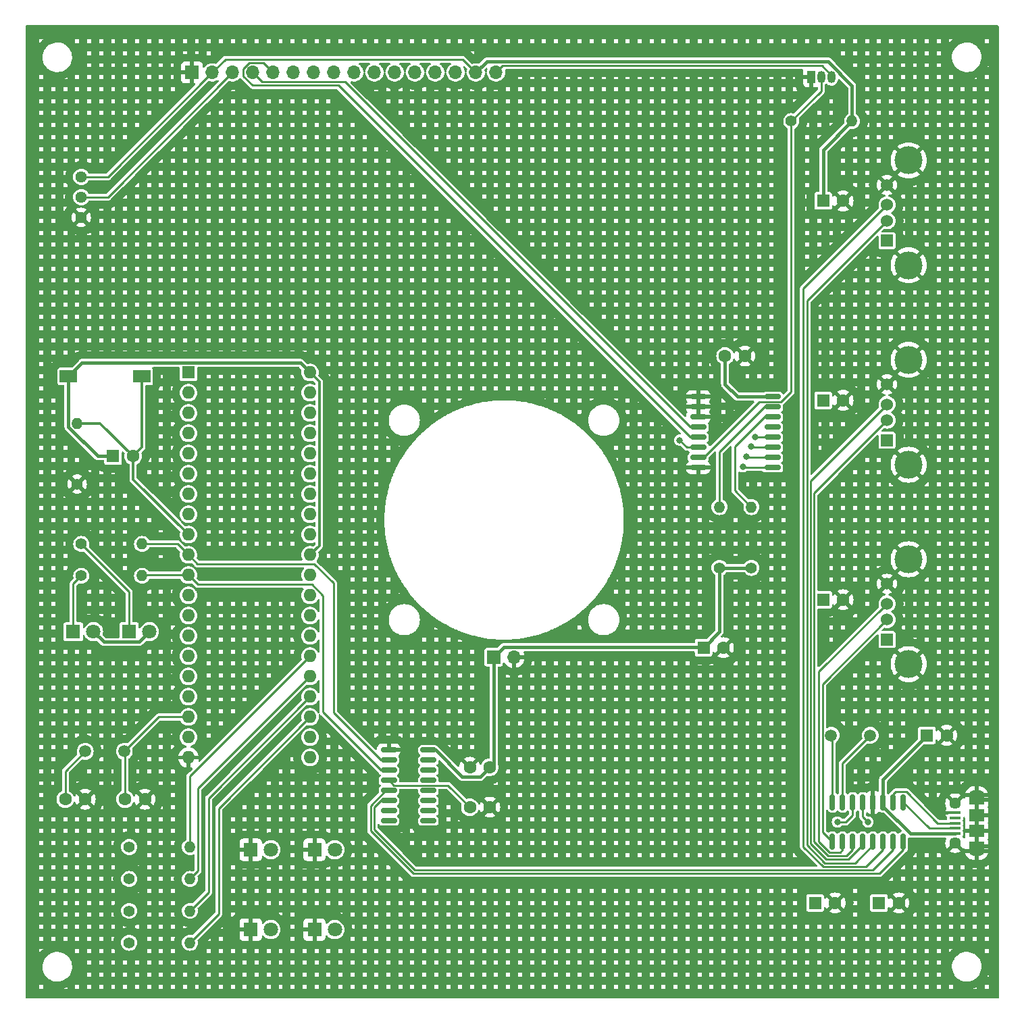
<source format=gbr>
%TF.GenerationSoftware,KiCad,Pcbnew,7.0.10*%
%TF.CreationDate,2024-06-02T12:02:40+08:00*%
%TF.ProjectId,pcb,7063622e-6b69-4636-9164-5f7063625858,rev?*%
%TF.SameCoordinates,Original*%
%TF.FileFunction,Copper,L1,Top*%
%TF.FilePolarity,Positive*%
%FSLAX46Y46*%
G04 Gerber Fmt 4.6, Leading zero omitted, Abs format (unit mm)*
G04 Created by KiCad (PCBNEW 7.0.10) date 2024-06-02 12:02:40*
%MOMM*%
%LPD*%
G01*
G04 APERTURE LIST*
G04 Aperture macros list*
%AMRoundRect*
0 Rectangle with rounded corners*
0 $1 Rounding radius*
0 $2 $3 $4 $5 $6 $7 $8 $9 X,Y pos of 4 corners*
0 Add a 4 corners polygon primitive as box body*
4,1,4,$2,$3,$4,$5,$6,$7,$8,$9,$2,$3,0*
0 Add four circle primitives for the rounded corners*
1,1,$1+$1,$2,$3*
1,1,$1+$1,$4,$5*
1,1,$1+$1,$6,$7*
1,1,$1+$1,$8,$9*
0 Add four rect primitives between the rounded corners*
20,1,$1+$1,$2,$3,$4,$5,0*
20,1,$1+$1,$4,$5,$6,$7,0*
20,1,$1+$1,$6,$7,$8,$9,0*
20,1,$1+$1,$8,$9,$2,$3,0*%
G04 Aperture macros list end*
%TA.AperFunction,ComponentPad*%
%ADD10R,1.524000X1.524000*%
%TD*%
%TA.AperFunction,ComponentPad*%
%ADD11C,1.524000*%
%TD*%
%TA.AperFunction,ComponentPad*%
%ADD12C,3.500000*%
%TD*%
%TA.AperFunction,ComponentPad*%
%ADD13C,1.600000*%
%TD*%
%TA.AperFunction,ComponentPad*%
%ADD14C,1.500000*%
%TD*%
%TA.AperFunction,ComponentPad*%
%ADD15C,1.400000*%
%TD*%
%TA.AperFunction,ComponentPad*%
%ADD16O,1.400000X1.400000*%
%TD*%
%TA.AperFunction,ComponentPad*%
%ADD17R,1.700000X1.700000*%
%TD*%
%TA.AperFunction,ComponentPad*%
%ADD18O,1.700000X1.700000*%
%TD*%
%TA.AperFunction,ComponentPad*%
%ADD19R,1.600000X1.600000*%
%TD*%
%TA.AperFunction,ComponentPad*%
%ADD20O,1.600000X1.600000*%
%TD*%
%TA.AperFunction,ComponentPad*%
%ADD21R,1.800000X1.800000*%
%TD*%
%TA.AperFunction,ComponentPad*%
%ADD22C,1.800000*%
%TD*%
%TA.AperFunction,SMDPad,CuDef*%
%ADD23R,2.180000X1.600000*%
%TD*%
%TA.AperFunction,ComponentPad*%
%ADD24C,1.440000*%
%TD*%
%TA.AperFunction,SMDPad,CuDef*%
%ADD25RoundRect,0.150000X-0.875000X-0.150000X0.875000X-0.150000X0.875000X0.150000X-0.875000X0.150000X0*%
%TD*%
%TA.AperFunction,SMDPad,CuDef*%
%ADD26R,1.350000X0.400000*%
%TD*%
%TA.AperFunction,ComponentPad*%
%ADD27O,1.900000X1.200000*%
%TD*%
%TA.AperFunction,SMDPad,CuDef*%
%ADD28R,1.900000X1.200000*%
%TD*%
%TA.AperFunction,ComponentPad*%
%ADD29C,1.450000*%
%TD*%
%TA.AperFunction,SMDPad,CuDef*%
%ADD30R,1.900000X1.500000*%
%TD*%
%TA.AperFunction,SMDPad,CuDef*%
%ADD31RoundRect,0.150000X-0.825000X-0.150000X0.825000X-0.150000X0.825000X0.150000X-0.825000X0.150000X0*%
%TD*%
%TA.AperFunction,SMDPad,CuDef*%
%ADD32RoundRect,0.150000X0.150000X-0.825000X0.150000X0.825000X-0.150000X0.825000X-0.150000X-0.825000X0*%
%TD*%
%TA.AperFunction,ComponentPad*%
%ADD33R,1.050000X1.500000*%
%TD*%
%TA.AperFunction,ComponentPad*%
%ADD34O,1.050000X1.500000*%
%TD*%
%TA.AperFunction,ViaPad*%
%ADD35C,0.800000*%
%TD*%
%TA.AperFunction,Conductor*%
%ADD36C,0.250000*%
%TD*%
%TA.AperFunction,Conductor*%
%ADD37C,0.400000*%
%TD*%
%TA.AperFunction,Conductor*%
%ADD38C,0.300000*%
%TD*%
G04 APERTURE END LIST*
D10*
%TO.P,J3,1,VBUS*%
%TO.N,+5V*%
X171000000Y-90000000D03*
D11*
%TO.P,J3,2,D-*%
%TO.N,/USB3_DM*%
X171000000Y-87500000D03*
%TO.P,J3,3,D+*%
%TO.N,/USB3_DP*%
X171000000Y-85500000D03*
%TO.P,J3,4,GND*%
%TO.N,GND*%
X171000000Y-83000000D03*
D12*
%TO.P,J3,5,Shield*%
X173710000Y-93070000D03*
X173710000Y-79930000D03*
%TD*%
D13*
%TO.P,C1,1*%
%TO.N,+5V*%
X150700000Y-79450000D03*
%TO.P,C1,2*%
%TO.N,GND*%
X153200000Y-79450000D03*
%TD*%
D14*
%TO.P,Y2,1,1*%
%TO.N,Net-(U3-XIN)*%
X164000000Y-127000000D03*
%TO.P,Y2,2,2*%
%TO.N,Net-(U3-XOUT)*%
X168900000Y-127000000D03*
%TD*%
D15*
%TO.P,R1,1*%
%TO.N,+5V*%
X150000000Y-106000000D03*
D16*
%TO.P,R1,2*%
%TO.N,/MCU_SDA*%
X150000000Y-98380000D03*
%TD*%
D15*
%TO.P,R10,1*%
%TO.N,/EXP_P3*%
X159000000Y-50000000D03*
D16*
%TO.P,R10,2*%
%TO.N,+5V*%
X166620000Y-50000000D03*
%TD*%
D17*
%TO.P,M1,1,+*%
%TO.N,+5V*%
X121690000Y-117200000D03*
D18*
%TO.P,M1,2,-*%
%TO.N,GND*%
X124230000Y-117200000D03*
%TD*%
D19*
%TO.P,U2,1,P1.0*%
%TO.N,unconnected-(U2-P1.0-Pad1)*%
X83440000Y-81520000D03*
D20*
%TO.P,U2,2,P1.1*%
%TO.N,unconnected-(U2-P1.1-Pad2)*%
X83440000Y-84060000D03*
%TO.P,U2,3,P1.2*%
%TO.N,unconnected-(U2-P1.2-Pad3)*%
X83440000Y-86600000D03*
%TO.P,U2,4,P1.3*%
%TO.N,unconnected-(U2-P1.3-Pad4)*%
X83440000Y-89140000D03*
%TO.P,U2,5,P1.4*%
%TO.N,unconnected-(U2-P1.4-Pad5)*%
X83440000Y-91680000D03*
%TO.P,U2,6,P1.5*%
%TO.N,unconnected-(U2-P1.5-Pad6)*%
X83440000Y-94220000D03*
%TO.P,U2,7,P1.6*%
%TO.N,unconnected-(U2-P1.6-Pad7)*%
X83440000Y-96760000D03*
%TO.P,U2,8,P1.7*%
%TO.N,unconnected-(U2-P1.7-Pad8)*%
X83440000Y-99300000D03*
%TO.P,U2,9,~{RESET}*%
%TO.N,Net-(U2-~{RESET})*%
X83440000Y-101840000D03*
%TO.P,U2,10,P3.0(RXD)*%
%TO.N,/MCU_RXD*%
X83440000Y-104380000D03*
%TO.P,U2,11,P3.1(TXD)*%
%TO.N,/MCU_TXD*%
X83440000Y-106920000D03*
%TO.P,U2,12,P3.2(~{INT0})*%
%TO.N,unconnected-(U2-P3.2(~{INT0})-Pad12)*%
X83440000Y-109460000D03*
%TO.P,U2,13,P3.3(~{INT1})*%
%TO.N,unconnected-(U2-P3.3(~{INT1})-Pad13)*%
X83440000Y-112000000D03*
%TO.P,U2,14,P3.4(T0)*%
%TO.N,unconnected-(U2-P3.4(T0)-Pad14)*%
X83440000Y-114540000D03*
%TO.P,U2,15,P3.5(T1)*%
%TO.N,unconnected-(U2-P3.5(T1)-Pad15)*%
X83440000Y-117080000D03*
%TO.P,U2,16,P3.6(~{WR})*%
%TO.N,unconnected-(U2-P3.6(~{WR})-Pad16)*%
X83440000Y-119620000D03*
%TO.P,U2,17,P3.7(~{RD})*%
%TO.N,unconnected-(U2-P3.7(~{RD})-Pad17)*%
X83440000Y-122160000D03*
%TO.P,U2,18,X1*%
%TO.N,Net-(U2-X1)*%
X83440000Y-124700000D03*
%TO.P,U2,19,X2*%
%TO.N,Net-(U2-X2)*%
X83440000Y-127240000D03*
%TO.P,U2,20,GND*%
%TO.N,GND*%
X83440000Y-129780000D03*
%TO.P,U2,21,P2.0*%
%TO.N,/MCU_SCL*%
X98680000Y-129780000D03*
%TO.P,U2,22,P2.1*%
%TO.N,/MCU_SDA*%
X98680000Y-127240000D03*
%TO.P,U2,23,P2.2*%
%TO.N,/MCU_ERROR*%
X98680000Y-124700000D03*
%TO.P,U2,24,P2.3*%
%TO.N,/MCU_BUSY*%
X98680000Y-122160000D03*
%TO.P,U2,25,P2.4*%
%TO.N,/MCU_PING*%
X98680000Y-119620000D03*
%TO.P,U2,26,P2.5*%
%TO.N,/MCU_POWER*%
X98680000Y-117080000D03*
%TO.P,U2,27,P2.6*%
%TO.N,unconnected-(U2-P2.6-Pad27)*%
X98680000Y-114540000D03*
%TO.P,U2,28,P2.7*%
%TO.N,unconnected-(U2-P2.7-Pad28)*%
X98680000Y-112000000D03*
%TO.P,U2,29,~{PSEN}*%
%TO.N,unconnected-(U2-~{PSEN}-Pad29)*%
X98680000Y-109460000D03*
%TO.P,U2,30,ALE/~{PROG}*%
%TO.N,unconnected-(U2-ALE{slash}~{PROG}-Pad30)*%
X98680000Y-106920000D03*
%TO.P,U2,31,~{EA}/VPP*%
%TO.N,+5V*%
X98680000Y-104380000D03*
%TO.P,U2,32,P0.7*%
%TO.N,unconnected-(U2-P0.7-Pad32)*%
X98680000Y-101840000D03*
%TO.P,U2,33,P0.6*%
%TO.N,unconnected-(U2-P0.6-Pad33)*%
X98680000Y-99300000D03*
%TO.P,U2,34,P0.5*%
%TO.N,unconnected-(U2-P0.5-Pad34)*%
X98680000Y-96760000D03*
%TO.P,U2,35,P0.4*%
%TO.N,unconnected-(U2-P0.4-Pad35)*%
X98680000Y-94220000D03*
%TO.P,U2,36,P0.3*%
%TO.N,unconnected-(U2-P0.3-Pad36)*%
X98680000Y-91680000D03*
%TO.P,U2,37,P0.2*%
%TO.N,unconnected-(U2-P0.2-Pad37)*%
X98680000Y-89140000D03*
%TO.P,U2,38,P0.1*%
%TO.N,unconnected-(U2-P0.1-Pad38)*%
X98680000Y-86600000D03*
%TO.P,U2,39,P0.0*%
%TO.N,unconnected-(U2-P0.0-Pad39)*%
X98680000Y-84060000D03*
%TO.P,U2,40,VCC*%
%TO.N,+5V*%
X98680000Y-81520000D03*
%TD*%
D19*
%TO.P,C3,1*%
%TO.N,+5V*%
X148000000Y-116000000D03*
D13*
%TO.P,C3,2*%
%TO.N,GND*%
X150500000Y-116000000D03*
%TD*%
D10*
%TO.P,J4,1,VBUS*%
%TO.N,+5V*%
X171000000Y-115000000D03*
D11*
%TO.P,J4,2,D-*%
%TO.N,/USB4_DM*%
X171000000Y-112500000D03*
%TO.P,J4,3,D+*%
%TO.N,/USB4_DP*%
X171000000Y-110500000D03*
%TO.P,J4,4,GND*%
%TO.N,GND*%
X171000000Y-108000000D03*
D12*
%TO.P,J4,5,Shield*%
X173710000Y-118070000D03*
X173710000Y-104930000D03*
%TD*%
D15*
%TO.P,R3,1*%
%TO.N,GND*%
X69500000Y-95500000D03*
D16*
%TO.P,R3,2*%
%TO.N,Net-(U2-~{RESET})*%
X69500000Y-87880000D03*
%TD*%
D21*
%TO.P,D3,1,K*%
%TO.N,GND*%
X91235000Y-141340000D03*
D22*
%TO.P,D3,2,A*%
%TO.N,Net-(D3-A)*%
X93775000Y-141340000D03*
%TD*%
D23*
%TO.P,SW1,1,1*%
%TO.N,+5V*%
X68410000Y-82000000D03*
%TO.P,SW1,2,2*%
%TO.N,Net-(U2-~{RESET})*%
X77590000Y-82000000D03*
%TD*%
D15*
%TO.P,R4,1*%
%TO.N,Net-(D1-K)*%
X70000000Y-107000000D03*
D16*
%TO.P,R4,2*%
%TO.N,/MCU_TXD*%
X77620000Y-107000000D03*
%TD*%
D13*
%TO.P,C10,1*%
%TO.N,GND*%
X118710000Y-131000000D03*
%TO.P,C10,2*%
%TO.N,+5V*%
X121210000Y-131000000D03*
%TD*%
D21*
%TO.P,D6,1,K*%
%TO.N,GND*%
X99235000Y-151340000D03*
D22*
%TO.P,D6,2,A*%
%TO.N,Net-(D6-A)*%
X101775000Y-151340000D03*
%TD*%
D19*
%TO.P,C4,1*%
%TO.N,+5V*%
X74000000Y-92000000D03*
D13*
%TO.P,C4,2*%
%TO.N,Net-(U2-~{RESET})*%
X76500000Y-92000000D03*
%TD*%
D19*
%TO.P,C13,1*%
%TO.N,+5V*%
X163000000Y-110000000D03*
D13*
%TO.P,C13,2*%
%TO.N,GND*%
X165500000Y-110000000D03*
%TD*%
D15*
%TO.P,R9,1*%
%TO.N,Net-(D6-A)*%
X76000000Y-153000000D03*
D16*
%TO.P,R9,2*%
%TO.N,/MCU_ERROR*%
X83620000Y-153000000D03*
%TD*%
D19*
%TO.P,C11,1*%
%TO.N,+5V*%
X163000000Y-60000000D03*
D13*
%TO.P,C11,2*%
%TO.N,GND*%
X165500000Y-60000000D03*
%TD*%
D24*
%TO.P,RV1,1,1*%
%TO.N,+5V*%
X70000000Y-57000000D03*
%TO.P,RV1,2,2*%
%TO.N,Net-(U4-VO)*%
X70000000Y-59540000D03*
%TO.P,RV1,3,3*%
%TO.N,GND*%
X70000000Y-62080000D03*
%TD*%
D25*
%TO.P,U1,1,A0*%
%TO.N,GND*%
X147350000Y-84555000D03*
%TO.P,U1,2,A1*%
X147350000Y-85825000D03*
%TO.P,U1,3,A2*%
X147350000Y-87095000D03*
%TO.P,U1,4,P0*%
%TO.N,/EXP_P0*%
X147350000Y-88365000D03*
%TO.P,U1,5,P1*%
%TO.N,/EXP_P1*%
X147350000Y-89635000D03*
%TO.P,U1,6,P2*%
%TO.N,/EXP_P2*%
X147350000Y-90905000D03*
%TO.P,U1,7,P3*%
%TO.N,/EXP_P3*%
X147350000Y-92175000D03*
%TO.P,U1,8,VSS*%
%TO.N,GND*%
X147350000Y-93445000D03*
%TO.P,U1,9,P4*%
%TO.N,/EXP_P4*%
X156650000Y-93445000D03*
%TO.P,U1,10,P5*%
%TO.N,/EXP_P5*%
X156650000Y-92175000D03*
%TO.P,U1,11,P6*%
%TO.N,/EXP_P6*%
X156650000Y-90905000D03*
%TO.P,U1,12,P7*%
%TO.N,/EXP_P7*%
X156650000Y-89635000D03*
%TO.P,U1,13,~{INT}*%
%TO.N,unconnected-(U1-~{INT}-Pad13)*%
X156650000Y-88365000D03*
%TO.P,U1,14,SCL*%
%TO.N,/MCU_SCL*%
X156650000Y-87095000D03*
%TO.P,U1,15,SDA*%
%TO.N,/MCU_SDA*%
X156650000Y-85825000D03*
%TO.P,U1,16,VDD*%
%TO.N,+5V*%
X156650000Y-84555000D03*
%TD*%
D15*
%TO.P,R6,1*%
%TO.N,Net-(D3-A)*%
X76000000Y-141000000D03*
D16*
%TO.P,R6,2*%
%TO.N,/MCU_POWER*%
X83620000Y-141000000D03*
%TD*%
D13*
%TO.P,C9,1*%
%TO.N,Net-(U5-V3)*%
X118710000Y-136000000D03*
%TO.P,C9,2*%
%TO.N,GND*%
X121210000Y-136000000D03*
%TD*%
D26*
%TO.P,J1,1,VBUS*%
%TO.N,+5V*%
X179537500Y-139300000D03*
%TO.P,J1,2,D-*%
%TO.N,/USB_DM*%
X179537500Y-138650000D03*
%TO.P,J1,3,D+*%
%TO.N,/USB_DP*%
X179537500Y-138000000D03*
%TO.P,J1,4,ID*%
%TO.N,unconnected-(J1-ID-Pad4)*%
X179537500Y-137350000D03*
%TO.P,J1,5,GND*%
%TO.N,GND*%
X179537500Y-136700000D03*
D27*
%TO.P,J1,6,Shield*%
X182237500Y-141500000D03*
D28*
X182237500Y-140900000D03*
D29*
X179537500Y-140500000D03*
D30*
X182237500Y-139000000D03*
X182237500Y-137000000D03*
D29*
X179537500Y-135500000D03*
D28*
X182237500Y-135100000D03*
D27*
X182237500Y-134500000D03*
%TD*%
D21*
%TO.P,D5,1,K*%
%TO.N,GND*%
X99235000Y-141340000D03*
D22*
%TO.P,D5,2,A*%
%TO.N,Net-(D5-A)*%
X101775000Y-141340000D03*
%TD*%
D31*
%TO.P,U5,1,GND*%
%TO.N,GND*%
X108555000Y-128835000D03*
%TO.P,U5,2,TXD*%
%TO.N,/MCU_RXD*%
X108555000Y-130105000D03*
%TO.P,U5,3,RXD*%
%TO.N,/MCU_TXD*%
X108555000Y-131375000D03*
%TO.P,U5,4,V3*%
%TO.N,Net-(U5-V3)*%
X108555000Y-132645000D03*
%TO.P,U5,5,UD+*%
%TO.N,/USB1_DP*%
X108555000Y-133915000D03*
%TO.P,U5,6,UD-*%
%TO.N,/USB1_DM*%
X108555000Y-135185000D03*
%TO.P,U5,7,NC*%
%TO.N,unconnected-(U5-NC-Pad7)*%
X108555000Y-136455000D03*
%TO.P,U5,8,~{OUT}/~{DTR}*%
%TO.N,unconnected-(U5-~{OUT}{slash}~{DTR}-Pad8)*%
X108555000Y-137725000D03*
%TO.P,U5,9,~{CTS}*%
%TO.N,unconnected-(U5-~{CTS}-Pad9)*%
X113505000Y-137725000D03*
%TO.P,U5,10,~{DSR}*%
%TO.N,unconnected-(U5-~{DSR}-Pad10)*%
X113505000Y-136455000D03*
%TO.P,U5,11,~{RI}*%
%TO.N,unconnected-(U5-~{RI}-Pad11)*%
X113505000Y-135185000D03*
%TO.P,U5,12,~{DCD}*%
%TO.N,unconnected-(U5-~{DCD}-Pad12)*%
X113505000Y-133915000D03*
%TO.P,U5,13,~{DTR}*%
%TO.N,unconnected-(U5-~{DTR}-Pad13)*%
X113505000Y-132645000D03*
%TO.P,U5,14,~{RTS}*%
%TO.N,unconnected-(U5-~{RTS}-Pad14)*%
X113505000Y-131375000D03*
%TO.P,U5,15,R232*%
%TO.N,unconnected-(U5-R232-Pad15)*%
X113505000Y-130105000D03*
%TO.P,U5,16,VCC*%
%TO.N,+5V*%
X113505000Y-128835000D03*
%TD*%
D14*
%TO.P,Y1,1,1*%
%TO.N,Net-(U2-X2)*%
X70500000Y-129000000D03*
%TO.P,Y1,2,2*%
%TO.N,Net-(U2-X1)*%
X75400000Y-129000000D03*
%TD*%
D13*
%TO.P,C7,1*%
%TO.N,Net-(U2-X2)*%
X68000000Y-135000000D03*
%TO.P,C7,2*%
%TO.N,GND*%
X70500000Y-135000000D03*
%TD*%
D19*
%TO.P,C12,1*%
%TO.N,+5V*%
X163000000Y-85000000D03*
D13*
%TO.P,C12,2*%
%TO.N,GND*%
X165500000Y-85000000D03*
%TD*%
D21*
%TO.P,D2,1,K*%
%TO.N,Net-(D2-K)*%
X76000000Y-114000000D03*
D22*
%TO.P,D2,2,A*%
%TO.N,+5V*%
X78540000Y-114000000D03*
%TD*%
D32*
%TO.P,U3,1,DM4*%
%TO.N,/USB4_DM*%
X164160000Y-140340000D03*
%TO.P,U3,2,DP4*%
%TO.N,/USB4_DP*%
X165430000Y-140340000D03*
%TO.P,U3,3,DM3*%
%TO.N,/USB3_DM*%
X166700000Y-140340000D03*
%TO.P,U3,4,DP3*%
%TO.N,/USB3_DP*%
X167970000Y-140340000D03*
%TO.P,U3,5,DM2*%
%TO.N,/USB2_DM*%
X169240000Y-140340000D03*
%TO.P,U3,6,DP2*%
%TO.N,/USB2_DP*%
X170510000Y-140340000D03*
%TO.P,U3,7,DM1*%
%TO.N,/USB1_DM*%
X171780000Y-140340000D03*
%TO.P,U3,8,DP1*%
%TO.N,/USB1_DP*%
X173050000Y-140340000D03*
%TO.P,U3,9,DM*%
%TO.N,/USB_DM*%
X173050000Y-135390000D03*
%TO.P,U3,10,DP*%
%TO.N,/USB_DP*%
X171780000Y-135390000D03*
%TO.P,U3,11,VDD5*%
%TO.N,+5V*%
X170510000Y-135390000D03*
%TO.P,U3,12,GND*%
%TO.N,GND*%
X169240000Y-135390000D03*
%TO.P,U3,13,VDD33*%
%TO.N,Net-(U3-VDD33)*%
X167970000Y-135390000D03*
%TO.P,U3,14,VDD18*%
%TO.N,Net-(U3-VDD18)*%
X166700000Y-135390000D03*
%TO.P,U3,15,XOUT*%
%TO.N,Net-(U3-XOUT)*%
X165430000Y-135390000D03*
%TO.P,U3,16,XIN*%
%TO.N,Net-(U3-XIN)*%
X164160000Y-135390000D03*
%TD*%
D19*
%TO.P,C2,1*%
%TO.N,+5V*%
X176000000Y-127000000D03*
D13*
%TO.P,C2,2*%
%TO.N,GND*%
X178500000Y-127000000D03*
%TD*%
D17*
%TO.P,U4,1,VSS*%
%TO.N,GND*%
X83890000Y-43910000D03*
D18*
%TO.P,U4,2,VDD*%
%TO.N,+5V*%
X86430000Y-43910000D03*
%TO.P,U4,3,VO*%
%TO.N,Net-(U4-VO)*%
X88970000Y-43910000D03*
%TO.P,U4,4,RS*%
%TO.N,/EXP_P0*%
X91510000Y-43910000D03*
%TO.P,U4,5,RW*%
%TO.N,/EXP_P1*%
X94050000Y-43910000D03*
%TO.P,U4,6,E*%
%TO.N,/EXP_P2*%
X96590000Y-43910000D03*
%TO.P,U4,7,D0*%
%TO.N,unconnected-(U4-D0-Pad7)*%
X99130000Y-43910000D03*
%TO.P,U4,8,D1*%
%TO.N,unconnected-(U4-D1-Pad8)*%
X101670000Y-43910000D03*
%TO.P,U4,9,D2*%
%TO.N,unconnected-(U4-D2-Pad9)*%
X104210000Y-43910000D03*
%TO.P,U4,10,D3*%
%TO.N,unconnected-(U4-D3-Pad10)*%
X106750000Y-43910000D03*
%TO.P,U4,11,D4*%
%TO.N,/EXP_P4*%
X109290000Y-43910000D03*
%TO.P,U4,12,D5*%
%TO.N,/EXP_P5*%
X111830000Y-43910000D03*
%TO.P,U4,13,D6*%
%TO.N,/EXP_P6*%
X114370000Y-43910000D03*
%TO.P,U4,14,D7*%
%TO.N,/EXP_P7*%
X116910000Y-43910000D03*
%TO.P,U4,15,A*%
%TO.N,+5V*%
X119450000Y-43910000D03*
%TO.P,U4,16,K*%
%TO.N,Net-(Q1-C)*%
X121990000Y-43910000D03*
%TD*%
D15*
%TO.P,R5,1*%
%TO.N,Net-(D2-K)*%
X70000000Y-103000000D03*
D16*
%TO.P,R5,2*%
%TO.N,/MCU_RXD*%
X77620000Y-103000000D03*
%TD*%
D10*
%TO.P,J2,1,VBUS*%
%TO.N,+5V*%
X171000000Y-65000000D03*
D11*
%TO.P,J2,2,D-*%
%TO.N,/USB2_DM*%
X171000000Y-62500000D03*
%TO.P,J2,3,D+*%
%TO.N,/USB2_DP*%
X171000000Y-60500000D03*
%TO.P,J2,4,GND*%
%TO.N,GND*%
X171000000Y-58000000D03*
D12*
%TO.P,J2,5,Shield*%
X173710000Y-68070000D03*
X173710000Y-54930000D03*
%TD*%
D15*
%TO.P,R7,1*%
%TO.N,Net-(D4-A)*%
X76000000Y-149000000D03*
D16*
%TO.P,R7,2*%
%TO.N,/MCU_BUSY*%
X83620000Y-149000000D03*
%TD*%
D15*
%TO.P,R8,1*%
%TO.N,Net-(D5-A)*%
X76000000Y-145000000D03*
D16*
%TO.P,R8,2*%
%TO.N,/MCU_PING*%
X83620000Y-145000000D03*
%TD*%
D21*
%TO.P,D1,1,K*%
%TO.N,Net-(D1-K)*%
X69000000Y-114000000D03*
D22*
%TO.P,D1,2,A*%
%TO.N,+5V*%
X71540000Y-114000000D03*
%TD*%
D21*
%TO.P,D4,1,K*%
%TO.N,GND*%
X91235000Y-151340000D03*
D22*
%TO.P,D4,2,A*%
%TO.N,Net-(D4-A)*%
X93775000Y-151340000D03*
%TD*%
D33*
%TO.P,Q1,1,E*%
%TO.N,GND*%
X161500000Y-44500000D03*
D34*
%TO.P,Q1,2,B*%
%TO.N,/EXP_P3*%
X162770000Y-44500000D03*
%TO.P,Q1,3,C*%
%TO.N,Net-(Q1-C)*%
X164040000Y-44500000D03*
%TD*%
D13*
%TO.P,C8,1*%
%TO.N,Net-(U2-X1)*%
X75500000Y-135000000D03*
%TO.P,C8,2*%
%TO.N,GND*%
X78000000Y-135000000D03*
%TD*%
D19*
%TO.P,C5,1*%
%TO.N,Net-(U3-VDD33)*%
X170000000Y-148000000D03*
D13*
%TO.P,C5,2*%
%TO.N,GND*%
X172500000Y-148000000D03*
%TD*%
D15*
%TO.P,R2,1*%
%TO.N,+5V*%
X154000000Y-106000000D03*
D16*
%TO.P,R2,2*%
%TO.N,/MCU_SCL*%
X154000000Y-98380000D03*
%TD*%
D19*
%TO.P,C6,1*%
%TO.N,Net-(U3-VDD18)*%
X162000000Y-148000000D03*
D13*
%TO.P,C6,2*%
%TO.N,GND*%
X164500000Y-148000000D03*
%TD*%
D35*
%TO.N,Net-(U3-VDD33)*%
X168605000Y-137865000D03*
%TO.N,Net-(U3-VDD18)*%
X164780000Y-137865000D03*
%TO.N,/EXP_P2*%
X145000000Y-90000000D03*
%TO.N,/EXP_P4*%
X152920000Y-93350000D03*
%TO.N,/EXP_P5*%
X153400000Y-92100000D03*
%TO.N,/EXP_P6*%
X153960000Y-90800000D03*
%TO.N,/EXP_P7*%
X154500000Y-89600000D03*
%TD*%
D36*
%TO.N,/USB2_DP*%
X170510000Y-140340000D02*
X170510000Y-141314999D01*
X170510000Y-141314999D02*
X168384999Y-143440000D01*
X168384999Y-143440000D02*
X163007208Y-143440000D01*
X160525000Y-70975000D02*
X171000000Y-60500000D01*
X163007208Y-143440000D02*
X160525000Y-140957792D01*
X160525000Y-140957792D02*
X160525000Y-70975000D01*
%TO.N,/USB2_DM*%
X160975000Y-140771396D02*
X160975000Y-72525000D01*
X160975000Y-72525000D02*
X171000000Y-62500000D01*
%TO.N,/USB3_DP*%
X167970000Y-140720908D02*
X166150908Y-142540000D01*
X166150908Y-142540000D02*
X163380000Y-142540000D01*
X163380000Y-142540000D02*
X161425000Y-140585000D01*
X161425000Y-140585000D02*
X161425000Y-95075000D01*
X161425000Y-95075000D02*
X171000000Y-85500000D01*
%TO.N,/USB3_DM*%
X171000000Y-87500000D02*
X161875000Y-96625000D01*
X161875000Y-96625000D02*
X161875000Y-140342304D01*
X161875000Y-140342304D02*
X163622696Y-142090000D01*
X163622696Y-142090000D02*
X165924999Y-142090000D01*
X165924999Y-142090000D02*
X166700000Y-141314999D01*
X166700000Y-141314999D02*
X166700000Y-140340000D01*
%TO.N,+5V*%
X88055000Y-42285000D02*
X117825000Y-42285000D01*
D37*
X150000000Y-106000000D02*
X150000000Y-114000000D01*
D38*
X98680000Y-104380000D02*
X99830000Y-103230000D01*
D37*
X120010000Y-132200000D02*
X117770000Y-132200000D01*
X170510000Y-135876974D02*
X173933026Y-139300000D01*
X121210000Y-131000000D02*
X120010000Y-132200000D01*
X163608148Y-42535000D02*
X120825000Y-42535000D01*
X70090000Y-80320000D02*
X97480000Y-80320000D01*
D36*
X86430000Y-43910000D02*
X73340000Y-57000000D01*
D37*
X114405000Y-128835000D02*
X113505000Y-128835000D01*
X173933026Y-139300000D02*
X179537500Y-139300000D01*
X77240000Y-115300000D02*
X78540000Y-114000000D01*
X121690000Y-130520000D02*
X121210000Y-131000000D01*
X68410000Y-82000000D02*
X68400000Y-82010000D01*
X147950000Y-115950000D02*
X148000000Y-116000000D01*
X166620000Y-45546852D02*
X163608148Y-42535000D01*
X97480000Y-80320000D02*
X98680000Y-81520000D01*
X170510000Y-135390000D02*
X170510000Y-132490000D01*
X154000000Y-106000000D02*
X150000000Y-106000000D01*
X68400000Y-82010000D02*
X68400000Y-88335635D01*
X152265000Y-84555000D02*
X156650000Y-84555000D01*
D38*
X99830000Y-103230000D02*
X99830000Y-82670000D01*
D36*
X117825000Y-42285000D02*
X119450000Y-43910000D01*
X86430000Y-43910000D02*
X88055000Y-42285000D01*
D37*
X166620000Y-50000000D02*
X166620000Y-45546852D01*
X120825000Y-42535000D02*
X119450000Y-43910000D01*
X122940000Y-115950000D02*
X147950000Y-115950000D01*
X68400000Y-88335635D02*
X72064365Y-92000000D01*
X163000000Y-60000000D02*
X163000000Y-53620000D01*
X68410000Y-82000000D02*
X70090000Y-80320000D01*
X72840000Y-115300000D02*
X77240000Y-115300000D01*
X71540000Y-114000000D02*
X72840000Y-115300000D01*
X121690000Y-117200000D02*
X121690000Y-130520000D01*
X72064365Y-92000000D02*
X74000000Y-92000000D01*
D36*
X73340000Y-57000000D02*
X70000000Y-57000000D01*
D37*
X163000000Y-53620000D02*
X166620000Y-50000000D01*
D38*
X99830000Y-82670000D02*
X98680000Y-81520000D01*
D37*
X170510000Y-132490000D02*
X176000000Y-127000000D01*
X150000000Y-114000000D02*
X148000000Y-116000000D01*
X150700000Y-82990000D02*
X152265000Y-84555000D01*
X150700000Y-79450000D02*
X150700000Y-82990000D01*
X121690000Y-117200000D02*
X122940000Y-115950000D01*
X117770000Y-132200000D02*
X114405000Y-128835000D01*
D38*
%TO.N,Net-(U2-~{RESET})*%
X76500000Y-94900000D02*
X76500000Y-92000000D01*
X83440000Y-101840000D02*
X76500000Y-94900000D01*
X77590000Y-82000000D02*
X77590000Y-90910000D01*
X76500000Y-92000000D02*
X72380000Y-87880000D01*
X72380000Y-87880000D02*
X69500000Y-87880000D01*
X77590000Y-90910000D02*
X76500000Y-92000000D01*
D36*
%TO.N,Net-(U3-VDD33)*%
X167970000Y-137230000D02*
X168605000Y-137865000D01*
X167970000Y-135390000D02*
X167970000Y-137230000D01*
%TO.N,Net-(U3-VDD18)*%
X166700000Y-137010000D02*
X166700000Y-135390000D01*
X165845000Y-137865000D02*
X166700000Y-137010000D01*
X164780000Y-137865000D02*
X165845000Y-137865000D01*
%TO.N,Net-(U2-X2)*%
X68000000Y-135000000D02*
X68000000Y-131500000D01*
X68000000Y-131500000D02*
X70500000Y-129000000D01*
%TO.N,Net-(U5-V3)*%
X108555000Y-132645000D02*
X109180000Y-133270000D01*
X115980000Y-133270000D02*
X118710000Y-136000000D01*
X109180000Y-133270000D02*
X115980000Y-133270000D01*
%TO.N,/USB_DM*%
X176310000Y-138650000D02*
X173050000Y-135390000D01*
X179537500Y-138650000D02*
X176310000Y-138650000D01*
%TO.N,/USB_DP*%
X173400908Y-134090000D02*
X172105001Y-134090000D01*
X172105001Y-134090000D02*
X171780000Y-134415001D01*
X177310908Y-138000000D02*
X173400908Y-134090000D01*
X171780000Y-134415001D02*
X171780000Y-135390000D01*
X179537500Y-138000000D02*
X177310908Y-138000000D01*
%TO.N,/USB2_DM*%
X166970908Y-142990000D02*
X163193604Y-142990000D01*
X169240000Y-140720908D02*
X166970908Y-142990000D01*
X163193604Y-142990000D02*
X160975000Y-140771396D01*
%TO.N,/USB4_DM*%
X162925000Y-139105000D02*
X162925000Y-120575000D01*
X164160000Y-140340000D02*
X162925000Y-139105000D01*
X162925000Y-120575000D02*
X171000000Y-112500000D01*
%TO.N,/USB4_DP*%
X165104999Y-141640000D02*
X163809092Y-141640000D01*
X162475000Y-119025000D02*
X171000000Y-110500000D01*
X163809092Y-141640000D02*
X162475000Y-140305908D01*
X165430000Y-141314999D02*
X165104999Y-141640000D01*
X162475000Y-140305908D02*
X162475000Y-119025000D01*
X165430000Y-140340000D02*
X165430000Y-141314999D01*
%TO.N,/EXP_P3*%
X154990000Y-85200000D02*
X148015000Y-92175000D01*
X162770000Y-44500000D02*
X162770000Y-46230000D01*
X159000000Y-50000000D02*
X159000000Y-83905908D01*
X157705908Y-85200000D02*
X154990000Y-85200000D01*
X148015000Y-92175000D02*
X147350000Y-92175000D01*
X162770000Y-46230000D02*
X159000000Y-50000000D01*
X159000000Y-83905908D02*
X157705908Y-85200000D01*
%TO.N,Net-(Q1-C)*%
X122840000Y-43060000D02*
X121990000Y-43910000D01*
X164040000Y-44275000D02*
X162825000Y-43060000D01*
X164040000Y-44500000D02*
X164040000Y-44275000D01*
X162825000Y-43060000D02*
X122840000Y-43060000D01*
%TO.N,/MCU_SDA*%
X155625001Y-85825000D02*
X150000000Y-91450001D01*
X150000000Y-91450001D02*
X150000000Y-98380000D01*
X156650000Y-85825000D02*
X155625001Y-85825000D01*
%TO.N,/MCU_SCL*%
X151930000Y-90790001D02*
X151930000Y-96310000D01*
X156650000Y-87095000D02*
X155625001Y-87095000D01*
X155625001Y-87095000D02*
X151930000Y-90790001D01*
X151930000Y-96310000D02*
X154000000Y-98380000D01*
%TO.N,/MCU_POWER*%
X83620000Y-141000000D02*
X83620000Y-132140000D01*
X83620000Y-132140000D02*
X98680000Y-117080000D01*
%TO.N,/MCU_BUSY*%
X85960000Y-146660000D02*
X83620000Y-149000000D01*
X98680000Y-122160000D02*
X85960000Y-134880000D01*
X85960000Y-134880000D02*
X85960000Y-146660000D01*
%TO.N,/MCU_ERROR*%
X87240000Y-136140000D02*
X87240000Y-149380000D01*
X87240000Y-149380000D02*
X83620000Y-153000000D01*
X98680000Y-124700000D02*
X87240000Y-136140000D01*
%TO.N,Net-(U4-VO)*%
X88970000Y-43910000D02*
X73340000Y-59540000D01*
X73340000Y-59540000D02*
X70000000Y-59540000D01*
%TO.N,/EXP_P0*%
X146325001Y-88365000D02*
X103045001Y-45085000D01*
X103045001Y-45085000D02*
X92685000Y-45085000D01*
X92685000Y-45085000D02*
X91510000Y-43910000D01*
X147350000Y-88365000D02*
X146325001Y-88365000D01*
%TO.N,/EXP_P1*%
X91473299Y-45535000D02*
X90335000Y-44396701D01*
X90335000Y-44396701D02*
X90335000Y-43423299D01*
X90335000Y-43423299D02*
X91023299Y-42735000D01*
X92875000Y-42735000D02*
X94050000Y-43910000D01*
X102225001Y-45535000D02*
X91473299Y-45535000D01*
X146325001Y-89635000D02*
X102225001Y-45535000D01*
X91023299Y-42735000D02*
X92875000Y-42735000D01*
X147350000Y-89635000D02*
X146325001Y-89635000D01*
%TO.N,/EXP_P2*%
X145000000Y-90000000D02*
X145905000Y-90905000D01*
X145905000Y-90905000D02*
X147350000Y-90905000D01*
%TO.N,/EXP_P4*%
X153015000Y-93445000D02*
X152920000Y-93350000D01*
X156650000Y-93445000D02*
X153015000Y-93445000D01*
%TO.N,/EXP_P5*%
X153475000Y-92175000D02*
X153400000Y-92100000D01*
X156650000Y-92175000D02*
X153475000Y-92175000D01*
%TO.N,/EXP_P6*%
X154065000Y-90905000D02*
X153960000Y-90800000D01*
X156650000Y-90905000D02*
X154065000Y-90905000D01*
%TO.N,/EXP_P7*%
X156650000Y-89635000D02*
X154535000Y-89635000D01*
X154535000Y-89635000D02*
X154500000Y-89600000D01*
%TO.N,/MCU_TXD*%
X100310000Y-124104999D02*
X107580001Y-131375000D01*
X83440000Y-106920000D02*
X84616396Y-108096396D01*
X98916396Y-108096396D02*
X100310000Y-109490000D01*
X84616396Y-108096396D02*
X98916396Y-108096396D01*
X77700000Y-106920000D02*
X77620000Y-107000000D01*
X83440000Y-106920000D02*
X77700000Y-106920000D01*
X100310000Y-109490000D02*
X100310000Y-124104999D01*
X107580001Y-131375000D02*
X108555000Y-131375000D01*
%TO.N,/MCU_RXD*%
X99215000Y-105505000D02*
X84565000Y-105505000D01*
X101620000Y-107910000D02*
X99215000Y-105505000D01*
X101620000Y-124144999D02*
X101620000Y-107910000D01*
X77620000Y-103000000D02*
X82060000Y-103000000D01*
X107580001Y-130105000D02*
X101620000Y-124144999D01*
X108555000Y-130105000D02*
X107580001Y-130105000D01*
X84565000Y-105505000D02*
X83440000Y-104380000D01*
X82060000Y-103000000D02*
X83440000Y-104380000D01*
%TO.N,Net-(U2-X1)*%
X75400000Y-129000000D02*
X79700000Y-124700000D01*
X79700000Y-124700000D02*
X83440000Y-124700000D01*
X75500000Y-135000000D02*
X75500000Y-129100000D01*
X75500000Y-129100000D02*
X75400000Y-129000000D01*
%TO.N,/USB1_DM*%
X106720000Y-138770000D02*
X111840000Y-143890000D01*
X107580001Y-135185000D02*
X106720000Y-136045001D01*
X169204999Y-143890000D02*
X171780000Y-141314999D01*
X106720000Y-136045001D02*
X106720000Y-138770000D01*
X108555000Y-135185000D02*
X107580001Y-135185000D01*
X111840000Y-143890000D02*
X169204999Y-143890000D01*
X171780000Y-141314999D02*
X171780000Y-140340000D01*
%TO.N,/USB1_DP*%
X106270000Y-138956396D02*
X106270000Y-135819092D01*
X173050000Y-140340000D02*
X173050000Y-141314999D01*
X106270000Y-135819092D02*
X108174092Y-133915000D01*
X170024999Y-144340000D02*
X111653604Y-144340000D01*
X173050000Y-141314999D02*
X170024999Y-144340000D01*
X111653604Y-144340000D02*
X106270000Y-138956396D01*
%TO.N,Net-(U3-XOUT)*%
X165430000Y-135390000D02*
X165430000Y-130470000D01*
X165430000Y-130470000D02*
X168900000Y-127000000D01*
%TO.N,Net-(U3-XIN)*%
X164160000Y-135390000D02*
X164160000Y-127160000D01*
%TO.N,Net-(D1-K)*%
X70000000Y-107000000D02*
X69000000Y-108000000D01*
X69000000Y-108000000D02*
X69000000Y-114000000D01*
%TO.N,Net-(D2-K)*%
X76000000Y-109000000D02*
X76000000Y-114000000D01*
X70000000Y-103000000D02*
X76000000Y-109000000D01*
%TO.N,/MCU_PING*%
X84645000Y-133655000D02*
X84645000Y-143975000D01*
X98680000Y-119620000D02*
X84645000Y-133655000D01*
X84645000Y-143975000D02*
X83620000Y-145000000D01*
%TD*%
%TA.AperFunction,Conductor*%
%TO.N,GND*%
G36*
X106133016Y-42730185D02*
G01*
X106178771Y-42782989D01*
X106188715Y-42852147D01*
X106159690Y-42915703D01*
X106131254Y-42939927D01*
X106053701Y-42987945D01*
X105896127Y-43131593D01*
X105767632Y-43301746D01*
X105672596Y-43492605D01*
X105672596Y-43492607D01*
X105614244Y-43697689D01*
X105603471Y-43813951D01*
X105577685Y-43878888D01*
X105533130Y-43910804D01*
X105569503Y-43931668D01*
X105601693Y-43993681D01*
X105603471Y-44006048D01*
X105614244Y-44122310D01*
X105672596Y-44327392D01*
X105672596Y-44327394D01*
X105767632Y-44518253D01*
X105896127Y-44688406D01*
X105896128Y-44688407D01*
X106053698Y-44832052D01*
X106234981Y-44944298D01*
X106433802Y-45021321D01*
X106643390Y-45060500D01*
X106643392Y-45060500D01*
X106856608Y-45060500D01*
X106856610Y-45060500D01*
X107066198Y-45021321D01*
X107265019Y-44944298D01*
X107446302Y-44832052D01*
X107603872Y-44688407D01*
X107732366Y-44518255D01*
X107787928Y-44406670D01*
X107827403Y-44327394D01*
X107827403Y-44327393D01*
X107827405Y-44327389D01*
X107885756Y-44122310D01*
X107896529Y-44006047D01*
X107922315Y-43941111D01*
X107966869Y-43909194D01*
X107930497Y-43888331D01*
X107898307Y-43826318D01*
X107896529Y-43813951D01*
X107893085Y-43776782D01*
X107885756Y-43697690D01*
X107827405Y-43492611D01*
X107827403Y-43492606D01*
X107827403Y-43492605D01*
X107732367Y-43301746D01*
X107603872Y-43131593D01*
X107580112Y-43109933D01*
X107446302Y-42987948D01*
X107446299Y-42987946D01*
X107446298Y-42987945D01*
X107368746Y-42939927D01*
X107322110Y-42887899D01*
X107311006Y-42818917D01*
X107338959Y-42754883D01*
X107397094Y-42716127D01*
X107434023Y-42710500D01*
X108605977Y-42710500D01*
X108673016Y-42730185D01*
X108718771Y-42782989D01*
X108728715Y-42852147D01*
X108699690Y-42915703D01*
X108671254Y-42939927D01*
X108593701Y-42987945D01*
X108436127Y-43131593D01*
X108307632Y-43301746D01*
X108212596Y-43492605D01*
X108212596Y-43492607D01*
X108154244Y-43697689D01*
X108143471Y-43813951D01*
X108117685Y-43878888D01*
X108073130Y-43910804D01*
X108109503Y-43931668D01*
X108141693Y-43993681D01*
X108143471Y-44006048D01*
X108154244Y-44122310D01*
X108212596Y-44327392D01*
X108212596Y-44327394D01*
X108307632Y-44518253D01*
X108436127Y-44688406D01*
X108436128Y-44688407D01*
X108593698Y-44832052D01*
X108774981Y-44944298D01*
X108973802Y-45021321D01*
X109183390Y-45060500D01*
X109183392Y-45060500D01*
X109396608Y-45060500D01*
X109396610Y-45060500D01*
X109606198Y-45021321D01*
X109805019Y-44944298D01*
X109986302Y-44832052D01*
X110143872Y-44688407D01*
X110272366Y-44518255D01*
X110327928Y-44406670D01*
X110367403Y-44327394D01*
X110367403Y-44327393D01*
X110367405Y-44327389D01*
X110425756Y-44122310D01*
X110436529Y-44006047D01*
X110462315Y-43941111D01*
X110506869Y-43909194D01*
X110470497Y-43888331D01*
X110438307Y-43826318D01*
X110436529Y-43813951D01*
X110433085Y-43776782D01*
X110425756Y-43697690D01*
X110367405Y-43492611D01*
X110367403Y-43492606D01*
X110367403Y-43492605D01*
X110272367Y-43301746D01*
X110143872Y-43131593D01*
X110120112Y-43109933D01*
X109986302Y-42987948D01*
X109986299Y-42987946D01*
X109986298Y-42987945D01*
X109908746Y-42939927D01*
X109862110Y-42887899D01*
X109851006Y-42818917D01*
X109878959Y-42754883D01*
X109937094Y-42716127D01*
X109974023Y-42710500D01*
X111145977Y-42710500D01*
X111213016Y-42730185D01*
X111258771Y-42782989D01*
X111268715Y-42852147D01*
X111239690Y-42915703D01*
X111211254Y-42939927D01*
X111133701Y-42987945D01*
X110976127Y-43131593D01*
X110847632Y-43301746D01*
X110752596Y-43492605D01*
X110752596Y-43492607D01*
X110694244Y-43697689D01*
X110683471Y-43813951D01*
X110657685Y-43878888D01*
X110613130Y-43910804D01*
X110649503Y-43931668D01*
X110681693Y-43993681D01*
X110683471Y-44006048D01*
X110694244Y-44122310D01*
X110752596Y-44327392D01*
X110752596Y-44327394D01*
X110847632Y-44518253D01*
X110976127Y-44688406D01*
X110976128Y-44688407D01*
X111133698Y-44832052D01*
X111314981Y-44944298D01*
X111513802Y-45021321D01*
X111723390Y-45060500D01*
X111723392Y-45060500D01*
X111936608Y-45060500D01*
X111936610Y-45060500D01*
X112146198Y-45021321D01*
X112345019Y-44944298D01*
X112526302Y-44832052D01*
X112683872Y-44688407D01*
X112812366Y-44518255D01*
X112867928Y-44406670D01*
X112907403Y-44327394D01*
X112907403Y-44327393D01*
X112907405Y-44327389D01*
X112965756Y-44122310D01*
X112976529Y-44006047D01*
X113002315Y-43941111D01*
X113046869Y-43909194D01*
X113010497Y-43888331D01*
X112978307Y-43826318D01*
X112976529Y-43813951D01*
X112973085Y-43776782D01*
X112965756Y-43697690D01*
X112907405Y-43492611D01*
X112907403Y-43492606D01*
X112907403Y-43492605D01*
X112812367Y-43301746D01*
X112683872Y-43131593D01*
X112660112Y-43109933D01*
X112526302Y-42987948D01*
X112526299Y-42987946D01*
X112526298Y-42987945D01*
X112448746Y-42939927D01*
X112402110Y-42887899D01*
X112391006Y-42818917D01*
X112418959Y-42754883D01*
X112477094Y-42716127D01*
X112514023Y-42710500D01*
X113685977Y-42710500D01*
X113753016Y-42730185D01*
X113798771Y-42782989D01*
X113808715Y-42852147D01*
X113779690Y-42915703D01*
X113751254Y-42939927D01*
X113673701Y-42987945D01*
X113516127Y-43131593D01*
X113387632Y-43301746D01*
X113292596Y-43492605D01*
X113292596Y-43492607D01*
X113234244Y-43697689D01*
X113223471Y-43813951D01*
X113197685Y-43878888D01*
X113153130Y-43910804D01*
X113189503Y-43931668D01*
X113221693Y-43993681D01*
X113223471Y-44006048D01*
X113234244Y-44122310D01*
X113292596Y-44327392D01*
X113292596Y-44327394D01*
X113387632Y-44518253D01*
X113516127Y-44688406D01*
X113516128Y-44688407D01*
X113673698Y-44832052D01*
X113854981Y-44944298D01*
X114053802Y-45021321D01*
X114263390Y-45060500D01*
X114263392Y-45060500D01*
X114476608Y-45060500D01*
X114476610Y-45060500D01*
X114686198Y-45021321D01*
X114885019Y-44944298D01*
X115066302Y-44832052D01*
X115223872Y-44688407D01*
X115352366Y-44518255D01*
X115407928Y-44406670D01*
X115447403Y-44327394D01*
X115447403Y-44327393D01*
X115447405Y-44327389D01*
X115505756Y-44122310D01*
X115516529Y-44006047D01*
X115542315Y-43941111D01*
X115586869Y-43909194D01*
X115550497Y-43888331D01*
X115518307Y-43826318D01*
X115516529Y-43813951D01*
X115513085Y-43776782D01*
X115505756Y-43697690D01*
X115447405Y-43492611D01*
X115447403Y-43492606D01*
X115447403Y-43492605D01*
X115352367Y-43301746D01*
X115223872Y-43131593D01*
X115200112Y-43109933D01*
X115066302Y-42987948D01*
X115066299Y-42987946D01*
X115066298Y-42987945D01*
X114988746Y-42939927D01*
X114942110Y-42887899D01*
X114931006Y-42818917D01*
X114958959Y-42754883D01*
X115017094Y-42716127D01*
X115054023Y-42710500D01*
X116225977Y-42710500D01*
X116293016Y-42730185D01*
X116338771Y-42782989D01*
X116348715Y-42852147D01*
X116319690Y-42915703D01*
X116291254Y-42939927D01*
X116213701Y-42987945D01*
X116056127Y-43131593D01*
X115927632Y-43301746D01*
X115832596Y-43492605D01*
X115832596Y-43492607D01*
X115774244Y-43697689D01*
X115763471Y-43813951D01*
X115737685Y-43878888D01*
X115693130Y-43910804D01*
X115729503Y-43931668D01*
X115761693Y-43993681D01*
X115763471Y-44006048D01*
X115774244Y-44122310D01*
X115832596Y-44327392D01*
X115832596Y-44327394D01*
X115927632Y-44518253D01*
X116056127Y-44688406D01*
X116056128Y-44688407D01*
X116213698Y-44832052D01*
X116394981Y-44944298D01*
X116593802Y-45021321D01*
X116803390Y-45060500D01*
X116803392Y-45060500D01*
X117016608Y-45060500D01*
X117016610Y-45060500D01*
X117226198Y-45021321D01*
X117425019Y-44944298D01*
X117606302Y-44832052D01*
X117763872Y-44688407D01*
X117892366Y-44518255D01*
X117947928Y-44406670D01*
X117987403Y-44327394D01*
X117987403Y-44327393D01*
X117987405Y-44327389D01*
X118045756Y-44122310D01*
X118056529Y-44006047D01*
X118082315Y-43941111D01*
X118126869Y-43909194D01*
X118090497Y-43888331D01*
X118058307Y-43826318D01*
X118056529Y-43813951D01*
X118053085Y-43776782D01*
X118045756Y-43697690D01*
X117987405Y-43492611D01*
X117987403Y-43492606D01*
X117987403Y-43492605D01*
X117892367Y-43301747D01*
X117889823Y-43297638D01*
X117871265Y-43230278D01*
X117892072Y-43163578D01*
X117945636Y-43118716D01*
X118014951Y-43109933D01*
X118078011Y-43140020D01*
X118082929Y-43144677D01*
X118333974Y-43395721D01*
X118367459Y-43457044D01*
X118365559Y-43517336D01*
X118314244Y-43697687D01*
X118303471Y-43813951D01*
X118277685Y-43878888D01*
X118233130Y-43910804D01*
X118269503Y-43931668D01*
X118301693Y-43993681D01*
X118303471Y-44006048D01*
X118314244Y-44122310D01*
X118372596Y-44327392D01*
X118372596Y-44327394D01*
X118467632Y-44518253D01*
X118596127Y-44688406D01*
X118596128Y-44688407D01*
X118753698Y-44832052D01*
X118934981Y-44944298D01*
X119133802Y-45021321D01*
X119343390Y-45060500D01*
X119343392Y-45060500D01*
X119556608Y-45060500D01*
X119556610Y-45060500D01*
X119766198Y-45021321D01*
X119965019Y-44944298D01*
X120146302Y-44832052D01*
X120303872Y-44688407D01*
X120432366Y-44518255D01*
X120487928Y-44406670D01*
X120527403Y-44327394D01*
X120527403Y-44327393D01*
X120527405Y-44327389D01*
X120585756Y-44122310D01*
X120596529Y-44006047D01*
X120622315Y-43941111D01*
X120666869Y-43909194D01*
X120630497Y-43888331D01*
X120598307Y-43826318D01*
X120596529Y-43813951D01*
X120593085Y-43776782D01*
X120585756Y-43697690D01*
X120557934Y-43599908D01*
X120558520Y-43530042D01*
X120589517Y-43478295D01*
X120710307Y-43357505D01*
X120771628Y-43324022D01*
X120841320Y-43329006D01*
X120897253Y-43370878D01*
X120921670Y-43436342D01*
X120914054Y-43487066D01*
X120914164Y-43487098D01*
X120913922Y-43487945D01*
X120913620Y-43489963D01*
X120912597Y-43492604D01*
X120854244Y-43697689D01*
X120843471Y-43813951D01*
X120817685Y-43878888D01*
X120773130Y-43910804D01*
X120809503Y-43931668D01*
X120841693Y-43993681D01*
X120843471Y-44006048D01*
X120854244Y-44122310D01*
X120912596Y-44327392D01*
X120912596Y-44327394D01*
X121007632Y-44518253D01*
X121136127Y-44688406D01*
X121136128Y-44688407D01*
X121293698Y-44832052D01*
X121474981Y-44944298D01*
X121673802Y-45021321D01*
X121883390Y-45060500D01*
X121883392Y-45060500D01*
X122096608Y-45060500D01*
X122096610Y-45060500D01*
X122306198Y-45021321D01*
X122505019Y-44944298D01*
X122686302Y-44832052D01*
X122843872Y-44688407D01*
X122972366Y-44518255D01*
X122989672Y-44483500D01*
X124748500Y-44483500D01*
X124748500Y-44750500D01*
X125250500Y-44750500D01*
X125250500Y-44483500D01*
X126248500Y-44483500D01*
X126248500Y-44750500D01*
X126750500Y-44750500D01*
X126750500Y-44483500D01*
X127748500Y-44483500D01*
X127748500Y-44750500D01*
X128250500Y-44750500D01*
X128250500Y-44483500D01*
X129248500Y-44483500D01*
X129248500Y-44750500D01*
X129750500Y-44750500D01*
X129750500Y-44483500D01*
X130748500Y-44483500D01*
X130748500Y-44750500D01*
X131250500Y-44750500D01*
X131250500Y-44483500D01*
X132248500Y-44483500D01*
X132248500Y-44750500D01*
X132750500Y-44750500D01*
X132750500Y-44483500D01*
X133748500Y-44483500D01*
X133748500Y-44750500D01*
X134250500Y-44750500D01*
X134250500Y-44483500D01*
X135248500Y-44483500D01*
X135248500Y-44750500D01*
X135750500Y-44750500D01*
X135750500Y-44483500D01*
X136748500Y-44483500D01*
X136748500Y-44750500D01*
X137250500Y-44750500D01*
X137250500Y-44483500D01*
X138248500Y-44483500D01*
X138248500Y-44750500D01*
X138750500Y-44750500D01*
X138750500Y-44483500D01*
X139748500Y-44483500D01*
X139748500Y-44750500D01*
X140250500Y-44750500D01*
X140250500Y-44483500D01*
X141248500Y-44483500D01*
X141248500Y-44750500D01*
X141750500Y-44750500D01*
X141750500Y-44483500D01*
X142748500Y-44483500D01*
X142748500Y-44750500D01*
X143250500Y-44750500D01*
X143250500Y-44483500D01*
X144248500Y-44483500D01*
X144248500Y-44750500D01*
X144750500Y-44750500D01*
X144750500Y-44483500D01*
X145748500Y-44483500D01*
X145748500Y-44750500D01*
X146250500Y-44750500D01*
X146250500Y-44483500D01*
X147248500Y-44483500D01*
X147248500Y-44750500D01*
X147750500Y-44750500D01*
X147750500Y-44483500D01*
X148748500Y-44483500D01*
X148748500Y-44750500D01*
X149250500Y-44750500D01*
X149250500Y-44483500D01*
X150248500Y-44483500D01*
X150248500Y-44750500D01*
X150750500Y-44750500D01*
X150750500Y-44483500D01*
X151748500Y-44483500D01*
X151748500Y-44750500D01*
X152250500Y-44750500D01*
X152250500Y-44483500D01*
X153248500Y-44483500D01*
X153248500Y-44750500D01*
X153750500Y-44750500D01*
X153750500Y-44483500D01*
X154748500Y-44483500D01*
X154748500Y-44750500D01*
X155250500Y-44750500D01*
X155250500Y-44483500D01*
X156248500Y-44483500D01*
X156248500Y-44750500D01*
X156750500Y-44750500D01*
X156750500Y-44483500D01*
X157748500Y-44483500D01*
X157748500Y-44750500D01*
X158250500Y-44750500D01*
X158250500Y-44483500D01*
X159248500Y-44483500D01*
X159248500Y-44750500D01*
X159477000Y-44750500D01*
X159477000Y-44549454D01*
X159486439Y-44502002D01*
X159487268Y-44500000D01*
X159486439Y-44497998D01*
X159483555Y-44483500D01*
X159248500Y-44483500D01*
X158250500Y-44483500D01*
X157748500Y-44483500D01*
X156750500Y-44483500D01*
X156248500Y-44483500D01*
X155250500Y-44483500D01*
X154748500Y-44483500D01*
X153750500Y-44483500D01*
X153248500Y-44483500D01*
X152250500Y-44483500D01*
X151748500Y-44483500D01*
X150750500Y-44483500D01*
X150248500Y-44483500D01*
X149250500Y-44483500D01*
X148748500Y-44483500D01*
X147750500Y-44483500D01*
X147248500Y-44483500D01*
X146250500Y-44483500D01*
X145748500Y-44483500D01*
X144750500Y-44483500D01*
X144248500Y-44483500D01*
X143250500Y-44483500D01*
X142748500Y-44483500D01*
X141750500Y-44483500D01*
X141248500Y-44483500D01*
X140250500Y-44483500D01*
X139748500Y-44483500D01*
X138750500Y-44483500D01*
X138248500Y-44483500D01*
X137250500Y-44483500D01*
X136748500Y-44483500D01*
X135750500Y-44483500D01*
X135248500Y-44483500D01*
X134250500Y-44483500D01*
X133748500Y-44483500D01*
X132750500Y-44483500D01*
X132248500Y-44483500D01*
X131250500Y-44483500D01*
X130748500Y-44483500D01*
X129750500Y-44483500D01*
X129248500Y-44483500D01*
X128250500Y-44483500D01*
X127748500Y-44483500D01*
X126750500Y-44483500D01*
X126248500Y-44483500D01*
X125250500Y-44483500D01*
X124748500Y-44483500D01*
X122989672Y-44483500D01*
X123027928Y-44406670D01*
X123067403Y-44327394D01*
X123067403Y-44327393D01*
X123067405Y-44327389D01*
X123125756Y-44122310D01*
X123145429Y-43910000D01*
X123125756Y-43697690D01*
X123110319Y-43643435D01*
X123110905Y-43573567D01*
X123149172Y-43515109D01*
X123212969Y-43486618D01*
X123229585Y-43485500D01*
X160361814Y-43485500D01*
X160428853Y-43505185D01*
X160474608Y-43557989D01*
X160484552Y-43627147D01*
X160482492Y-43638009D01*
X160481402Y-43642622D01*
X160475000Y-43702155D01*
X160475000Y-44250000D01*
X161220440Y-44250000D01*
X161181722Y-44292059D01*
X161131449Y-44406670D01*
X161121114Y-44531395D01*
X161151837Y-44652719D01*
X161215394Y-44750000D01*
X160475000Y-44750000D01*
X160475000Y-45297844D01*
X160481401Y-45357372D01*
X160481403Y-45357379D01*
X160531645Y-45492086D01*
X160531649Y-45492093D01*
X160617809Y-45607187D01*
X160617812Y-45607190D01*
X160732906Y-45693350D01*
X160732913Y-45693354D01*
X160867620Y-45743596D01*
X160867627Y-45743598D01*
X160927155Y-45749999D01*
X160927172Y-45750000D01*
X161250000Y-45750000D01*
X161250000Y-44780617D01*
X161319052Y-44834363D01*
X161437424Y-44875000D01*
X161531073Y-44875000D01*
X161623446Y-44859586D01*
X161733514Y-44800019D01*
X161750000Y-44782110D01*
X161750000Y-45750000D01*
X162072828Y-45750000D01*
X162072844Y-45749999D01*
X162132372Y-45743598D01*
X162132376Y-45743597D01*
X162177166Y-45726892D01*
X162246858Y-45721908D01*
X162308181Y-45755393D01*
X162341666Y-45816716D01*
X162344500Y-45843074D01*
X162344500Y-46002389D01*
X162324815Y-46069428D01*
X162308181Y-46090070D01*
X159393040Y-49005210D01*
X159331717Y-49038695D01*
X159269365Y-49036190D01*
X159196132Y-49013976D01*
X159000000Y-48994659D01*
X158803870Y-49013975D01*
X158615266Y-49071188D01*
X158441467Y-49164086D01*
X158441460Y-49164090D01*
X158289116Y-49289116D01*
X158164090Y-49441460D01*
X158164086Y-49441467D01*
X158071188Y-49615266D01*
X158013975Y-49803870D01*
X157994659Y-50000000D01*
X158013975Y-50196129D01*
X158013976Y-50196132D01*
X158063928Y-50360802D01*
X158071188Y-50384733D01*
X158164086Y-50558532D01*
X158164090Y-50558539D01*
X158289116Y-50710883D01*
X158441460Y-50835909D01*
X158441467Y-50835913D01*
X158469050Y-50850656D01*
X158508952Y-50871984D01*
X158558796Y-50920944D01*
X158574500Y-50981342D01*
X158574500Y-83678297D01*
X158554815Y-83745336D01*
X158538181Y-83765978D01*
X158107918Y-84196240D01*
X158046595Y-84229725D01*
X157976903Y-84224741D01*
X157920970Y-84182869D01*
X157920618Y-84182397D01*
X157847150Y-84082850D01*
X157841295Y-84078529D01*
X157737882Y-84002207D01*
X157737880Y-84002206D01*
X157609700Y-83957353D01*
X157579270Y-83954500D01*
X157579266Y-83954500D01*
X155720734Y-83954500D01*
X155720730Y-83954500D01*
X155690300Y-83957353D01*
X155690298Y-83957353D01*
X155562119Y-84002206D01*
X155562113Y-84002209D01*
X155524093Y-84030270D01*
X155458464Y-84054241D01*
X155450460Y-84054500D01*
X152523676Y-84054500D01*
X152456637Y-84034815D01*
X152435995Y-84018181D01*
X151236819Y-82819005D01*
X151203334Y-82757682D01*
X151200500Y-82731324D01*
X151200500Y-81748500D01*
X152198500Y-81748500D01*
X152198500Y-82250500D01*
X152250500Y-82250500D01*
X153248500Y-82250500D01*
X153750500Y-82250500D01*
X153750500Y-81748500D01*
X154748500Y-81748500D01*
X154748500Y-82250500D01*
X155250500Y-82250500D01*
X155250500Y-81748500D01*
X156248500Y-81748500D01*
X156248500Y-82250500D01*
X156750500Y-82250500D01*
X156750500Y-81748500D01*
X156248500Y-81748500D01*
X155250500Y-81748500D01*
X154748500Y-81748500D01*
X153750500Y-81748500D01*
X153294615Y-81748500D01*
X153265285Y-81751066D01*
X153259888Y-81751420D01*
X153248500Y-81751917D01*
X153248500Y-82250500D01*
X152250500Y-82250500D01*
X152250500Y-81748500D01*
X152198500Y-81748500D01*
X151200500Y-81748500D01*
X151200500Y-80503546D01*
X151220185Y-80436507D01*
X151259218Y-80398122D01*
X151366041Y-80331981D01*
X151484135Y-80224324D01*
X151516762Y-80194581D01*
X151516764Y-80194579D01*
X151639673Y-80031821D01*
X151723149Y-79864178D01*
X151733138Y-79844118D01*
X151734763Y-79844927D01*
X151772258Y-79796102D01*
X151838017Y-79772491D01*
X151906103Y-79788180D01*
X151954898Y-79838188D01*
X151965118Y-79864178D01*
X151973729Y-79896314D01*
X151973735Y-79896331D01*
X152069863Y-80102478D01*
X152120974Y-80175472D01*
X152802046Y-79494400D01*
X152814835Y-79575148D01*
X152872359Y-79688045D01*
X152961955Y-79777641D01*
X153074852Y-79835165D01*
X153155599Y-79847953D01*
X152474526Y-80529025D01*
X152547513Y-80580132D01*
X152547521Y-80580136D01*
X152753668Y-80676264D01*
X152753682Y-80676269D01*
X152973389Y-80735139D01*
X152973400Y-80735141D01*
X153199998Y-80754966D01*
X153200002Y-80754966D01*
X153251048Y-80750500D01*
X155094719Y-80750500D01*
X155250500Y-80750500D01*
X155250500Y-80490219D01*
X155225421Y-80544002D01*
X155223027Y-80548857D01*
X155207905Y-80577905D01*
X155205301Y-80582651D01*
X155183518Y-80620376D01*
X155180712Y-80625000D01*
X155163132Y-80652593D01*
X155160128Y-80657089D01*
X155094719Y-80750500D01*
X153251048Y-80750500D01*
X153426599Y-80735141D01*
X153426610Y-80735139D01*
X153646317Y-80676269D01*
X153646331Y-80676264D01*
X153852478Y-80580136D01*
X153925471Y-80529024D01*
X153644947Y-80248500D01*
X156248500Y-80248500D01*
X156248500Y-80750500D01*
X156750500Y-80750500D01*
X156750500Y-80248500D01*
X156248500Y-80248500D01*
X153644947Y-80248500D01*
X153244400Y-79847953D01*
X153325148Y-79835165D01*
X153438045Y-79777641D01*
X153527641Y-79688045D01*
X153585165Y-79575148D01*
X153597953Y-79494400D01*
X154279024Y-80175471D01*
X154330136Y-80102478D01*
X154426264Y-79896331D01*
X154426269Y-79896317D01*
X154485139Y-79676610D01*
X154485141Y-79676599D01*
X154504966Y-79450002D01*
X154504966Y-79449997D01*
X154485141Y-79223400D01*
X154485139Y-79223389D01*
X154426269Y-79003682D01*
X154426264Y-79003668D01*
X154330136Y-78797521D01*
X154330132Y-78797513D01*
X154295812Y-78748500D01*
X156248500Y-78748500D01*
X156248500Y-79250500D01*
X156750500Y-79250500D01*
X156750500Y-78748500D01*
X156248500Y-78748500D01*
X154295812Y-78748500D01*
X154279025Y-78724526D01*
X153597953Y-79405598D01*
X153585165Y-79324852D01*
X153527641Y-79211955D01*
X153438045Y-79122359D01*
X153325148Y-79064835D01*
X153244401Y-79052046D01*
X153925472Y-78370974D01*
X153852478Y-78319863D01*
X153646331Y-78223735D01*
X153646317Y-78223730D01*
X153426610Y-78164860D01*
X153426599Y-78164858D01*
X153200002Y-78145034D01*
X153199998Y-78145034D01*
X152973400Y-78164858D01*
X152973389Y-78164860D01*
X152753682Y-78223730D01*
X152753673Y-78223734D01*
X152547516Y-78319866D01*
X152547512Y-78319868D01*
X152474526Y-78370973D01*
X152474526Y-78370974D01*
X153155599Y-79052046D01*
X153074852Y-79064835D01*
X152961955Y-79122359D01*
X152872359Y-79211955D01*
X152814835Y-79324852D01*
X152802046Y-79405598D01*
X152120974Y-78724526D01*
X152120973Y-78724526D01*
X152069868Y-78797512D01*
X152069866Y-78797516D01*
X151973734Y-79003673D01*
X151973729Y-79003686D01*
X151965118Y-79035821D01*
X151928752Y-79095481D01*
X151865904Y-79126009D01*
X151796529Y-79117712D01*
X151742652Y-79073226D01*
X151733484Y-79055709D01*
X151733138Y-79055882D01*
X151672786Y-78934680D01*
X151639673Y-78868179D01*
X151549296Y-78748500D01*
X151516762Y-78705418D01*
X151366041Y-78568019D01*
X151366039Y-78568017D01*
X151192642Y-78460655D01*
X151192635Y-78460651D01*
X151097546Y-78423814D01*
X151002456Y-78386976D01*
X150801976Y-78349500D01*
X150598024Y-78349500D01*
X150397544Y-78386976D01*
X150397541Y-78386976D01*
X150397541Y-78386977D01*
X150207364Y-78460651D01*
X150207357Y-78460655D01*
X150033960Y-78568017D01*
X150033958Y-78568019D01*
X149883237Y-78705418D01*
X149760327Y-78868178D01*
X149669422Y-79050739D01*
X149669417Y-79050752D01*
X149613602Y-79246917D01*
X149594785Y-79449999D01*
X149594785Y-79450000D01*
X149613602Y-79653082D01*
X149669417Y-79849247D01*
X149669422Y-79849260D01*
X149760327Y-80031821D01*
X149883237Y-80194581D01*
X150033955Y-80331978D01*
X150033957Y-80331979D01*
X150033959Y-80331981D01*
X150140779Y-80398121D01*
X150187413Y-80450146D01*
X150199500Y-80503546D01*
X150199500Y-82922858D01*
X150196667Y-82949206D01*
X150195641Y-82953927D01*
X150195641Y-82953929D01*
X150195641Y-82953930D01*
X150199184Y-83003461D01*
X150199500Y-83012308D01*
X150199500Y-83025797D01*
X150201420Y-83039154D01*
X150202365Y-83047946D01*
X150205909Y-83097486D01*
X150207593Y-83102000D01*
X150214148Y-83127682D01*
X150214834Y-83132455D01*
X150214835Y-83132457D01*
X150233344Y-83172987D01*
X150235457Y-83177612D01*
X150238845Y-83185790D01*
X150256203Y-83232329D01*
X150259096Y-83236194D01*
X150272617Y-83258983D01*
X150274619Y-83263367D01*
X150274622Y-83263372D01*
X150274623Y-83263373D01*
X150307144Y-83300904D01*
X150312688Y-83307785D01*
X150320779Y-83318593D01*
X150330333Y-83328147D01*
X150336353Y-83334614D01*
X150368872Y-83372143D01*
X150368874Y-83372145D01*
X150372928Y-83374750D01*
X150393571Y-83391385D01*
X151863614Y-84861428D01*
X151880246Y-84882066D01*
X151882854Y-84886125D01*
X151882857Y-84886128D01*
X151920400Y-84918658D01*
X151926863Y-84924677D01*
X151936407Y-84934221D01*
X151936413Y-84934226D01*
X151936416Y-84934228D01*
X151947207Y-84942306D01*
X151954100Y-84947860D01*
X151991627Y-84980377D01*
X151996010Y-84982379D01*
X152018807Y-84995905D01*
X152022669Y-84998796D01*
X152069212Y-85016155D01*
X152077360Y-85019530D01*
X152090338Y-85025457D01*
X152122540Y-85040164D01*
X152122541Y-85040164D01*
X152122543Y-85040165D01*
X152127312Y-85040850D01*
X152153002Y-85047407D01*
X152157517Y-85049091D01*
X152207049Y-85052633D01*
X152215843Y-85053579D01*
X152229201Y-85055500D01*
X152242692Y-85055500D01*
X152251538Y-85055815D01*
X152301073Y-85059359D01*
X152305785Y-85058334D01*
X152332143Y-85055500D01*
X154233390Y-85055500D01*
X154300429Y-85075185D01*
X154346184Y-85127989D01*
X154356128Y-85197147D01*
X154327103Y-85260703D01*
X154321071Y-85267181D01*
X148875776Y-90712475D01*
X148814453Y-90745960D01*
X148744761Y-90740976D01*
X148688828Y-90699104D01*
X148671054Y-90665749D01*
X148627793Y-90542119D01*
X148627792Y-90542117D01*
X148576095Y-90472070D01*
X148547150Y-90432850D01*
X148461677Y-90369768D01*
X148419428Y-90314123D01*
X148413969Y-90244467D01*
X148447036Y-90182917D01*
X148461670Y-90170236D01*
X148547150Y-90107150D01*
X148627793Y-89997882D01*
X148654614Y-89921231D01*
X148672646Y-89869701D01*
X148672646Y-89869699D01*
X148675500Y-89839269D01*
X148675500Y-89430730D01*
X148672646Y-89400300D01*
X148672646Y-89400298D01*
X148627793Y-89272119D01*
X148627792Y-89272117D01*
X148615840Y-89255923D01*
X148547150Y-89162850D01*
X148461677Y-89099768D01*
X148419428Y-89044123D01*
X148413969Y-88974467D01*
X148447036Y-88912917D01*
X148461670Y-88900236D01*
X148547150Y-88837150D01*
X148627793Y-88727882D01*
X148656260Y-88646527D01*
X148672646Y-88599701D01*
X148672646Y-88599699D01*
X148675500Y-88569269D01*
X148675500Y-88160730D01*
X148672646Y-88130300D01*
X148672646Y-88130298D01*
X148631672Y-88013205D01*
X148627793Y-88002118D01*
X148585931Y-87945397D01*
X148561961Y-87879770D01*
X148577276Y-87811600D01*
X148622589Y-87765028D01*
X148626557Y-87762681D01*
X148626561Y-87762678D01*
X148640739Y-87748500D01*
X150248500Y-87748500D01*
X150248500Y-87928366D01*
X150428367Y-87748500D01*
X150248500Y-87748500D01*
X148640739Y-87748500D01*
X148742678Y-87646561D01*
X148742685Y-87646552D01*
X148826281Y-87505198D01*
X148872100Y-87347486D01*
X148872295Y-87345001D01*
X148872295Y-87345000D01*
X147224000Y-87345000D01*
X147156961Y-87325315D01*
X147111206Y-87272511D01*
X147100000Y-87221000D01*
X147100000Y-86075000D01*
X147600000Y-86075000D01*
X147600000Y-86845000D01*
X148872295Y-86845000D01*
X148872295Y-86844998D01*
X148872100Y-86842513D01*
X148826281Y-86684801D01*
X148742685Y-86543447D01*
X148737900Y-86537278D01*
X148740252Y-86535453D01*
X148713445Y-86486405D01*
X148718402Y-86416712D01*
X148739465Y-86383936D01*
X148737900Y-86382722D01*
X148742685Y-86376552D01*
X148818414Y-86248500D01*
X150248500Y-86248500D01*
X150248500Y-86750500D01*
X150750500Y-86750500D01*
X150750500Y-86248500D01*
X151748500Y-86248500D01*
X151748500Y-86428367D01*
X151928368Y-86248500D01*
X151748500Y-86248500D01*
X150750500Y-86248500D01*
X150248500Y-86248500D01*
X148818414Y-86248500D01*
X148826281Y-86235198D01*
X148872100Y-86077486D01*
X148872295Y-86075001D01*
X148872295Y-86075000D01*
X147600000Y-86075000D01*
X147100000Y-86075000D01*
X145827705Y-86075000D01*
X145827704Y-86075001D01*
X145827899Y-86077486D01*
X145873718Y-86235198D01*
X145957314Y-86376552D01*
X145962100Y-86382722D01*
X145959753Y-86384542D01*
X145986564Y-86433642D01*
X145981580Y-86503334D01*
X145960541Y-86536069D01*
X145962100Y-86537278D01*
X145957314Y-86543447D01*
X145873717Y-86684803D01*
X145873716Y-86684806D01*
X145827900Y-86842504D01*
X145827899Y-86842510D01*
X145825000Y-86879350D01*
X145825000Y-86963889D01*
X145805315Y-87030928D01*
X145752511Y-87076683D01*
X145683353Y-87086627D01*
X145619797Y-87057602D01*
X145613319Y-87051570D01*
X144136747Y-85574998D01*
X145827704Y-85574998D01*
X145827705Y-85575000D01*
X147100000Y-85575000D01*
X147100000Y-84805000D01*
X147600000Y-84805000D01*
X147600000Y-85575000D01*
X148872295Y-85575000D01*
X148872295Y-85574998D01*
X148872100Y-85572513D01*
X148826281Y-85414801D01*
X148742685Y-85273447D01*
X148737900Y-85267278D01*
X148740252Y-85265453D01*
X148713445Y-85216405D01*
X148718402Y-85146712D01*
X148739465Y-85113936D01*
X148737900Y-85112722D01*
X148742685Y-85106552D01*
X148826281Y-84965198D01*
X148872100Y-84807486D01*
X148872295Y-84805001D01*
X148872295Y-84805000D01*
X147600000Y-84805000D01*
X147100000Y-84805000D01*
X145827705Y-84805000D01*
X145827704Y-84805001D01*
X145827899Y-84807486D01*
X145873718Y-84965198D01*
X145957314Y-85106552D01*
X145962100Y-85112722D01*
X145959753Y-85114542D01*
X145986564Y-85163642D01*
X145981580Y-85233334D01*
X145960541Y-85266069D01*
X145962100Y-85267278D01*
X145957314Y-85273447D01*
X145873718Y-85414801D01*
X145827899Y-85572513D01*
X145827704Y-85574998D01*
X144136747Y-85574998D01*
X143310249Y-84748500D01*
X150248500Y-84748500D01*
X150248500Y-85250500D01*
X150750500Y-85250500D01*
X150750500Y-85159698D01*
X150339302Y-84748500D01*
X150248500Y-84748500D01*
X143310249Y-84748500D01*
X142866747Y-84304998D01*
X145827704Y-84304998D01*
X145827705Y-84305000D01*
X147100000Y-84305000D01*
X147100000Y-83755000D01*
X147600000Y-83755000D01*
X147600000Y-84305000D01*
X148872295Y-84305000D01*
X148872295Y-84304998D01*
X148872100Y-84302513D01*
X148826281Y-84144801D01*
X148742685Y-84003447D01*
X148742678Y-84003438D01*
X148626561Y-83887321D01*
X148626552Y-83887314D01*
X148485196Y-83803717D01*
X148485193Y-83803716D01*
X148327495Y-83757900D01*
X148327489Y-83757899D01*
X148290649Y-83755000D01*
X147600000Y-83755000D01*
X147100000Y-83755000D01*
X146409350Y-83755000D01*
X146372510Y-83757899D01*
X146372504Y-83757900D01*
X146214806Y-83803716D01*
X146214803Y-83803717D01*
X146073447Y-83887314D01*
X146073438Y-83887321D01*
X145957321Y-84003438D01*
X145957314Y-84003447D01*
X145873718Y-84144801D01*
X145827899Y-84302513D01*
X145827704Y-84304998D01*
X142866747Y-84304998D01*
X141810249Y-83248500D01*
X144248500Y-83248500D01*
X144248500Y-83750500D01*
X144750500Y-83750500D01*
X144750500Y-83248500D01*
X144248500Y-83248500D01*
X141810249Y-83248500D01*
X140310249Y-81748500D01*
X142748500Y-81748500D01*
X142748500Y-82250500D01*
X143250500Y-82250500D01*
X143250500Y-81748500D01*
X144248500Y-81748500D01*
X144248500Y-82250500D01*
X144750500Y-82250500D01*
X144750500Y-81748500D01*
X145748500Y-81748500D01*
X145748500Y-82250500D01*
X146250500Y-82250500D01*
X146250500Y-81748500D01*
X147248500Y-81748500D01*
X147248500Y-82250500D01*
X147750500Y-82250500D01*
X147750500Y-81748500D01*
X148748500Y-81748500D01*
X148748500Y-82250500D01*
X149201500Y-82250500D01*
X149201500Y-81748500D01*
X148748500Y-81748500D01*
X147750500Y-81748500D01*
X147248500Y-81748500D01*
X146250500Y-81748500D01*
X145748500Y-81748500D01*
X144750500Y-81748500D01*
X144248500Y-81748500D01*
X143250500Y-81748500D01*
X142748500Y-81748500D01*
X140310249Y-81748500D01*
X138810249Y-80248500D01*
X141248500Y-80248500D01*
X141248500Y-80750500D01*
X141750500Y-80750500D01*
X141750500Y-80248500D01*
X142748500Y-80248500D01*
X142748500Y-80750500D01*
X143250500Y-80750500D01*
X143250500Y-80248500D01*
X144248500Y-80248500D01*
X144248500Y-80750500D01*
X144750500Y-80750500D01*
X144750500Y-80248500D01*
X145748500Y-80248500D01*
X145748500Y-80750500D01*
X146250500Y-80750500D01*
X146250500Y-80248500D01*
X147248500Y-80248500D01*
X147248500Y-80750500D01*
X147750500Y-80750500D01*
X147750500Y-80248500D01*
X148748500Y-80248500D01*
X148748500Y-80750500D01*
X149052449Y-80750500D01*
X148950006Y-80614844D01*
X148946659Y-80610192D01*
X148927069Y-80581593D01*
X148923943Y-80576795D01*
X148899663Y-80537581D01*
X148896760Y-80532641D01*
X148879901Y-80502372D01*
X148877231Y-80497307D01*
X148765758Y-80273439D01*
X148763321Y-80268247D01*
X148754603Y-80248500D01*
X148748500Y-80248500D01*
X147750500Y-80248500D01*
X147248500Y-80248500D01*
X146250500Y-80248500D01*
X145748500Y-80248500D01*
X144750500Y-80248500D01*
X144248500Y-80248500D01*
X143250500Y-80248500D01*
X142748500Y-80248500D01*
X141750500Y-80248500D01*
X141248500Y-80248500D01*
X138810249Y-80248500D01*
X137310249Y-78748500D01*
X139748500Y-78748500D01*
X139748500Y-79250500D01*
X140250500Y-79250500D01*
X140250500Y-78748500D01*
X141248500Y-78748500D01*
X141248500Y-79250500D01*
X141750500Y-79250500D01*
X141750500Y-78748500D01*
X142748500Y-78748500D01*
X142748500Y-79250500D01*
X143250500Y-79250500D01*
X143250500Y-78748500D01*
X144248500Y-78748500D01*
X144248500Y-79250500D01*
X144750500Y-79250500D01*
X144750500Y-78748500D01*
X145748500Y-78748500D01*
X145748500Y-79250500D01*
X146250500Y-79250500D01*
X146250500Y-78748500D01*
X147248500Y-78748500D01*
X147248500Y-79250500D01*
X147750500Y-79250500D01*
X147750500Y-78748500D01*
X147248500Y-78748500D01*
X146250500Y-78748500D01*
X145748500Y-78748500D01*
X144750500Y-78748500D01*
X144248500Y-78748500D01*
X143250500Y-78748500D01*
X142748500Y-78748500D01*
X141750500Y-78748500D01*
X141248500Y-78748500D01*
X140250500Y-78748500D01*
X139748500Y-78748500D01*
X137310249Y-78748500D01*
X135810249Y-77248500D01*
X138248500Y-77248500D01*
X138248500Y-77750500D01*
X138750500Y-77750500D01*
X138750500Y-77248500D01*
X139748500Y-77248500D01*
X139748500Y-77750500D01*
X140250500Y-77750500D01*
X140250500Y-77248500D01*
X141248500Y-77248500D01*
X141248500Y-77750500D01*
X141750500Y-77750500D01*
X141750500Y-77248500D01*
X142748500Y-77248500D01*
X142748500Y-77750500D01*
X143250500Y-77750500D01*
X143250500Y-77248500D01*
X144248500Y-77248500D01*
X144248500Y-77750500D01*
X144750500Y-77750500D01*
X144750500Y-77248500D01*
X145748500Y-77248500D01*
X145748500Y-77750500D01*
X146250500Y-77750500D01*
X146250500Y-77248500D01*
X147248500Y-77248500D01*
X147248500Y-77750500D01*
X147750500Y-77750500D01*
X147750500Y-77248500D01*
X148748500Y-77248500D01*
X148748500Y-77750500D01*
X149250500Y-77750500D01*
X149250500Y-77248500D01*
X150248500Y-77248500D01*
X150248500Y-77399549D01*
X150437309Y-77364255D01*
X150442965Y-77363333D01*
X150477287Y-77358546D01*
X150482974Y-77357886D01*
X150528899Y-77353630D01*
X150534613Y-77353233D01*
X150569234Y-77351632D01*
X150574962Y-77351500D01*
X150750500Y-77351500D01*
X150750500Y-77248500D01*
X151748500Y-77248500D01*
X151748500Y-77631010D01*
X151771236Y-77645088D01*
X151992935Y-77489855D01*
X151997437Y-77486847D01*
X152025050Y-77469257D01*
X152029674Y-77466451D01*
X152067397Y-77444673D01*
X152072140Y-77442071D01*
X152101162Y-77426964D01*
X152106011Y-77424573D01*
X152250500Y-77357195D01*
X152250500Y-77248500D01*
X154748500Y-77248500D01*
X154748500Y-77750500D01*
X155250500Y-77750500D01*
X155250500Y-77248500D01*
X156248500Y-77248500D01*
X156248500Y-77750500D01*
X156750500Y-77750500D01*
X156750500Y-77248500D01*
X156248500Y-77248500D01*
X155250500Y-77248500D01*
X154748500Y-77248500D01*
X152250500Y-77248500D01*
X151748500Y-77248500D01*
X150750500Y-77248500D01*
X150248500Y-77248500D01*
X149250500Y-77248500D01*
X148748500Y-77248500D01*
X147750500Y-77248500D01*
X147248500Y-77248500D01*
X146250500Y-77248500D01*
X145748500Y-77248500D01*
X144750500Y-77248500D01*
X144248500Y-77248500D01*
X143250500Y-77248500D01*
X142748500Y-77248500D01*
X141750500Y-77248500D01*
X141248500Y-77248500D01*
X140250500Y-77248500D01*
X139748500Y-77248500D01*
X138750500Y-77248500D01*
X138248500Y-77248500D01*
X135810249Y-77248500D01*
X134310249Y-75748500D01*
X136748500Y-75748500D01*
X136748500Y-76250500D01*
X137250500Y-76250500D01*
X137250500Y-75748500D01*
X138248500Y-75748500D01*
X138248500Y-76250500D01*
X138750500Y-76250500D01*
X138750500Y-75748500D01*
X139748500Y-75748500D01*
X139748500Y-76250500D01*
X140250500Y-76250500D01*
X140250500Y-75748500D01*
X141248500Y-75748500D01*
X141248500Y-76250500D01*
X141750500Y-76250500D01*
X141750500Y-75748500D01*
X142748500Y-75748500D01*
X142748500Y-76250500D01*
X143250500Y-76250500D01*
X143250500Y-75748500D01*
X144248500Y-75748500D01*
X144248500Y-76250500D01*
X144750500Y-76250500D01*
X144750500Y-75748500D01*
X145748500Y-75748500D01*
X145748500Y-76250500D01*
X146250500Y-76250500D01*
X146250500Y-75748500D01*
X147248500Y-75748500D01*
X147248500Y-76250500D01*
X147750500Y-76250500D01*
X147750500Y-75748500D01*
X148748500Y-75748500D01*
X148748500Y-76250500D01*
X149250500Y-76250500D01*
X149250500Y-75748500D01*
X150248500Y-75748500D01*
X150248500Y-76250500D01*
X150750500Y-76250500D01*
X150750500Y-75748500D01*
X151748500Y-75748500D01*
X151748500Y-76250500D01*
X152250500Y-76250500D01*
X152250500Y-75748500D01*
X153248500Y-75748500D01*
X153248500Y-76250500D01*
X153750500Y-76250500D01*
X153750500Y-75748500D01*
X154748500Y-75748500D01*
X154748500Y-76250500D01*
X155250500Y-76250500D01*
X155250500Y-75748500D01*
X156248500Y-75748500D01*
X156248500Y-76250500D01*
X156750500Y-76250500D01*
X156750500Y-75748500D01*
X156248500Y-75748500D01*
X155250500Y-75748500D01*
X154748500Y-75748500D01*
X153750500Y-75748500D01*
X153248500Y-75748500D01*
X152250500Y-75748500D01*
X151748500Y-75748500D01*
X150750500Y-75748500D01*
X150248500Y-75748500D01*
X149250500Y-75748500D01*
X148748500Y-75748500D01*
X147750500Y-75748500D01*
X147248500Y-75748500D01*
X146250500Y-75748500D01*
X145748500Y-75748500D01*
X144750500Y-75748500D01*
X144248500Y-75748500D01*
X143250500Y-75748500D01*
X142748500Y-75748500D01*
X141750500Y-75748500D01*
X141248500Y-75748500D01*
X140250500Y-75748500D01*
X139748500Y-75748500D01*
X138750500Y-75748500D01*
X138248500Y-75748500D01*
X137250500Y-75748500D01*
X136748500Y-75748500D01*
X134310249Y-75748500D01*
X132810249Y-74248500D01*
X135248500Y-74248500D01*
X135248500Y-74750500D01*
X135750500Y-74750500D01*
X135750500Y-74248500D01*
X136748500Y-74248500D01*
X136748500Y-74750500D01*
X137250500Y-74750500D01*
X137250500Y-74248500D01*
X138248500Y-74248500D01*
X138248500Y-74750500D01*
X138750500Y-74750500D01*
X138750500Y-74248500D01*
X139748500Y-74248500D01*
X139748500Y-74750500D01*
X140250500Y-74750500D01*
X140250500Y-74248500D01*
X141248500Y-74248500D01*
X141248500Y-74750500D01*
X141750500Y-74750500D01*
X141750500Y-74248500D01*
X142748500Y-74248500D01*
X142748500Y-74750500D01*
X143250500Y-74750500D01*
X143250500Y-74248500D01*
X144248500Y-74248500D01*
X144248500Y-74750500D01*
X144750500Y-74750500D01*
X144750500Y-74248500D01*
X145748500Y-74248500D01*
X145748500Y-74750500D01*
X146250500Y-74750500D01*
X146250500Y-74248500D01*
X147248500Y-74248500D01*
X147248500Y-74750500D01*
X147750500Y-74750500D01*
X147750500Y-74248500D01*
X148748500Y-74248500D01*
X148748500Y-74750500D01*
X149250500Y-74750500D01*
X149250500Y-74248500D01*
X150248500Y-74248500D01*
X150248500Y-74750500D01*
X150750500Y-74750500D01*
X150750500Y-74248500D01*
X151748500Y-74248500D01*
X151748500Y-74750500D01*
X152250500Y-74750500D01*
X152250500Y-74248500D01*
X153248500Y-74248500D01*
X153248500Y-74750500D01*
X153750500Y-74750500D01*
X153750500Y-74248500D01*
X154748500Y-74248500D01*
X154748500Y-74750500D01*
X155250500Y-74750500D01*
X155250500Y-74248500D01*
X156248500Y-74248500D01*
X156248500Y-74750500D01*
X156750500Y-74750500D01*
X156750500Y-74248500D01*
X156248500Y-74248500D01*
X155250500Y-74248500D01*
X154748500Y-74248500D01*
X153750500Y-74248500D01*
X153248500Y-74248500D01*
X152250500Y-74248500D01*
X151748500Y-74248500D01*
X150750500Y-74248500D01*
X150248500Y-74248500D01*
X149250500Y-74248500D01*
X148748500Y-74248500D01*
X147750500Y-74248500D01*
X147248500Y-74248500D01*
X146250500Y-74248500D01*
X145748500Y-74248500D01*
X144750500Y-74248500D01*
X144248500Y-74248500D01*
X143250500Y-74248500D01*
X142748500Y-74248500D01*
X141750500Y-74248500D01*
X141248500Y-74248500D01*
X140250500Y-74248500D01*
X139748500Y-74248500D01*
X138750500Y-74248500D01*
X138248500Y-74248500D01*
X137250500Y-74248500D01*
X136748500Y-74248500D01*
X135750500Y-74248500D01*
X135248500Y-74248500D01*
X132810249Y-74248500D01*
X131310249Y-72748500D01*
X133748500Y-72748500D01*
X133748500Y-73250500D01*
X134250500Y-73250500D01*
X134250500Y-72748500D01*
X135248500Y-72748500D01*
X135248500Y-73250500D01*
X135750500Y-73250500D01*
X135750500Y-72748500D01*
X136748500Y-72748500D01*
X136748500Y-73250500D01*
X137250500Y-73250500D01*
X137250500Y-72748500D01*
X138248500Y-72748500D01*
X138248500Y-73250500D01*
X138750500Y-73250500D01*
X138750500Y-72748500D01*
X139748500Y-72748500D01*
X139748500Y-73250500D01*
X140250500Y-73250500D01*
X140250500Y-72748500D01*
X141248500Y-72748500D01*
X141248500Y-73250500D01*
X141750500Y-73250500D01*
X141750500Y-72748500D01*
X142748500Y-72748500D01*
X142748500Y-73250500D01*
X143250500Y-73250500D01*
X143250500Y-72748500D01*
X144248500Y-72748500D01*
X144248500Y-73250500D01*
X144750500Y-73250500D01*
X144750500Y-72748500D01*
X145748500Y-72748500D01*
X145748500Y-73250500D01*
X146250500Y-73250500D01*
X146250500Y-72748500D01*
X147248500Y-72748500D01*
X147248500Y-73250500D01*
X147750500Y-73250500D01*
X147750500Y-72748500D01*
X148748500Y-72748500D01*
X148748500Y-73250500D01*
X149250500Y-73250500D01*
X149250500Y-72748500D01*
X150248500Y-72748500D01*
X150248500Y-73250500D01*
X150750500Y-73250500D01*
X150750500Y-72748500D01*
X151748500Y-72748500D01*
X151748500Y-73250500D01*
X152250500Y-73250500D01*
X152250500Y-72748500D01*
X153248500Y-72748500D01*
X153248500Y-73250500D01*
X153750500Y-73250500D01*
X153750500Y-72748500D01*
X154748500Y-72748500D01*
X154748500Y-73250500D01*
X155250500Y-73250500D01*
X155250500Y-72748500D01*
X156248500Y-72748500D01*
X156248500Y-73250500D01*
X156750500Y-73250500D01*
X156750500Y-72748500D01*
X156248500Y-72748500D01*
X155250500Y-72748500D01*
X154748500Y-72748500D01*
X153750500Y-72748500D01*
X153248500Y-72748500D01*
X152250500Y-72748500D01*
X151748500Y-72748500D01*
X150750500Y-72748500D01*
X150248500Y-72748500D01*
X149250500Y-72748500D01*
X148748500Y-72748500D01*
X147750500Y-72748500D01*
X147248500Y-72748500D01*
X146250500Y-72748500D01*
X145748500Y-72748500D01*
X144750500Y-72748500D01*
X144248500Y-72748500D01*
X143250500Y-72748500D01*
X142748500Y-72748500D01*
X141750500Y-72748500D01*
X141248500Y-72748500D01*
X140250500Y-72748500D01*
X139748500Y-72748500D01*
X138750500Y-72748500D01*
X138248500Y-72748500D01*
X137250500Y-72748500D01*
X136748500Y-72748500D01*
X135750500Y-72748500D01*
X135248500Y-72748500D01*
X134250500Y-72748500D01*
X133748500Y-72748500D01*
X131310249Y-72748500D01*
X129810249Y-71248500D01*
X132248500Y-71248500D01*
X132248500Y-71750500D01*
X132750500Y-71750500D01*
X132750500Y-71248500D01*
X133748500Y-71248500D01*
X133748500Y-71750500D01*
X134250500Y-71750500D01*
X134250500Y-71248500D01*
X135248500Y-71248500D01*
X135248500Y-71750500D01*
X135750500Y-71750500D01*
X135750500Y-71248500D01*
X136748500Y-71248500D01*
X136748500Y-71750500D01*
X137250500Y-71750500D01*
X137250500Y-71248500D01*
X138248500Y-71248500D01*
X138248500Y-71750500D01*
X138750500Y-71750500D01*
X138750500Y-71248500D01*
X139748500Y-71248500D01*
X139748500Y-71750500D01*
X140250500Y-71750500D01*
X140250500Y-71248500D01*
X141248500Y-71248500D01*
X141248500Y-71750500D01*
X141750500Y-71750500D01*
X141750500Y-71248500D01*
X142748500Y-71248500D01*
X142748500Y-71750500D01*
X143250500Y-71750500D01*
X143250500Y-71248500D01*
X144248500Y-71248500D01*
X144248500Y-71750500D01*
X144750500Y-71750500D01*
X144750500Y-71248500D01*
X145748500Y-71248500D01*
X145748500Y-71750500D01*
X146250500Y-71750500D01*
X146250500Y-71248500D01*
X147248500Y-71248500D01*
X147248500Y-71750500D01*
X147750500Y-71750500D01*
X147750500Y-71248500D01*
X148748500Y-71248500D01*
X148748500Y-71750500D01*
X149250500Y-71750500D01*
X149250500Y-71248500D01*
X150248500Y-71248500D01*
X150248500Y-71750500D01*
X150750500Y-71750500D01*
X150750500Y-71248500D01*
X151748500Y-71248500D01*
X151748500Y-71750500D01*
X152250500Y-71750500D01*
X152250500Y-71248500D01*
X153248500Y-71248500D01*
X153248500Y-71750500D01*
X153750500Y-71750500D01*
X153750500Y-71248500D01*
X154748500Y-71248500D01*
X154748500Y-71750500D01*
X155250500Y-71750500D01*
X155250500Y-71248500D01*
X156248500Y-71248500D01*
X156248500Y-71750500D01*
X156750500Y-71750500D01*
X156750500Y-71248500D01*
X156248500Y-71248500D01*
X155250500Y-71248500D01*
X154748500Y-71248500D01*
X153750500Y-71248500D01*
X153248500Y-71248500D01*
X152250500Y-71248500D01*
X151748500Y-71248500D01*
X150750500Y-71248500D01*
X150248500Y-71248500D01*
X149250500Y-71248500D01*
X148748500Y-71248500D01*
X147750500Y-71248500D01*
X147248500Y-71248500D01*
X146250500Y-71248500D01*
X145748500Y-71248500D01*
X144750500Y-71248500D01*
X144248500Y-71248500D01*
X143250500Y-71248500D01*
X142748500Y-71248500D01*
X141750500Y-71248500D01*
X141248500Y-71248500D01*
X140250500Y-71248500D01*
X139748500Y-71248500D01*
X138750500Y-71248500D01*
X138248500Y-71248500D01*
X137250500Y-71248500D01*
X136748500Y-71248500D01*
X135750500Y-71248500D01*
X135248500Y-71248500D01*
X134250500Y-71248500D01*
X133748500Y-71248500D01*
X132750500Y-71248500D01*
X132248500Y-71248500D01*
X129810249Y-71248500D01*
X128310249Y-69748500D01*
X130748500Y-69748500D01*
X130748500Y-70250500D01*
X131250500Y-70250500D01*
X131250500Y-69748500D01*
X132248500Y-69748500D01*
X132248500Y-70250500D01*
X132750500Y-70250500D01*
X132750500Y-69748500D01*
X133748500Y-69748500D01*
X133748500Y-70250500D01*
X134250500Y-70250500D01*
X134250500Y-69748500D01*
X135248500Y-69748500D01*
X135248500Y-70250500D01*
X135750500Y-70250500D01*
X135750500Y-69748500D01*
X136748500Y-69748500D01*
X136748500Y-70250500D01*
X137250500Y-70250500D01*
X137250500Y-69748500D01*
X138248500Y-69748500D01*
X138248500Y-70250500D01*
X138750500Y-70250500D01*
X138750500Y-69748500D01*
X139748500Y-69748500D01*
X139748500Y-70250500D01*
X140250500Y-70250500D01*
X140250500Y-69748500D01*
X141248500Y-69748500D01*
X141248500Y-70250500D01*
X141750500Y-70250500D01*
X141750500Y-69748500D01*
X142748500Y-69748500D01*
X142748500Y-70250500D01*
X143250500Y-70250500D01*
X143250500Y-69748500D01*
X144248500Y-69748500D01*
X144248500Y-70250500D01*
X144750500Y-70250500D01*
X144750500Y-69748500D01*
X145748500Y-69748500D01*
X145748500Y-70250500D01*
X146250500Y-70250500D01*
X146250500Y-69748500D01*
X147248500Y-69748500D01*
X147248500Y-70250500D01*
X147750500Y-70250500D01*
X147750500Y-69748500D01*
X148748500Y-69748500D01*
X148748500Y-70250500D01*
X149250500Y-70250500D01*
X149250500Y-69748500D01*
X150248500Y-69748500D01*
X150248500Y-70250500D01*
X150750500Y-70250500D01*
X150750500Y-69748500D01*
X151748500Y-69748500D01*
X151748500Y-70250500D01*
X152250500Y-70250500D01*
X152250500Y-69748500D01*
X153248500Y-69748500D01*
X153248500Y-70250500D01*
X153750500Y-70250500D01*
X153750500Y-69748500D01*
X154748500Y-69748500D01*
X154748500Y-70250500D01*
X155250500Y-70250500D01*
X155250500Y-69748500D01*
X156248500Y-69748500D01*
X156248500Y-70250500D01*
X156750500Y-70250500D01*
X156750500Y-69748500D01*
X156248500Y-69748500D01*
X155250500Y-69748500D01*
X154748500Y-69748500D01*
X153750500Y-69748500D01*
X153248500Y-69748500D01*
X152250500Y-69748500D01*
X151748500Y-69748500D01*
X150750500Y-69748500D01*
X150248500Y-69748500D01*
X149250500Y-69748500D01*
X148748500Y-69748500D01*
X147750500Y-69748500D01*
X147248500Y-69748500D01*
X146250500Y-69748500D01*
X145748500Y-69748500D01*
X144750500Y-69748500D01*
X144248500Y-69748500D01*
X143250500Y-69748500D01*
X142748500Y-69748500D01*
X141750500Y-69748500D01*
X141248500Y-69748500D01*
X140250500Y-69748500D01*
X139748500Y-69748500D01*
X138750500Y-69748500D01*
X138248500Y-69748500D01*
X137250500Y-69748500D01*
X136748500Y-69748500D01*
X135750500Y-69748500D01*
X135248500Y-69748500D01*
X134250500Y-69748500D01*
X133748500Y-69748500D01*
X132750500Y-69748500D01*
X132248500Y-69748500D01*
X131250500Y-69748500D01*
X130748500Y-69748500D01*
X128310249Y-69748500D01*
X126810249Y-68248500D01*
X129248500Y-68248500D01*
X129248500Y-68750500D01*
X129750500Y-68750500D01*
X129750500Y-68248500D01*
X130748500Y-68248500D01*
X130748500Y-68750500D01*
X131250500Y-68750500D01*
X131250500Y-68248500D01*
X132248500Y-68248500D01*
X132248500Y-68750500D01*
X132750500Y-68750500D01*
X132750500Y-68248500D01*
X133748500Y-68248500D01*
X133748500Y-68750500D01*
X134250500Y-68750500D01*
X134250500Y-68248500D01*
X135248500Y-68248500D01*
X135248500Y-68750500D01*
X135750500Y-68750500D01*
X135750500Y-68248500D01*
X136748500Y-68248500D01*
X136748500Y-68750500D01*
X137250500Y-68750500D01*
X137250500Y-68248500D01*
X138248500Y-68248500D01*
X138248500Y-68750500D01*
X138750500Y-68750500D01*
X138750500Y-68248500D01*
X139748500Y-68248500D01*
X139748500Y-68750500D01*
X140250500Y-68750500D01*
X140250500Y-68248500D01*
X141248500Y-68248500D01*
X141248500Y-68750500D01*
X141750500Y-68750500D01*
X141750500Y-68248500D01*
X142748500Y-68248500D01*
X142748500Y-68750500D01*
X143250500Y-68750500D01*
X143250500Y-68248500D01*
X144248500Y-68248500D01*
X144248500Y-68750500D01*
X144750500Y-68750500D01*
X144750500Y-68248500D01*
X145748500Y-68248500D01*
X145748500Y-68750500D01*
X146250500Y-68750500D01*
X146250500Y-68248500D01*
X147248500Y-68248500D01*
X147248500Y-68750500D01*
X147750500Y-68750500D01*
X147750500Y-68248500D01*
X148748500Y-68248500D01*
X148748500Y-68750500D01*
X149250500Y-68750500D01*
X149250500Y-68248500D01*
X150248500Y-68248500D01*
X150248500Y-68750500D01*
X150750500Y-68750500D01*
X150750500Y-68248500D01*
X151748500Y-68248500D01*
X151748500Y-68750500D01*
X152250500Y-68750500D01*
X152250500Y-68248500D01*
X153248500Y-68248500D01*
X153248500Y-68750500D01*
X153750500Y-68750500D01*
X153750500Y-68248500D01*
X154748500Y-68248500D01*
X154748500Y-68750500D01*
X155250500Y-68750500D01*
X155250500Y-68248500D01*
X156248500Y-68248500D01*
X156248500Y-68750500D01*
X156750500Y-68750500D01*
X156750500Y-68248500D01*
X156248500Y-68248500D01*
X155250500Y-68248500D01*
X154748500Y-68248500D01*
X153750500Y-68248500D01*
X153248500Y-68248500D01*
X152250500Y-68248500D01*
X151748500Y-68248500D01*
X150750500Y-68248500D01*
X150248500Y-68248500D01*
X149250500Y-68248500D01*
X148748500Y-68248500D01*
X147750500Y-68248500D01*
X147248500Y-68248500D01*
X146250500Y-68248500D01*
X145748500Y-68248500D01*
X144750500Y-68248500D01*
X144248500Y-68248500D01*
X143250500Y-68248500D01*
X142748500Y-68248500D01*
X141750500Y-68248500D01*
X141248500Y-68248500D01*
X140250500Y-68248500D01*
X139748500Y-68248500D01*
X138750500Y-68248500D01*
X138248500Y-68248500D01*
X137250500Y-68248500D01*
X136748500Y-68248500D01*
X135750500Y-68248500D01*
X135248500Y-68248500D01*
X134250500Y-68248500D01*
X133748500Y-68248500D01*
X132750500Y-68248500D01*
X132248500Y-68248500D01*
X131250500Y-68248500D01*
X130748500Y-68248500D01*
X129750500Y-68248500D01*
X129248500Y-68248500D01*
X126810249Y-68248500D01*
X125310249Y-66748500D01*
X127748500Y-66748500D01*
X127748500Y-67250500D01*
X128250500Y-67250500D01*
X128250500Y-66748500D01*
X129248500Y-66748500D01*
X129248500Y-67250500D01*
X129750500Y-67250500D01*
X129750500Y-66748500D01*
X130748500Y-66748500D01*
X130748500Y-67250500D01*
X131250500Y-67250500D01*
X131250500Y-66748500D01*
X132248500Y-66748500D01*
X132248500Y-67250500D01*
X132750500Y-67250500D01*
X132750500Y-66748500D01*
X133748500Y-66748500D01*
X133748500Y-67250500D01*
X134250500Y-67250500D01*
X134250500Y-66748500D01*
X135248500Y-66748500D01*
X135248500Y-67250500D01*
X135750500Y-67250500D01*
X135750500Y-66748500D01*
X136748500Y-66748500D01*
X136748500Y-67250500D01*
X137250500Y-67250500D01*
X137250500Y-66748500D01*
X138248500Y-66748500D01*
X138248500Y-67250500D01*
X138750500Y-67250500D01*
X138750500Y-66748500D01*
X139748500Y-66748500D01*
X139748500Y-67250500D01*
X140250500Y-67250500D01*
X140250500Y-66748500D01*
X141248500Y-66748500D01*
X141248500Y-67250500D01*
X141750500Y-67250500D01*
X141750500Y-66748500D01*
X142748500Y-66748500D01*
X142748500Y-67250500D01*
X143250500Y-67250500D01*
X143250500Y-66748500D01*
X144248500Y-66748500D01*
X144248500Y-67250500D01*
X144750500Y-67250500D01*
X144750500Y-66748500D01*
X145748500Y-66748500D01*
X145748500Y-67250500D01*
X146250500Y-67250500D01*
X146250500Y-66748500D01*
X147248500Y-66748500D01*
X147248500Y-67250500D01*
X147750500Y-67250500D01*
X147750500Y-66748500D01*
X148748500Y-66748500D01*
X148748500Y-67250500D01*
X149250500Y-67250500D01*
X149250500Y-66748500D01*
X150248500Y-66748500D01*
X150248500Y-67250500D01*
X150750500Y-67250500D01*
X150750500Y-66748500D01*
X151748500Y-66748500D01*
X151748500Y-67250500D01*
X152250500Y-67250500D01*
X152250500Y-66748500D01*
X153248500Y-66748500D01*
X153248500Y-67250500D01*
X153750500Y-67250500D01*
X153750500Y-66748500D01*
X154748500Y-66748500D01*
X154748500Y-67250500D01*
X155250500Y-67250500D01*
X155250500Y-66748500D01*
X156248500Y-66748500D01*
X156248500Y-67250500D01*
X156750500Y-67250500D01*
X156750500Y-66748500D01*
X156248500Y-66748500D01*
X155250500Y-66748500D01*
X154748500Y-66748500D01*
X153750500Y-66748500D01*
X153248500Y-66748500D01*
X152250500Y-66748500D01*
X151748500Y-66748500D01*
X150750500Y-66748500D01*
X150248500Y-66748500D01*
X149250500Y-66748500D01*
X148748500Y-66748500D01*
X147750500Y-66748500D01*
X147248500Y-66748500D01*
X146250500Y-66748500D01*
X145748500Y-66748500D01*
X144750500Y-66748500D01*
X144248500Y-66748500D01*
X143250500Y-66748500D01*
X142748500Y-66748500D01*
X141750500Y-66748500D01*
X141248500Y-66748500D01*
X140250500Y-66748500D01*
X139748500Y-66748500D01*
X138750500Y-66748500D01*
X138248500Y-66748500D01*
X137250500Y-66748500D01*
X136748500Y-66748500D01*
X135750500Y-66748500D01*
X135248500Y-66748500D01*
X134250500Y-66748500D01*
X133748500Y-66748500D01*
X132750500Y-66748500D01*
X132248500Y-66748500D01*
X131250500Y-66748500D01*
X130748500Y-66748500D01*
X129750500Y-66748500D01*
X129248500Y-66748500D01*
X128250500Y-66748500D01*
X127748500Y-66748500D01*
X125310249Y-66748500D01*
X123810249Y-65248500D01*
X126248500Y-65248500D01*
X126248500Y-65750500D01*
X126750500Y-65750500D01*
X126750500Y-65248500D01*
X127748500Y-65248500D01*
X127748500Y-65750500D01*
X128250500Y-65750500D01*
X128250500Y-65248500D01*
X129248500Y-65248500D01*
X129248500Y-65750500D01*
X129750500Y-65750500D01*
X129750500Y-65248500D01*
X130748500Y-65248500D01*
X130748500Y-65750500D01*
X131250500Y-65750500D01*
X131250500Y-65248500D01*
X132248500Y-65248500D01*
X132248500Y-65750500D01*
X132750500Y-65750500D01*
X132750500Y-65248500D01*
X133748500Y-65248500D01*
X133748500Y-65750500D01*
X134250500Y-65750500D01*
X134250500Y-65248500D01*
X135248500Y-65248500D01*
X135248500Y-65750500D01*
X135750500Y-65750500D01*
X135750500Y-65248500D01*
X136748500Y-65248500D01*
X136748500Y-65750500D01*
X137250500Y-65750500D01*
X137250500Y-65248500D01*
X138248500Y-65248500D01*
X138248500Y-65750500D01*
X138750500Y-65750500D01*
X138750500Y-65248500D01*
X139748500Y-65248500D01*
X139748500Y-65750500D01*
X140250500Y-65750500D01*
X140250500Y-65248500D01*
X141248500Y-65248500D01*
X141248500Y-65750500D01*
X141750500Y-65750500D01*
X141750500Y-65248500D01*
X142748500Y-65248500D01*
X142748500Y-65750500D01*
X143250500Y-65750500D01*
X143250500Y-65248500D01*
X144248500Y-65248500D01*
X144248500Y-65750500D01*
X144750500Y-65750500D01*
X144750500Y-65248500D01*
X145748500Y-65248500D01*
X145748500Y-65750500D01*
X146250500Y-65750500D01*
X146250500Y-65248500D01*
X147248500Y-65248500D01*
X147248500Y-65750500D01*
X147750500Y-65750500D01*
X147750500Y-65248500D01*
X148748500Y-65248500D01*
X148748500Y-65750500D01*
X149250500Y-65750500D01*
X149250500Y-65248500D01*
X150248500Y-65248500D01*
X150248500Y-65750500D01*
X150750500Y-65750500D01*
X150750500Y-65248500D01*
X151748500Y-65248500D01*
X151748500Y-65750500D01*
X152250500Y-65750500D01*
X152250500Y-65248500D01*
X153248500Y-65248500D01*
X153248500Y-65750500D01*
X153750500Y-65750500D01*
X153750500Y-65248500D01*
X154748500Y-65248500D01*
X154748500Y-65750500D01*
X155250500Y-65750500D01*
X155250500Y-65248500D01*
X156248500Y-65248500D01*
X156248500Y-65750500D01*
X156750500Y-65750500D01*
X156750500Y-65248500D01*
X156248500Y-65248500D01*
X155250500Y-65248500D01*
X154748500Y-65248500D01*
X153750500Y-65248500D01*
X153248500Y-65248500D01*
X152250500Y-65248500D01*
X151748500Y-65248500D01*
X150750500Y-65248500D01*
X150248500Y-65248500D01*
X149250500Y-65248500D01*
X148748500Y-65248500D01*
X147750500Y-65248500D01*
X147248500Y-65248500D01*
X146250500Y-65248500D01*
X145748500Y-65248500D01*
X144750500Y-65248500D01*
X144248500Y-65248500D01*
X143250500Y-65248500D01*
X142748500Y-65248500D01*
X141750500Y-65248500D01*
X141248500Y-65248500D01*
X140250500Y-65248500D01*
X139748500Y-65248500D01*
X138750500Y-65248500D01*
X138248500Y-65248500D01*
X137250500Y-65248500D01*
X136748500Y-65248500D01*
X135750500Y-65248500D01*
X135248500Y-65248500D01*
X134250500Y-65248500D01*
X133748500Y-65248500D01*
X132750500Y-65248500D01*
X132248500Y-65248500D01*
X131250500Y-65248500D01*
X130748500Y-65248500D01*
X129750500Y-65248500D01*
X129248500Y-65248500D01*
X128250500Y-65248500D01*
X127748500Y-65248500D01*
X126750500Y-65248500D01*
X126248500Y-65248500D01*
X123810249Y-65248500D01*
X122310249Y-63748500D01*
X124748500Y-63748500D01*
X124748500Y-64250500D01*
X125250500Y-64250500D01*
X125250500Y-63748500D01*
X126248500Y-63748500D01*
X126248500Y-64250500D01*
X126750500Y-64250500D01*
X126750500Y-63748500D01*
X127748500Y-63748500D01*
X127748500Y-64250500D01*
X128250500Y-64250500D01*
X128250500Y-63748500D01*
X129248500Y-63748500D01*
X129248500Y-64250500D01*
X129750500Y-64250500D01*
X129750500Y-63748500D01*
X130748500Y-63748500D01*
X130748500Y-64250500D01*
X131250500Y-64250500D01*
X131250500Y-63748500D01*
X132248500Y-63748500D01*
X132248500Y-64250500D01*
X132750500Y-64250500D01*
X132750500Y-63748500D01*
X133748500Y-63748500D01*
X133748500Y-64250500D01*
X134250500Y-64250500D01*
X134250500Y-63748500D01*
X135248500Y-63748500D01*
X135248500Y-64250500D01*
X135750500Y-64250500D01*
X135750500Y-63748500D01*
X136748500Y-63748500D01*
X136748500Y-64250500D01*
X137250500Y-64250500D01*
X137250500Y-63748500D01*
X138248500Y-63748500D01*
X138248500Y-64250500D01*
X138750500Y-64250500D01*
X138750500Y-63748500D01*
X139748500Y-63748500D01*
X139748500Y-64250500D01*
X140250500Y-64250500D01*
X140250500Y-63748500D01*
X141248500Y-63748500D01*
X141248500Y-64250500D01*
X141750500Y-64250500D01*
X141750500Y-63748500D01*
X142748500Y-63748500D01*
X142748500Y-64250500D01*
X143250500Y-64250500D01*
X143250500Y-63748500D01*
X144248500Y-63748500D01*
X144248500Y-64250500D01*
X144750500Y-64250500D01*
X144750500Y-63748500D01*
X145748500Y-63748500D01*
X145748500Y-64250500D01*
X146250500Y-64250500D01*
X146250500Y-63748500D01*
X147248500Y-63748500D01*
X147248500Y-64250500D01*
X147750500Y-64250500D01*
X147750500Y-63748500D01*
X148748500Y-63748500D01*
X148748500Y-64250500D01*
X149250500Y-64250500D01*
X149250500Y-63748500D01*
X150248500Y-63748500D01*
X150248500Y-64250500D01*
X150750500Y-64250500D01*
X150750500Y-63748500D01*
X151748500Y-63748500D01*
X151748500Y-64250500D01*
X152250500Y-64250500D01*
X152250500Y-63748500D01*
X153248500Y-63748500D01*
X153248500Y-64250500D01*
X153750500Y-64250500D01*
X153750500Y-63748500D01*
X154748500Y-63748500D01*
X154748500Y-64250500D01*
X155250500Y-64250500D01*
X155250500Y-63748500D01*
X156248500Y-63748500D01*
X156248500Y-64250500D01*
X156750500Y-64250500D01*
X156750500Y-63748500D01*
X156248500Y-63748500D01*
X155250500Y-63748500D01*
X154748500Y-63748500D01*
X153750500Y-63748500D01*
X153248500Y-63748500D01*
X152250500Y-63748500D01*
X151748500Y-63748500D01*
X150750500Y-63748500D01*
X150248500Y-63748500D01*
X149250500Y-63748500D01*
X148748500Y-63748500D01*
X147750500Y-63748500D01*
X147248500Y-63748500D01*
X146250500Y-63748500D01*
X145748500Y-63748500D01*
X144750500Y-63748500D01*
X144248500Y-63748500D01*
X143250500Y-63748500D01*
X142748500Y-63748500D01*
X141750500Y-63748500D01*
X141248500Y-63748500D01*
X140250500Y-63748500D01*
X139748500Y-63748500D01*
X138750500Y-63748500D01*
X138248500Y-63748500D01*
X137250500Y-63748500D01*
X136748500Y-63748500D01*
X135750500Y-63748500D01*
X135248500Y-63748500D01*
X134250500Y-63748500D01*
X133748500Y-63748500D01*
X132750500Y-63748500D01*
X132248500Y-63748500D01*
X131250500Y-63748500D01*
X130748500Y-63748500D01*
X129750500Y-63748500D01*
X129248500Y-63748500D01*
X128250500Y-63748500D01*
X127748500Y-63748500D01*
X126750500Y-63748500D01*
X126248500Y-63748500D01*
X125250500Y-63748500D01*
X124748500Y-63748500D01*
X122310249Y-63748500D01*
X120810249Y-62248500D01*
X123248500Y-62248500D01*
X123248500Y-62750500D01*
X123750500Y-62750500D01*
X123750500Y-62248500D01*
X124748500Y-62248500D01*
X124748500Y-62750500D01*
X125250500Y-62750500D01*
X125250500Y-62248500D01*
X126248500Y-62248500D01*
X126248500Y-62750500D01*
X126750500Y-62750500D01*
X126750500Y-62248500D01*
X127748500Y-62248500D01*
X127748500Y-62750500D01*
X128250500Y-62750500D01*
X128250500Y-62248500D01*
X129248500Y-62248500D01*
X129248500Y-62750500D01*
X129750500Y-62750500D01*
X129750500Y-62248500D01*
X130748500Y-62248500D01*
X130748500Y-62750500D01*
X131250500Y-62750500D01*
X131250500Y-62248500D01*
X132248500Y-62248500D01*
X132248500Y-62750500D01*
X132750500Y-62750500D01*
X132750500Y-62248500D01*
X133748500Y-62248500D01*
X133748500Y-62750500D01*
X134250500Y-62750500D01*
X134250500Y-62248500D01*
X135248500Y-62248500D01*
X135248500Y-62750500D01*
X135750500Y-62750500D01*
X135750500Y-62248500D01*
X136748500Y-62248500D01*
X136748500Y-62750500D01*
X137250500Y-62750500D01*
X137250500Y-62248500D01*
X138248500Y-62248500D01*
X138248500Y-62750500D01*
X138750500Y-62750500D01*
X138750500Y-62248500D01*
X139748500Y-62248500D01*
X139748500Y-62750500D01*
X140250500Y-62750500D01*
X140250500Y-62248500D01*
X141248500Y-62248500D01*
X141248500Y-62750500D01*
X141750500Y-62750500D01*
X141750500Y-62248500D01*
X142748500Y-62248500D01*
X142748500Y-62750500D01*
X143250500Y-62750500D01*
X143250500Y-62248500D01*
X144248500Y-62248500D01*
X144248500Y-62750500D01*
X144750500Y-62750500D01*
X144750500Y-62248500D01*
X145748500Y-62248500D01*
X145748500Y-62750500D01*
X146250500Y-62750500D01*
X146250500Y-62248500D01*
X147248500Y-62248500D01*
X147248500Y-62750500D01*
X147750500Y-62750500D01*
X147750500Y-62248500D01*
X148748500Y-62248500D01*
X148748500Y-62750500D01*
X149250500Y-62750500D01*
X149250500Y-62248500D01*
X150248500Y-62248500D01*
X150248500Y-62750500D01*
X150750500Y-62750500D01*
X150750500Y-62248500D01*
X151748500Y-62248500D01*
X151748500Y-62750500D01*
X152250500Y-62750500D01*
X152250500Y-62248500D01*
X153248500Y-62248500D01*
X153248500Y-62750500D01*
X153750500Y-62750500D01*
X153750500Y-62248500D01*
X154748500Y-62248500D01*
X154748500Y-62750500D01*
X155250500Y-62750500D01*
X155250500Y-62248500D01*
X156248500Y-62248500D01*
X156248500Y-62750500D01*
X156750500Y-62750500D01*
X156750500Y-62248500D01*
X156248500Y-62248500D01*
X155250500Y-62248500D01*
X154748500Y-62248500D01*
X153750500Y-62248500D01*
X153248500Y-62248500D01*
X152250500Y-62248500D01*
X151748500Y-62248500D01*
X150750500Y-62248500D01*
X150248500Y-62248500D01*
X149250500Y-62248500D01*
X148748500Y-62248500D01*
X147750500Y-62248500D01*
X147248500Y-62248500D01*
X146250500Y-62248500D01*
X145748500Y-62248500D01*
X144750500Y-62248500D01*
X144248500Y-62248500D01*
X143250500Y-62248500D01*
X142748500Y-62248500D01*
X141750500Y-62248500D01*
X141248500Y-62248500D01*
X140250500Y-62248500D01*
X139748500Y-62248500D01*
X138750500Y-62248500D01*
X138248500Y-62248500D01*
X137250500Y-62248500D01*
X136748500Y-62248500D01*
X135750500Y-62248500D01*
X135248500Y-62248500D01*
X134250500Y-62248500D01*
X133748500Y-62248500D01*
X132750500Y-62248500D01*
X132248500Y-62248500D01*
X131250500Y-62248500D01*
X130748500Y-62248500D01*
X129750500Y-62248500D01*
X129248500Y-62248500D01*
X128250500Y-62248500D01*
X127748500Y-62248500D01*
X126750500Y-62248500D01*
X126248500Y-62248500D01*
X125250500Y-62248500D01*
X124748500Y-62248500D01*
X123750500Y-62248500D01*
X123248500Y-62248500D01*
X120810249Y-62248500D01*
X119310249Y-60748500D01*
X121748500Y-60748500D01*
X121748500Y-61250500D01*
X122250500Y-61250500D01*
X122250500Y-60748500D01*
X123248500Y-60748500D01*
X123248500Y-61250500D01*
X123750500Y-61250500D01*
X123750500Y-60748500D01*
X124748500Y-60748500D01*
X124748500Y-61250500D01*
X125250500Y-61250500D01*
X125250500Y-60748500D01*
X126248500Y-60748500D01*
X126248500Y-61250500D01*
X126750500Y-61250500D01*
X126750500Y-60748500D01*
X127748500Y-60748500D01*
X127748500Y-61250500D01*
X128250500Y-61250500D01*
X128250500Y-60748500D01*
X129248500Y-60748500D01*
X129248500Y-61250500D01*
X129750500Y-61250500D01*
X129750500Y-60748500D01*
X130748500Y-60748500D01*
X130748500Y-61250500D01*
X131250500Y-61250500D01*
X131250500Y-60748500D01*
X132248500Y-60748500D01*
X132248500Y-61250500D01*
X132750500Y-61250500D01*
X132750500Y-60748500D01*
X133748500Y-60748500D01*
X133748500Y-61250500D01*
X134250500Y-61250500D01*
X134250500Y-60748500D01*
X135248500Y-60748500D01*
X135248500Y-61250500D01*
X135750500Y-61250500D01*
X135750500Y-60748500D01*
X136748500Y-60748500D01*
X136748500Y-61250500D01*
X137250500Y-61250500D01*
X137250500Y-60748500D01*
X138248500Y-60748500D01*
X138248500Y-61250500D01*
X138750500Y-61250500D01*
X138750500Y-60748500D01*
X139748500Y-60748500D01*
X139748500Y-61250500D01*
X140250500Y-61250500D01*
X140250500Y-60748500D01*
X141248500Y-60748500D01*
X141248500Y-61250500D01*
X141750500Y-61250500D01*
X141750500Y-60748500D01*
X142748500Y-60748500D01*
X142748500Y-61250500D01*
X143250500Y-61250500D01*
X143250500Y-60748500D01*
X144248500Y-60748500D01*
X144248500Y-61250500D01*
X144750500Y-61250500D01*
X144750500Y-60748500D01*
X145748500Y-60748500D01*
X145748500Y-61250500D01*
X146250500Y-61250500D01*
X146250500Y-60748500D01*
X147248500Y-60748500D01*
X147248500Y-61250500D01*
X147750500Y-61250500D01*
X147750500Y-60748500D01*
X148748500Y-60748500D01*
X148748500Y-61250500D01*
X149250500Y-61250500D01*
X149250500Y-60748500D01*
X150248500Y-60748500D01*
X150248500Y-61250500D01*
X150750500Y-61250500D01*
X150750500Y-60748500D01*
X151748500Y-60748500D01*
X151748500Y-61250500D01*
X152250500Y-61250500D01*
X152250500Y-60748500D01*
X153248500Y-60748500D01*
X153248500Y-61250500D01*
X153750500Y-61250500D01*
X153750500Y-60748500D01*
X154748500Y-60748500D01*
X154748500Y-61250500D01*
X155250500Y-61250500D01*
X155250500Y-60748500D01*
X156248500Y-60748500D01*
X156248500Y-61250500D01*
X156750500Y-61250500D01*
X156750500Y-60748500D01*
X156248500Y-60748500D01*
X155250500Y-60748500D01*
X154748500Y-60748500D01*
X153750500Y-60748500D01*
X153248500Y-60748500D01*
X152250500Y-60748500D01*
X151748500Y-60748500D01*
X150750500Y-60748500D01*
X150248500Y-60748500D01*
X149250500Y-60748500D01*
X148748500Y-60748500D01*
X147750500Y-60748500D01*
X147248500Y-60748500D01*
X146250500Y-60748500D01*
X145748500Y-60748500D01*
X144750500Y-60748500D01*
X144248500Y-60748500D01*
X143250500Y-60748500D01*
X142748500Y-60748500D01*
X141750500Y-60748500D01*
X141248500Y-60748500D01*
X140250500Y-60748500D01*
X139748500Y-60748500D01*
X138750500Y-60748500D01*
X138248500Y-60748500D01*
X137250500Y-60748500D01*
X136748500Y-60748500D01*
X135750500Y-60748500D01*
X135248500Y-60748500D01*
X134250500Y-60748500D01*
X133748500Y-60748500D01*
X132750500Y-60748500D01*
X132248500Y-60748500D01*
X131250500Y-60748500D01*
X130748500Y-60748500D01*
X129750500Y-60748500D01*
X129248500Y-60748500D01*
X128250500Y-60748500D01*
X127748500Y-60748500D01*
X126750500Y-60748500D01*
X126248500Y-60748500D01*
X125250500Y-60748500D01*
X124748500Y-60748500D01*
X123750500Y-60748500D01*
X123248500Y-60748500D01*
X122250500Y-60748500D01*
X121748500Y-60748500D01*
X119310249Y-60748500D01*
X117810249Y-59248500D01*
X120248500Y-59248500D01*
X120248500Y-59750500D01*
X120750500Y-59750500D01*
X120750500Y-59248500D01*
X121748500Y-59248500D01*
X121748500Y-59750500D01*
X122250500Y-59750500D01*
X122250500Y-59248500D01*
X123248500Y-59248500D01*
X123248500Y-59750500D01*
X123750500Y-59750500D01*
X123750500Y-59248500D01*
X124748500Y-59248500D01*
X124748500Y-59750500D01*
X125250500Y-59750500D01*
X125250500Y-59248500D01*
X126248500Y-59248500D01*
X126248500Y-59750500D01*
X126750500Y-59750500D01*
X126750500Y-59248500D01*
X127748500Y-59248500D01*
X127748500Y-59750500D01*
X128250500Y-59750500D01*
X128250500Y-59248500D01*
X129248500Y-59248500D01*
X129248500Y-59750500D01*
X129750500Y-59750500D01*
X129750500Y-59248500D01*
X130748500Y-59248500D01*
X130748500Y-59750500D01*
X131250500Y-59750500D01*
X131250500Y-59248500D01*
X132248500Y-59248500D01*
X132248500Y-59750500D01*
X132750500Y-59750500D01*
X132750500Y-59248500D01*
X133748500Y-59248500D01*
X133748500Y-59750500D01*
X134250500Y-59750500D01*
X134250500Y-59248500D01*
X135248500Y-59248500D01*
X135248500Y-59750500D01*
X135750500Y-59750500D01*
X135750500Y-59248500D01*
X136748500Y-59248500D01*
X136748500Y-59750500D01*
X137250500Y-59750500D01*
X137250500Y-59248500D01*
X138248500Y-59248500D01*
X138248500Y-59750500D01*
X138750500Y-59750500D01*
X138750500Y-59248500D01*
X139748500Y-59248500D01*
X139748500Y-59750500D01*
X140250500Y-59750500D01*
X140250500Y-59248500D01*
X141248500Y-59248500D01*
X141248500Y-59750500D01*
X141750500Y-59750500D01*
X141750500Y-59248500D01*
X142748500Y-59248500D01*
X142748500Y-59750500D01*
X143250500Y-59750500D01*
X143250500Y-59248500D01*
X144248500Y-59248500D01*
X144248500Y-59750500D01*
X144750500Y-59750500D01*
X144750500Y-59248500D01*
X145748500Y-59248500D01*
X145748500Y-59750500D01*
X146250500Y-59750500D01*
X146250500Y-59248500D01*
X147248500Y-59248500D01*
X147248500Y-59750500D01*
X147750500Y-59750500D01*
X147750500Y-59248500D01*
X148748500Y-59248500D01*
X148748500Y-59750500D01*
X149250500Y-59750500D01*
X149250500Y-59248500D01*
X150248500Y-59248500D01*
X150248500Y-59750500D01*
X150750500Y-59750500D01*
X150750500Y-59248500D01*
X151748500Y-59248500D01*
X151748500Y-59750500D01*
X152250500Y-59750500D01*
X152250500Y-59248500D01*
X153248500Y-59248500D01*
X153248500Y-59750500D01*
X153750500Y-59750500D01*
X153750500Y-59248500D01*
X154748500Y-59248500D01*
X154748500Y-59750500D01*
X155250500Y-59750500D01*
X155250500Y-59248500D01*
X156248500Y-59248500D01*
X156248500Y-59750500D01*
X156750500Y-59750500D01*
X156750500Y-59248500D01*
X156248500Y-59248500D01*
X155250500Y-59248500D01*
X154748500Y-59248500D01*
X153750500Y-59248500D01*
X153248500Y-59248500D01*
X152250500Y-59248500D01*
X151748500Y-59248500D01*
X150750500Y-59248500D01*
X150248500Y-59248500D01*
X149250500Y-59248500D01*
X148748500Y-59248500D01*
X147750500Y-59248500D01*
X147248500Y-59248500D01*
X146250500Y-59248500D01*
X145748500Y-59248500D01*
X144750500Y-59248500D01*
X144248500Y-59248500D01*
X143250500Y-59248500D01*
X142748500Y-59248500D01*
X141750500Y-59248500D01*
X141248500Y-59248500D01*
X140250500Y-59248500D01*
X139748500Y-59248500D01*
X138750500Y-59248500D01*
X138248500Y-59248500D01*
X137250500Y-59248500D01*
X136748500Y-59248500D01*
X135750500Y-59248500D01*
X135248500Y-59248500D01*
X134250500Y-59248500D01*
X133748500Y-59248500D01*
X132750500Y-59248500D01*
X132248500Y-59248500D01*
X131250500Y-59248500D01*
X130748500Y-59248500D01*
X129750500Y-59248500D01*
X129248500Y-59248500D01*
X128250500Y-59248500D01*
X127748500Y-59248500D01*
X126750500Y-59248500D01*
X126248500Y-59248500D01*
X125250500Y-59248500D01*
X124748500Y-59248500D01*
X123750500Y-59248500D01*
X123248500Y-59248500D01*
X122250500Y-59248500D01*
X121748500Y-59248500D01*
X120750500Y-59248500D01*
X120248500Y-59248500D01*
X117810249Y-59248500D01*
X116310249Y-57748500D01*
X118748500Y-57748500D01*
X118748500Y-58250500D01*
X119250500Y-58250500D01*
X119250500Y-57748500D01*
X120248500Y-57748500D01*
X120248500Y-58250500D01*
X120750500Y-58250500D01*
X120750500Y-57748500D01*
X121748500Y-57748500D01*
X121748500Y-58250500D01*
X122250500Y-58250500D01*
X122250500Y-57748500D01*
X123248500Y-57748500D01*
X123248500Y-58250500D01*
X123750500Y-58250500D01*
X123750500Y-57748500D01*
X124748500Y-57748500D01*
X124748500Y-58250500D01*
X125250500Y-58250500D01*
X125250500Y-57748500D01*
X126248500Y-57748500D01*
X126248500Y-58250500D01*
X126750500Y-58250500D01*
X126750500Y-57748500D01*
X127748500Y-57748500D01*
X127748500Y-58250500D01*
X128250500Y-58250500D01*
X128250500Y-57748500D01*
X129248500Y-57748500D01*
X129248500Y-58250500D01*
X129750500Y-58250500D01*
X129750500Y-57748500D01*
X130748500Y-57748500D01*
X130748500Y-58250500D01*
X131250500Y-58250500D01*
X131250500Y-57748500D01*
X132248500Y-57748500D01*
X132248500Y-58250500D01*
X132750500Y-58250500D01*
X132750500Y-57748500D01*
X133748500Y-57748500D01*
X133748500Y-58250500D01*
X134250500Y-58250500D01*
X134250500Y-57748500D01*
X135248500Y-57748500D01*
X135248500Y-58250500D01*
X135750500Y-58250500D01*
X135750500Y-57748500D01*
X136748500Y-57748500D01*
X136748500Y-58250500D01*
X137250500Y-58250500D01*
X137250500Y-57748500D01*
X138248500Y-57748500D01*
X138248500Y-58250500D01*
X138750500Y-58250500D01*
X138750500Y-57748500D01*
X139748500Y-57748500D01*
X139748500Y-58250500D01*
X140250500Y-58250500D01*
X140250500Y-57748500D01*
X141248500Y-57748500D01*
X141248500Y-58250500D01*
X141750500Y-58250500D01*
X141750500Y-57748500D01*
X142748500Y-57748500D01*
X142748500Y-58250500D01*
X143250500Y-58250500D01*
X143250500Y-57748500D01*
X144248500Y-57748500D01*
X144248500Y-58250500D01*
X144750500Y-58250500D01*
X144750500Y-57748500D01*
X145748500Y-57748500D01*
X145748500Y-58250500D01*
X146250500Y-58250500D01*
X146250500Y-57748500D01*
X147248500Y-57748500D01*
X147248500Y-58250500D01*
X147750500Y-58250500D01*
X147750500Y-57748500D01*
X148748500Y-57748500D01*
X148748500Y-58250500D01*
X149250500Y-58250500D01*
X149250500Y-57748500D01*
X150248500Y-57748500D01*
X150248500Y-58250500D01*
X150750500Y-58250500D01*
X150750500Y-57748500D01*
X151748500Y-57748500D01*
X151748500Y-58250500D01*
X152250500Y-58250500D01*
X152250500Y-57748500D01*
X153248500Y-57748500D01*
X153248500Y-58250500D01*
X153750500Y-58250500D01*
X153750500Y-57748500D01*
X154748500Y-57748500D01*
X154748500Y-58250500D01*
X155250500Y-58250500D01*
X155250500Y-57748500D01*
X156248500Y-57748500D01*
X156248500Y-58250500D01*
X156750500Y-58250500D01*
X156750500Y-57748500D01*
X156248500Y-57748500D01*
X155250500Y-57748500D01*
X154748500Y-57748500D01*
X153750500Y-57748500D01*
X153248500Y-57748500D01*
X152250500Y-57748500D01*
X151748500Y-57748500D01*
X150750500Y-57748500D01*
X150248500Y-57748500D01*
X149250500Y-57748500D01*
X148748500Y-57748500D01*
X147750500Y-57748500D01*
X147248500Y-57748500D01*
X146250500Y-57748500D01*
X145748500Y-57748500D01*
X144750500Y-57748500D01*
X144248500Y-57748500D01*
X143250500Y-57748500D01*
X142748500Y-57748500D01*
X141750500Y-57748500D01*
X141248500Y-57748500D01*
X140250500Y-57748500D01*
X139748500Y-57748500D01*
X138750500Y-57748500D01*
X138248500Y-57748500D01*
X137250500Y-57748500D01*
X136748500Y-57748500D01*
X135750500Y-57748500D01*
X135248500Y-57748500D01*
X134250500Y-57748500D01*
X133748500Y-57748500D01*
X132750500Y-57748500D01*
X132248500Y-57748500D01*
X131250500Y-57748500D01*
X130748500Y-57748500D01*
X129750500Y-57748500D01*
X129248500Y-57748500D01*
X128250500Y-57748500D01*
X127748500Y-57748500D01*
X126750500Y-57748500D01*
X126248500Y-57748500D01*
X125250500Y-57748500D01*
X124748500Y-57748500D01*
X123750500Y-57748500D01*
X123248500Y-57748500D01*
X122250500Y-57748500D01*
X121748500Y-57748500D01*
X120750500Y-57748500D01*
X120248500Y-57748500D01*
X119250500Y-57748500D01*
X118748500Y-57748500D01*
X116310249Y-57748500D01*
X114810249Y-56248500D01*
X117248500Y-56248500D01*
X117248500Y-56750500D01*
X117750500Y-56750500D01*
X117750500Y-56248500D01*
X118748500Y-56248500D01*
X118748500Y-56750500D01*
X119250500Y-56750500D01*
X119250500Y-56248500D01*
X120248500Y-56248500D01*
X120248500Y-56750500D01*
X120750500Y-56750500D01*
X120750500Y-56248500D01*
X121748500Y-56248500D01*
X121748500Y-56750500D01*
X122250500Y-56750500D01*
X122250500Y-56248500D01*
X123248500Y-56248500D01*
X123248500Y-56750500D01*
X123750500Y-56750500D01*
X123750500Y-56248500D01*
X124748500Y-56248500D01*
X124748500Y-56750500D01*
X125250500Y-56750500D01*
X125250500Y-56248500D01*
X126248500Y-56248500D01*
X126248500Y-56750500D01*
X126750500Y-56750500D01*
X126750500Y-56248500D01*
X127748500Y-56248500D01*
X127748500Y-56750500D01*
X128250500Y-56750500D01*
X128250500Y-56248500D01*
X129248500Y-56248500D01*
X129248500Y-56750500D01*
X129750500Y-56750500D01*
X129750500Y-56248500D01*
X130748500Y-56248500D01*
X130748500Y-56750500D01*
X131250500Y-56750500D01*
X131250500Y-56248500D01*
X132248500Y-56248500D01*
X132248500Y-56750500D01*
X132750500Y-56750500D01*
X132750500Y-56248500D01*
X133748500Y-56248500D01*
X133748500Y-56750500D01*
X134250500Y-56750500D01*
X134250500Y-56248500D01*
X135248500Y-56248500D01*
X135248500Y-56750500D01*
X135750500Y-56750500D01*
X135750500Y-56248500D01*
X136748500Y-56248500D01*
X136748500Y-56750500D01*
X137250500Y-56750500D01*
X137250500Y-56248500D01*
X138248500Y-56248500D01*
X138248500Y-56750500D01*
X138750500Y-56750500D01*
X138750500Y-56248500D01*
X139748500Y-56248500D01*
X139748500Y-56750500D01*
X140250500Y-56750500D01*
X140250500Y-56248500D01*
X141248500Y-56248500D01*
X141248500Y-56750500D01*
X141750500Y-56750500D01*
X141750500Y-56248500D01*
X142748500Y-56248500D01*
X142748500Y-56750500D01*
X143250500Y-56750500D01*
X143250500Y-56248500D01*
X144248500Y-56248500D01*
X144248500Y-56750500D01*
X144750500Y-56750500D01*
X144750500Y-56248500D01*
X145748500Y-56248500D01*
X145748500Y-56750500D01*
X146250500Y-56750500D01*
X146250500Y-56248500D01*
X147248500Y-56248500D01*
X147248500Y-56750500D01*
X147750500Y-56750500D01*
X147750500Y-56248500D01*
X148748500Y-56248500D01*
X148748500Y-56750500D01*
X149250500Y-56750500D01*
X149250500Y-56248500D01*
X150248500Y-56248500D01*
X150248500Y-56750500D01*
X150750500Y-56750500D01*
X150750500Y-56248500D01*
X151748500Y-56248500D01*
X151748500Y-56750500D01*
X152250500Y-56750500D01*
X152250500Y-56248500D01*
X153248500Y-56248500D01*
X153248500Y-56750500D01*
X153750500Y-56750500D01*
X153750500Y-56248500D01*
X154748500Y-56248500D01*
X154748500Y-56750500D01*
X155250500Y-56750500D01*
X155250500Y-56248500D01*
X156248500Y-56248500D01*
X156248500Y-56750500D01*
X156750500Y-56750500D01*
X156750500Y-56248500D01*
X156248500Y-56248500D01*
X155250500Y-56248500D01*
X154748500Y-56248500D01*
X153750500Y-56248500D01*
X153248500Y-56248500D01*
X152250500Y-56248500D01*
X151748500Y-56248500D01*
X150750500Y-56248500D01*
X150248500Y-56248500D01*
X149250500Y-56248500D01*
X148748500Y-56248500D01*
X147750500Y-56248500D01*
X147248500Y-56248500D01*
X146250500Y-56248500D01*
X145748500Y-56248500D01*
X144750500Y-56248500D01*
X144248500Y-56248500D01*
X143250500Y-56248500D01*
X142748500Y-56248500D01*
X141750500Y-56248500D01*
X141248500Y-56248500D01*
X140250500Y-56248500D01*
X139748500Y-56248500D01*
X138750500Y-56248500D01*
X138248500Y-56248500D01*
X137250500Y-56248500D01*
X136748500Y-56248500D01*
X135750500Y-56248500D01*
X135248500Y-56248500D01*
X134250500Y-56248500D01*
X133748500Y-56248500D01*
X132750500Y-56248500D01*
X132248500Y-56248500D01*
X131250500Y-56248500D01*
X130748500Y-56248500D01*
X129750500Y-56248500D01*
X129248500Y-56248500D01*
X128250500Y-56248500D01*
X127748500Y-56248500D01*
X126750500Y-56248500D01*
X126248500Y-56248500D01*
X125250500Y-56248500D01*
X124748500Y-56248500D01*
X123750500Y-56248500D01*
X123248500Y-56248500D01*
X122250500Y-56248500D01*
X121748500Y-56248500D01*
X120750500Y-56248500D01*
X120248500Y-56248500D01*
X119250500Y-56248500D01*
X118748500Y-56248500D01*
X117750500Y-56248500D01*
X117248500Y-56248500D01*
X114810249Y-56248500D01*
X113310249Y-54748500D01*
X115748500Y-54748500D01*
X115748500Y-55250500D01*
X116250500Y-55250500D01*
X116250500Y-54748500D01*
X117248500Y-54748500D01*
X117248500Y-55250500D01*
X117750500Y-55250500D01*
X117750500Y-54748500D01*
X118748500Y-54748500D01*
X118748500Y-55250500D01*
X119250500Y-55250500D01*
X119250500Y-54748500D01*
X120248500Y-54748500D01*
X120248500Y-55250500D01*
X120750500Y-55250500D01*
X120750500Y-54748500D01*
X121748500Y-54748500D01*
X121748500Y-55250500D01*
X122250500Y-55250500D01*
X122250500Y-54748500D01*
X123248500Y-54748500D01*
X123248500Y-55250500D01*
X123750500Y-55250500D01*
X123750500Y-54748500D01*
X124748500Y-54748500D01*
X124748500Y-55250500D01*
X125250500Y-55250500D01*
X125250500Y-54748500D01*
X126248500Y-54748500D01*
X126248500Y-55250500D01*
X126750500Y-55250500D01*
X126750500Y-54748500D01*
X127748500Y-54748500D01*
X127748500Y-55250500D01*
X128250500Y-55250500D01*
X128250500Y-54748500D01*
X129248500Y-54748500D01*
X129248500Y-55250500D01*
X129750500Y-55250500D01*
X129750500Y-54748500D01*
X130748500Y-54748500D01*
X130748500Y-55250500D01*
X131250500Y-55250500D01*
X131250500Y-54748500D01*
X132248500Y-54748500D01*
X132248500Y-55250500D01*
X132750500Y-55250500D01*
X132750500Y-54748500D01*
X133748500Y-54748500D01*
X133748500Y-55250500D01*
X134250500Y-55250500D01*
X134250500Y-54748500D01*
X135248500Y-54748500D01*
X135248500Y-55250500D01*
X135750500Y-55250500D01*
X135750500Y-54748500D01*
X136748500Y-54748500D01*
X136748500Y-55250500D01*
X137250500Y-55250500D01*
X137250500Y-54748500D01*
X138248500Y-54748500D01*
X138248500Y-55250500D01*
X138750500Y-55250500D01*
X138750500Y-54748500D01*
X139748500Y-54748500D01*
X139748500Y-55250500D01*
X140250500Y-55250500D01*
X140250500Y-54748500D01*
X141248500Y-54748500D01*
X141248500Y-55250500D01*
X141750500Y-55250500D01*
X141750500Y-54748500D01*
X142748500Y-54748500D01*
X142748500Y-55250500D01*
X143250500Y-55250500D01*
X143250500Y-54748500D01*
X144248500Y-54748500D01*
X144248500Y-55250500D01*
X144750500Y-55250500D01*
X144750500Y-54748500D01*
X145748500Y-54748500D01*
X145748500Y-55250500D01*
X146250500Y-55250500D01*
X146250500Y-54748500D01*
X147248500Y-54748500D01*
X147248500Y-55250500D01*
X147750500Y-55250500D01*
X147750500Y-54748500D01*
X148748500Y-54748500D01*
X148748500Y-55250500D01*
X149250500Y-55250500D01*
X149250500Y-54748500D01*
X150248500Y-54748500D01*
X150248500Y-55250500D01*
X150750500Y-55250500D01*
X150750500Y-54748500D01*
X151748500Y-54748500D01*
X151748500Y-55250500D01*
X152250500Y-55250500D01*
X152250500Y-54748500D01*
X153248500Y-54748500D01*
X153248500Y-55250500D01*
X153750500Y-55250500D01*
X153750500Y-54748500D01*
X154748500Y-54748500D01*
X154748500Y-55250500D01*
X155250500Y-55250500D01*
X155250500Y-54748500D01*
X156248500Y-54748500D01*
X156248500Y-55250500D01*
X156750500Y-55250500D01*
X156750500Y-54748500D01*
X156248500Y-54748500D01*
X155250500Y-54748500D01*
X154748500Y-54748500D01*
X153750500Y-54748500D01*
X153248500Y-54748500D01*
X152250500Y-54748500D01*
X151748500Y-54748500D01*
X150750500Y-54748500D01*
X150248500Y-54748500D01*
X149250500Y-54748500D01*
X148748500Y-54748500D01*
X147750500Y-54748500D01*
X147248500Y-54748500D01*
X146250500Y-54748500D01*
X145748500Y-54748500D01*
X144750500Y-54748500D01*
X144248500Y-54748500D01*
X143250500Y-54748500D01*
X142748500Y-54748500D01*
X141750500Y-54748500D01*
X141248500Y-54748500D01*
X140250500Y-54748500D01*
X139748500Y-54748500D01*
X138750500Y-54748500D01*
X138248500Y-54748500D01*
X137250500Y-54748500D01*
X136748500Y-54748500D01*
X135750500Y-54748500D01*
X135248500Y-54748500D01*
X134250500Y-54748500D01*
X133748500Y-54748500D01*
X132750500Y-54748500D01*
X132248500Y-54748500D01*
X131250500Y-54748500D01*
X130748500Y-54748500D01*
X129750500Y-54748500D01*
X129248500Y-54748500D01*
X128250500Y-54748500D01*
X127748500Y-54748500D01*
X126750500Y-54748500D01*
X126248500Y-54748500D01*
X125250500Y-54748500D01*
X124748500Y-54748500D01*
X123750500Y-54748500D01*
X123248500Y-54748500D01*
X122250500Y-54748500D01*
X121748500Y-54748500D01*
X120750500Y-54748500D01*
X120248500Y-54748500D01*
X119250500Y-54748500D01*
X118748500Y-54748500D01*
X117750500Y-54748500D01*
X117248500Y-54748500D01*
X116250500Y-54748500D01*
X115748500Y-54748500D01*
X113310249Y-54748500D01*
X111810249Y-53248500D01*
X114248500Y-53248500D01*
X114248500Y-53750500D01*
X114750500Y-53750500D01*
X114750500Y-53248500D01*
X115748500Y-53248500D01*
X115748500Y-53750500D01*
X116250500Y-53750500D01*
X116250500Y-53248500D01*
X117248500Y-53248500D01*
X117248500Y-53750500D01*
X117750500Y-53750500D01*
X117750500Y-53248500D01*
X118748500Y-53248500D01*
X118748500Y-53750500D01*
X119250500Y-53750500D01*
X119250500Y-53248500D01*
X120248500Y-53248500D01*
X120248500Y-53750500D01*
X120750500Y-53750500D01*
X120750500Y-53248500D01*
X121748500Y-53248500D01*
X121748500Y-53750500D01*
X122250500Y-53750500D01*
X122250500Y-53248500D01*
X123248500Y-53248500D01*
X123248500Y-53750500D01*
X123750500Y-53750500D01*
X123750500Y-53248500D01*
X124748500Y-53248500D01*
X124748500Y-53750500D01*
X125250500Y-53750500D01*
X125250500Y-53248500D01*
X126248500Y-53248500D01*
X126248500Y-53750500D01*
X126750500Y-53750500D01*
X126750500Y-53248500D01*
X127748500Y-53248500D01*
X127748500Y-53750500D01*
X128250500Y-53750500D01*
X128250500Y-53248500D01*
X129248500Y-53248500D01*
X129248500Y-53750500D01*
X129750500Y-53750500D01*
X129750500Y-53248500D01*
X130748500Y-53248500D01*
X130748500Y-53750500D01*
X131250500Y-53750500D01*
X131250500Y-53248500D01*
X132248500Y-53248500D01*
X132248500Y-53750500D01*
X132750500Y-53750500D01*
X132750500Y-53248500D01*
X133748500Y-53248500D01*
X133748500Y-53750500D01*
X134250500Y-53750500D01*
X134250500Y-53248500D01*
X135248500Y-53248500D01*
X135248500Y-53750500D01*
X135750500Y-53750500D01*
X135750500Y-53248500D01*
X136748500Y-53248500D01*
X136748500Y-53750500D01*
X137250500Y-53750500D01*
X137250500Y-53248500D01*
X138248500Y-53248500D01*
X138248500Y-53750500D01*
X138750500Y-53750500D01*
X138750500Y-53248500D01*
X139748500Y-53248500D01*
X139748500Y-53750500D01*
X140250500Y-53750500D01*
X140250500Y-53248500D01*
X141248500Y-53248500D01*
X141248500Y-53750500D01*
X141750500Y-53750500D01*
X141750500Y-53248500D01*
X142748500Y-53248500D01*
X142748500Y-53750500D01*
X143250500Y-53750500D01*
X143250500Y-53248500D01*
X144248500Y-53248500D01*
X144248500Y-53750500D01*
X144750500Y-53750500D01*
X144750500Y-53248500D01*
X145748500Y-53248500D01*
X145748500Y-53750500D01*
X146250500Y-53750500D01*
X146250500Y-53248500D01*
X147248500Y-53248500D01*
X147248500Y-53750500D01*
X147750500Y-53750500D01*
X147750500Y-53248500D01*
X148748500Y-53248500D01*
X148748500Y-53750500D01*
X149250500Y-53750500D01*
X149250500Y-53248500D01*
X150248500Y-53248500D01*
X150248500Y-53750500D01*
X150750500Y-53750500D01*
X150750500Y-53248500D01*
X151748500Y-53248500D01*
X151748500Y-53750500D01*
X152250500Y-53750500D01*
X152250500Y-53248500D01*
X153248500Y-53248500D01*
X153248500Y-53750500D01*
X153750500Y-53750500D01*
X153750500Y-53248500D01*
X154748500Y-53248500D01*
X154748500Y-53750500D01*
X155250500Y-53750500D01*
X155250500Y-53248500D01*
X156248500Y-53248500D01*
X156248500Y-53750500D01*
X156750500Y-53750500D01*
X156750500Y-53248500D01*
X156248500Y-53248500D01*
X155250500Y-53248500D01*
X154748500Y-53248500D01*
X153750500Y-53248500D01*
X153248500Y-53248500D01*
X152250500Y-53248500D01*
X151748500Y-53248500D01*
X150750500Y-53248500D01*
X150248500Y-53248500D01*
X149250500Y-53248500D01*
X148748500Y-53248500D01*
X147750500Y-53248500D01*
X147248500Y-53248500D01*
X146250500Y-53248500D01*
X145748500Y-53248500D01*
X144750500Y-53248500D01*
X144248500Y-53248500D01*
X143250500Y-53248500D01*
X142748500Y-53248500D01*
X141750500Y-53248500D01*
X141248500Y-53248500D01*
X140250500Y-53248500D01*
X139748500Y-53248500D01*
X138750500Y-53248500D01*
X138248500Y-53248500D01*
X137250500Y-53248500D01*
X136748500Y-53248500D01*
X135750500Y-53248500D01*
X135248500Y-53248500D01*
X134250500Y-53248500D01*
X133748500Y-53248500D01*
X132750500Y-53248500D01*
X132248500Y-53248500D01*
X131250500Y-53248500D01*
X130748500Y-53248500D01*
X129750500Y-53248500D01*
X129248500Y-53248500D01*
X128250500Y-53248500D01*
X127748500Y-53248500D01*
X126750500Y-53248500D01*
X126248500Y-53248500D01*
X125250500Y-53248500D01*
X124748500Y-53248500D01*
X123750500Y-53248500D01*
X123248500Y-53248500D01*
X122250500Y-53248500D01*
X121748500Y-53248500D01*
X120750500Y-53248500D01*
X120248500Y-53248500D01*
X119250500Y-53248500D01*
X118748500Y-53248500D01*
X117750500Y-53248500D01*
X117248500Y-53248500D01*
X116250500Y-53248500D01*
X115748500Y-53248500D01*
X114750500Y-53248500D01*
X114248500Y-53248500D01*
X111810249Y-53248500D01*
X110310249Y-51748500D01*
X112748500Y-51748500D01*
X112748500Y-52250500D01*
X113250500Y-52250500D01*
X113250500Y-51748500D01*
X114248500Y-51748500D01*
X114248500Y-52250500D01*
X114750500Y-52250500D01*
X114750500Y-51748500D01*
X115748500Y-51748500D01*
X115748500Y-52250500D01*
X116250500Y-52250500D01*
X116250500Y-51748500D01*
X117248500Y-51748500D01*
X117248500Y-52250500D01*
X117750500Y-52250500D01*
X117750500Y-51748500D01*
X118748500Y-51748500D01*
X118748500Y-52250500D01*
X119250500Y-52250500D01*
X119250500Y-51748500D01*
X120248500Y-51748500D01*
X120248500Y-52250500D01*
X120750500Y-52250500D01*
X120750500Y-51748500D01*
X121748500Y-51748500D01*
X121748500Y-52250500D01*
X122250500Y-52250500D01*
X122250500Y-51748500D01*
X123248500Y-51748500D01*
X123248500Y-52250500D01*
X123750500Y-52250500D01*
X123750500Y-51748500D01*
X124748500Y-51748500D01*
X124748500Y-52250500D01*
X125250500Y-52250500D01*
X125250500Y-51748500D01*
X126248500Y-51748500D01*
X126248500Y-52250500D01*
X126750500Y-52250500D01*
X126750500Y-51748500D01*
X127748500Y-51748500D01*
X127748500Y-52250500D01*
X128250500Y-52250500D01*
X128250500Y-51748500D01*
X129248500Y-51748500D01*
X129248500Y-52250500D01*
X129750500Y-52250500D01*
X129750500Y-51748500D01*
X130748500Y-51748500D01*
X130748500Y-52250500D01*
X131250500Y-52250500D01*
X131250500Y-51748500D01*
X132248500Y-51748500D01*
X132248500Y-52250500D01*
X132750500Y-52250500D01*
X132750500Y-51748500D01*
X133748500Y-51748500D01*
X133748500Y-52250500D01*
X134250500Y-52250500D01*
X134250500Y-51748500D01*
X135248500Y-51748500D01*
X135248500Y-52250500D01*
X135750500Y-52250500D01*
X135750500Y-51748500D01*
X136748500Y-51748500D01*
X136748500Y-52250500D01*
X137250500Y-52250500D01*
X137250500Y-51748500D01*
X138248500Y-51748500D01*
X138248500Y-52250500D01*
X138750500Y-52250500D01*
X138750500Y-51748500D01*
X139748500Y-51748500D01*
X139748500Y-52250500D01*
X140250500Y-52250500D01*
X140250500Y-51748500D01*
X141248500Y-51748500D01*
X141248500Y-52250500D01*
X141750500Y-52250500D01*
X141750500Y-51748500D01*
X142748500Y-51748500D01*
X142748500Y-52250500D01*
X143250500Y-52250500D01*
X143250500Y-51748500D01*
X144248500Y-51748500D01*
X144248500Y-52250500D01*
X144750500Y-52250500D01*
X144750500Y-51748500D01*
X145748500Y-51748500D01*
X145748500Y-52250500D01*
X146250500Y-52250500D01*
X146250500Y-51748500D01*
X147248500Y-51748500D01*
X147248500Y-52250500D01*
X147750500Y-52250500D01*
X147750500Y-51748500D01*
X148748500Y-51748500D01*
X148748500Y-52250500D01*
X149250500Y-52250500D01*
X149250500Y-51748500D01*
X150248500Y-51748500D01*
X150248500Y-52250500D01*
X150750500Y-52250500D01*
X150750500Y-51748500D01*
X151748500Y-51748500D01*
X151748500Y-52250500D01*
X152250500Y-52250500D01*
X152250500Y-51748500D01*
X153248500Y-51748500D01*
X153248500Y-52250500D01*
X153750500Y-52250500D01*
X153750500Y-51748500D01*
X154748500Y-51748500D01*
X154748500Y-52250500D01*
X155250500Y-52250500D01*
X155250500Y-51748500D01*
X156248500Y-51748500D01*
X156248500Y-52250500D01*
X156750500Y-52250500D01*
X156750500Y-51748500D01*
X156248500Y-51748500D01*
X155250500Y-51748500D01*
X154748500Y-51748500D01*
X153750500Y-51748500D01*
X153248500Y-51748500D01*
X152250500Y-51748500D01*
X151748500Y-51748500D01*
X150750500Y-51748500D01*
X150248500Y-51748500D01*
X149250500Y-51748500D01*
X148748500Y-51748500D01*
X147750500Y-51748500D01*
X147248500Y-51748500D01*
X146250500Y-51748500D01*
X145748500Y-51748500D01*
X144750500Y-51748500D01*
X144248500Y-51748500D01*
X143250500Y-51748500D01*
X142748500Y-51748500D01*
X141750500Y-51748500D01*
X141248500Y-51748500D01*
X140250500Y-51748500D01*
X139748500Y-51748500D01*
X138750500Y-51748500D01*
X138248500Y-51748500D01*
X137250500Y-51748500D01*
X136748500Y-51748500D01*
X135750500Y-51748500D01*
X135248500Y-51748500D01*
X134250500Y-51748500D01*
X133748500Y-51748500D01*
X132750500Y-51748500D01*
X132248500Y-51748500D01*
X131250500Y-51748500D01*
X130748500Y-51748500D01*
X129750500Y-51748500D01*
X129248500Y-51748500D01*
X128250500Y-51748500D01*
X127748500Y-51748500D01*
X126750500Y-51748500D01*
X126248500Y-51748500D01*
X125250500Y-51748500D01*
X124748500Y-51748500D01*
X123750500Y-51748500D01*
X123248500Y-51748500D01*
X122250500Y-51748500D01*
X121748500Y-51748500D01*
X120750500Y-51748500D01*
X120248500Y-51748500D01*
X119250500Y-51748500D01*
X118748500Y-51748500D01*
X117750500Y-51748500D01*
X117248500Y-51748500D01*
X116250500Y-51748500D01*
X115748500Y-51748500D01*
X114750500Y-51748500D01*
X114248500Y-51748500D01*
X113250500Y-51748500D01*
X112748500Y-51748500D01*
X110310249Y-51748500D01*
X108810249Y-50248500D01*
X111248500Y-50248500D01*
X111248500Y-50750500D01*
X111750500Y-50750500D01*
X111750500Y-50248500D01*
X112748500Y-50248500D01*
X112748500Y-50750500D01*
X113250500Y-50750500D01*
X113250500Y-50248500D01*
X114248500Y-50248500D01*
X114248500Y-50750500D01*
X114750500Y-50750500D01*
X114750500Y-50248500D01*
X115748500Y-50248500D01*
X115748500Y-50750500D01*
X116250500Y-50750500D01*
X116250500Y-50248500D01*
X117248500Y-50248500D01*
X117248500Y-50750500D01*
X117750500Y-50750500D01*
X117750500Y-50248500D01*
X118748500Y-50248500D01*
X118748500Y-50750500D01*
X119250500Y-50750500D01*
X119250500Y-50248500D01*
X120248500Y-50248500D01*
X120248500Y-50750500D01*
X120750500Y-50750500D01*
X120750500Y-50248500D01*
X121748500Y-50248500D01*
X121748500Y-50750500D01*
X122250500Y-50750500D01*
X122250500Y-50248500D01*
X123248500Y-50248500D01*
X123248500Y-50750500D01*
X123750500Y-50750500D01*
X123750500Y-50248500D01*
X124748500Y-50248500D01*
X124748500Y-50750500D01*
X125250500Y-50750500D01*
X125250500Y-50248500D01*
X126248500Y-50248500D01*
X126248500Y-50750500D01*
X126750500Y-50750500D01*
X126750500Y-50248500D01*
X127748500Y-50248500D01*
X127748500Y-50750500D01*
X128250500Y-50750500D01*
X128250500Y-50248500D01*
X129248500Y-50248500D01*
X129248500Y-50750500D01*
X129750500Y-50750500D01*
X129750500Y-50248500D01*
X130748500Y-50248500D01*
X130748500Y-50750500D01*
X131250500Y-50750500D01*
X131250500Y-50248500D01*
X132248500Y-50248500D01*
X132248500Y-50750500D01*
X132750500Y-50750500D01*
X132750500Y-50248500D01*
X133748500Y-50248500D01*
X133748500Y-50750500D01*
X134250500Y-50750500D01*
X134250500Y-50248500D01*
X135248500Y-50248500D01*
X135248500Y-50750500D01*
X135750500Y-50750500D01*
X135750500Y-50248500D01*
X136748500Y-50248500D01*
X136748500Y-50750500D01*
X137250500Y-50750500D01*
X137250500Y-50248500D01*
X138248500Y-50248500D01*
X138248500Y-50750500D01*
X138750500Y-50750500D01*
X138750500Y-50248500D01*
X139748500Y-50248500D01*
X139748500Y-50750500D01*
X140250500Y-50750500D01*
X140250500Y-50248500D01*
X141248500Y-50248500D01*
X141248500Y-50750500D01*
X141750500Y-50750500D01*
X141750500Y-50248500D01*
X142748500Y-50248500D01*
X142748500Y-50750500D01*
X143250500Y-50750500D01*
X143250500Y-50248500D01*
X144248500Y-50248500D01*
X144248500Y-50750500D01*
X144750500Y-50750500D01*
X144750500Y-50248500D01*
X145748500Y-50248500D01*
X145748500Y-50750500D01*
X146250500Y-50750500D01*
X146250500Y-50248500D01*
X147248500Y-50248500D01*
X147248500Y-50750500D01*
X147750500Y-50750500D01*
X147750500Y-50248500D01*
X148748500Y-50248500D01*
X148748500Y-50750500D01*
X149250500Y-50750500D01*
X149250500Y-50248500D01*
X150248500Y-50248500D01*
X150248500Y-50750500D01*
X150750500Y-50750500D01*
X150750500Y-50248500D01*
X151748500Y-50248500D01*
X151748500Y-50750500D01*
X152250500Y-50750500D01*
X152250500Y-50248500D01*
X153248500Y-50248500D01*
X153248500Y-50750500D01*
X153750500Y-50750500D01*
X153750500Y-50248500D01*
X154748500Y-50248500D01*
X154748500Y-50750500D01*
X155250500Y-50750500D01*
X155250500Y-50248500D01*
X156248500Y-50248500D01*
X156248500Y-50750500D01*
X156750500Y-50750500D01*
X156750500Y-50248500D01*
X156248500Y-50248500D01*
X155250500Y-50248500D01*
X154748500Y-50248500D01*
X153750500Y-50248500D01*
X153248500Y-50248500D01*
X152250500Y-50248500D01*
X151748500Y-50248500D01*
X150750500Y-50248500D01*
X150248500Y-50248500D01*
X149250500Y-50248500D01*
X148748500Y-50248500D01*
X147750500Y-50248500D01*
X147248500Y-50248500D01*
X146250500Y-50248500D01*
X145748500Y-50248500D01*
X144750500Y-50248500D01*
X144248500Y-50248500D01*
X143250500Y-50248500D01*
X142748500Y-50248500D01*
X141750500Y-50248500D01*
X141248500Y-50248500D01*
X140250500Y-50248500D01*
X139748500Y-50248500D01*
X138750500Y-50248500D01*
X138248500Y-50248500D01*
X137250500Y-50248500D01*
X136748500Y-50248500D01*
X135750500Y-50248500D01*
X135248500Y-50248500D01*
X134250500Y-50248500D01*
X133748500Y-50248500D01*
X132750500Y-50248500D01*
X132248500Y-50248500D01*
X131250500Y-50248500D01*
X130748500Y-50248500D01*
X129750500Y-50248500D01*
X129248500Y-50248500D01*
X128250500Y-50248500D01*
X127748500Y-50248500D01*
X126750500Y-50248500D01*
X126248500Y-50248500D01*
X125250500Y-50248500D01*
X124748500Y-50248500D01*
X123750500Y-50248500D01*
X123248500Y-50248500D01*
X122250500Y-50248500D01*
X121748500Y-50248500D01*
X120750500Y-50248500D01*
X120248500Y-50248500D01*
X119250500Y-50248500D01*
X118748500Y-50248500D01*
X117750500Y-50248500D01*
X117248500Y-50248500D01*
X116250500Y-50248500D01*
X115748500Y-50248500D01*
X114750500Y-50248500D01*
X114248500Y-50248500D01*
X113250500Y-50248500D01*
X112748500Y-50248500D01*
X111750500Y-50248500D01*
X111248500Y-50248500D01*
X108810249Y-50248500D01*
X107310249Y-48748500D01*
X109748500Y-48748500D01*
X109748500Y-49250500D01*
X110250500Y-49250500D01*
X110250500Y-48748500D01*
X111248500Y-48748500D01*
X111248500Y-49250500D01*
X111750500Y-49250500D01*
X111750500Y-48748500D01*
X112748500Y-48748500D01*
X112748500Y-49250500D01*
X113250500Y-49250500D01*
X113250500Y-48748500D01*
X114248500Y-48748500D01*
X114248500Y-49250500D01*
X114750500Y-49250500D01*
X114750500Y-48748500D01*
X115748500Y-48748500D01*
X115748500Y-49250500D01*
X116250500Y-49250500D01*
X116250500Y-48748500D01*
X117248500Y-48748500D01*
X117248500Y-49250500D01*
X117750500Y-49250500D01*
X117750500Y-48748500D01*
X118748500Y-48748500D01*
X118748500Y-49250500D01*
X119250500Y-49250500D01*
X119250500Y-48748500D01*
X120248500Y-48748500D01*
X120248500Y-49250500D01*
X120750500Y-49250500D01*
X120750500Y-48748500D01*
X121748500Y-48748500D01*
X121748500Y-49250500D01*
X122250500Y-49250500D01*
X122250500Y-48748500D01*
X123248500Y-48748500D01*
X123248500Y-49250500D01*
X123750500Y-49250500D01*
X123750500Y-48748500D01*
X124748500Y-48748500D01*
X124748500Y-49250500D01*
X125250500Y-49250500D01*
X125250500Y-48748500D01*
X126248500Y-48748500D01*
X126248500Y-49250500D01*
X126750500Y-49250500D01*
X126750500Y-48748500D01*
X127748500Y-48748500D01*
X127748500Y-49250500D01*
X128250500Y-49250500D01*
X128250500Y-48748500D01*
X129248500Y-48748500D01*
X129248500Y-49250500D01*
X129750500Y-49250500D01*
X129750500Y-48748500D01*
X130748500Y-48748500D01*
X130748500Y-49250500D01*
X131250500Y-49250500D01*
X131250500Y-48748500D01*
X132248500Y-48748500D01*
X132248500Y-49250500D01*
X132750500Y-49250500D01*
X132750500Y-48748500D01*
X133748500Y-48748500D01*
X133748500Y-49250500D01*
X134250500Y-49250500D01*
X134250500Y-48748500D01*
X135248500Y-48748500D01*
X135248500Y-49250500D01*
X135750500Y-49250500D01*
X135750500Y-48748500D01*
X136748500Y-48748500D01*
X136748500Y-49250500D01*
X137250500Y-49250500D01*
X137250500Y-48748500D01*
X138248500Y-48748500D01*
X138248500Y-49250500D01*
X138750500Y-49250500D01*
X138750500Y-48748500D01*
X139748500Y-48748500D01*
X139748500Y-49250500D01*
X140250500Y-49250500D01*
X140250500Y-48748500D01*
X141248500Y-48748500D01*
X141248500Y-49250500D01*
X141750500Y-49250500D01*
X141750500Y-48748500D01*
X142748500Y-48748500D01*
X142748500Y-49250500D01*
X143250500Y-49250500D01*
X143250500Y-48748500D01*
X144248500Y-48748500D01*
X144248500Y-49250500D01*
X144750500Y-49250500D01*
X144750500Y-48748500D01*
X145748500Y-48748500D01*
X145748500Y-49250500D01*
X146250500Y-49250500D01*
X146250500Y-48748500D01*
X147248500Y-48748500D01*
X147248500Y-49250500D01*
X147750500Y-49250500D01*
X147750500Y-48748500D01*
X148748500Y-48748500D01*
X148748500Y-49250500D01*
X149250500Y-49250500D01*
X149250500Y-48748500D01*
X150248500Y-48748500D01*
X150248500Y-49250500D01*
X150750500Y-49250500D01*
X150750500Y-48748500D01*
X151748500Y-48748500D01*
X151748500Y-49250500D01*
X152250500Y-49250500D01*
X152250500Y-48748500D01*
X153248500Y-48748500D01*
X153248500Y-49250500D01*
X153750500Y-49250500D01*
X153750500Y-48748500D01*
X154748500Y-48748500D01*
X154748500Y-49250500D01*
X155250500Y-49250500D01*
X155250500Y-48748500D01*
X156248500Y-48748500D01*
X156248500Y-49250500D01*
X156750500Y-49250500D01*
X156750500Y-48748500D01*
X156248500Y-48748500D01*
X155250500Y-48748500D01*
X154748500Y-48748500D01*
X153750500Y-48748500D01*
X153248500Y-48748500D01*
X152250500Y-48748500D01*
X151748500Y-48748500D01*
X150750500Y-48748500D01*
X150248500Y-48748500D01*
X149250500Y-48748500D01*
X148748500Y-48748500D01*
X147750500Y-48748500D01*
X147248500Y-48748500D01*
X146250500Y-48748500D01*
X145748500Y-48748500D01*
X144750500Y-48748500D01*
X144248500Y-48748500D01*
X143250500Y-48748500D01*
X142748500Y-48748500D01*
X141750500Y-48748500D01*
X141248500Y-48748500D01*
X140250500Y-48748500D01*
X139748500Y-48748500D01*
X138750500Y-48748500D01*
X138248500Y-48748500D01*
X137250500Y-48748500D01*
X136748500Y-48748500D01*
X135750500Y-48748500D01*
X135248500Y-48748500D01*
X134250500Y-48748500D01*
X133748500Y-48748500D01*
X132750500Y-48748500D01*
X132248500Y-48748500D01*
X131250500Y-48748500D01*
X130748500Y-48748500D01*
X129750500Y-48748500D01*
X129248500Y-48748500D01*
X128250500Y-48748500D01*
X127748500Y-48748500D01*
X126750500Y-48748500D01*
X126248500Y-48748500D01*
X125250500Y-48748500D01*
X124748500Y-48748500D01*
X123750500Y-48748500D01*
X123248500Y-48748500D01*
X122250500Y-48748500D01*
X121748500Y-48748500D01*
X120750500Y-48748500D01*
X120248500Y-48748500D01*
X119250500Y-48748500D01*
X118748500Y-48748500D01*
X117750500Y-48748500D01*
X117248500Y-48748500D01*
X116250500Y-48748500D01*
X115748500Y-48748500D01*
X114750500Y-48748500D01*
X114248500Y-48748500D01*
X113250500Y-48748500D01*
X112748500Y-48748500D01*
X111750500Y-48748500D01*
X111248500Y-48748500D01*
X110250500Y-48748500D01*
X109748500Y-48748500D01*
X107310249Y-48748500D01*
X105810249Y-47248500D01*
X108248500Y-47248500D01*
X108248500Y-47750500D01*
X108750500Y-47750500D01*
X108750500Y-47248500D01*
X109748500Y-47248500D01*
X109748500Y-47750500D01*
X110250500Y-47750500D01*
X110250500Y-47248500D01*
X111248500Y-47248500D01*
X111248500Y-47750500D01*
X111750500Y-47750500D01*
X111750500Y-47248500D01*
X112748500Y-47248500D01*
X112748500Y-47750500D01*
X113250500Y-47750500D01*
X113250500Y-47248500D01*
X114248500Y-47248500D01*
X114248500Y-47750500D01*
X114750500Y-47750500D01*
X114750500Y-47248500D01*
X115748500Y-47248500D01*
X115748500Y-47750500D01*
X116250500Y-47750500D01*
X116250500Y-47248500D01*
X117248500Y-47248500D01*
X117248500Y-47750500D01*
X117750500Y-47750500D01*
X117750500Y-47248500D01*
X118748500Y-47248500D01*
X118748500Y-47750500D01*
X119250500Y-47750500D01*
X119250500Y-47248500D01*
X120248500Y-47248500D01*
X120248500Y-47750500D01*
X120750500Y-47750500D01*
X120750500Y-47248500D01*
X121748500Y-47248500D01*
X121748500Y-47750500D01*
X122250500Y-47750500D01*
X122250500Y-47248500D01*
X123248500Y-47248500D01*
X123248500Y-47750500D01*
X123750500Y-47750500D01*
X123750500Y-47248500D01*
X124748500Y-47248500D01*
X124748500Y-47750500D01*
X125250500Y-47750500D01*
X125250500Y-47248500D01*
X126248500Y-47248500D01*
X126248500Y-47750500D01*
X126750500Y-47750500D01*
X126750500Y-47248500D01*
X127748500Y-47248500D01*
X127748500Y-47750500D01*
X128250500Y-47750500D01*
X128250500Y-47248500D01*
X129248500Y-47248500D01*
X129248500Y-47750500D01*
X129750500Y-47750500D01*
X129750500Y-47248500D01*
X130748500Y-47248500D01*
X130748500Y-47750500D01*
X131250500Y-47750500D01*
X131250500Y-47248500D01*
X132248500Y-47248500D01*
X132248500Y-47750500D01*
X132750500Y-47750500D01*
X132750500Y-47248500D01*
X133748500Y-47248500D01*
X133748500Y-47750500D01*
X134250500Y-47750500D01*
X134250500Y-47248500D01*
X135248500Y-47248500D01*
X135248500Y-47750500D01*
X135750500Y-47750500D01*
X135750500Y-47248500D01*
X136748500Y-47248500D01*
X136748500Y-47750500D01*
X137250500Y-47750500D01*
X137250500Y-47248500D01*
X138248500Y-47248500D01*
X138248500Y-47750500D01*
X138750500Y-47750500D01*
X138750500Y-47248500D01*
X139748500Y-47248500D01*
X139748500Y-47750500D01*
X140250500Y-47750500D01*
X140250500Y-47248500D01*
X141248500Y-47248500D01*
X141248500Y-47750500D01*
X141750500Y-47750500D01*
X141750500Y-47248500D01*
X142748500Y-47248500D01*
X142748500Y-47750500D01*
X143250500Y-47750500D01*
X143250500Y-47248500D01*
X144248500Y-47248500D01*
X144248500Y-47750500D01*
X144750500Y-47750500D01*
X144750500Y-47248500D01*
X145748500Y-47248500D01*
X145748500Y-47750500D01*
X146250500Y-47750500D01*
X146250500Y-47248500D01*
X147248500Y-47248500D01*
X147248500Y-47750500D01*
X147750500Y-47750500D01*
X147750500Y-47248500D01*
X148748500Y-47248500D01*
X148748500Y-47750500D01*
X149250500Y-47750500D01*
X149250500Y-47248500D01*
X150248500Y-47248500D01*
X150248500Y-47750500D01*
X150750500Y-47750500D01*
X150750500Y-47248500D01*
X151748500Y-47248500D01*
X151748500Y-47750500D01*
X152250500Y-47750500D01*
X152250500Y-47248500D01*
X153248500Y-47248500D01*
X153248500Y-47750500D01*
X153750500Y-47750500D01*
X153750500Y-47248500D01*
X154748500Y-47248500D01*
X154748500Y-47750500D01*
X155250500Y-47750500D01*
X155250500Y-47248500D01*
X156248500Y-47248500D01*
X156248500Y-47750500D01*
X156750500Y-47750500D01*
X156750500Y-47248500D01*
X157748500Y-47248500D01*
X157748500Y-47750500D01*
X158250500Y-47750500D01*
X158250500Y-47248500D01*
X159248500Y-47248500D01*
X159248500Y-47738365D01*
X159738365Y-47248500D01*
X159248500Y-47248500D01*
X158250500Y-47248500D01*
X157748500Y-47248500D01*
X156750500Y-47248500D01*
X156248500Y-47248500D01*
X155250500Y-47248500D01*
X154748500Y-47248500D01*
X153750500Y-47248500D01*
X153248500Y-47248500D01*
X152250500Y-47248500D01*
X151748500Y-47248500D01*
X150750500Y-47248500D01*
X150248500Y-47248500D01*
X149250500Y-47248500D01*
X148748500Y-47248500D01*
X147750500Y-47248500D01*
X147248500Y-47248500D01*
X146250500Y-47248500D01*
X145748500Y-47248500D01*
X144750500Y-47248500D01*
X144248500Y-47248500D01*
X143250500Y-47248500D01*
X142748500Y-47248500D01*
X141750500Y-47248500D01*
X141248500Y-47248500D01*
X140250500Y-47248500D01*
X139748500Y-47248500D01*
X138750500Y-47248500D01*
X138248500Y-47248500D01*
X137250500Y-47248500D01*
X136748500Y-47248500D01*
X135750500Y-47248500D01*
X135248500Y-47248500D01*
X134250500Y-47248500D01*
X133748500Y-47248500D01*
X132750500Y-47248500D01*
X132248500Y-47248500D01*
X131250500Y-47248500D01*
X130748500Y-47248500D01*
X129750500Y-47248500D01*
X129248500Y-47248500D01*
X128250500Y-47248500D01*
X127748500Y-47248500D01*
X126750500Y-47248500D01*
X126248500Y-47248500D01*
X125250500Y-47248500D01*
X124748500Y-47248500D01*
X123750500Y-47248500D01*
X123248500Y-47248500D01*
X122250500Y-47248500D01*
X121748500Y-47248500D01*
X120750500Y-47248500D01*
X120248500Y-47248500D01*
X119250500Y-47248500D01*
X118748500Y-47248500D01*
X117750500Y-47248500D01*
X117248500Y-47248500D01*
X116250500Y-47248500D01*
X115748500Y-47248500D01*
X114750500Y-47248500D01*
X114248500Y-47248500D01*
X113250500Y-47248500D01*
X112748500Y-47248500D01*
X111750500Y-47248500D01*
X111248500Y-47248500D01*
X110250500Y-47248500D01*
X109748500Y-47248500D01*
X108750500Y-47248500D01*
X108248500Y-47248500D01*
X105810249Y-47248500D01*
X104812249Y-46250500D01*
X106748500Y-46250500D01*
X107250500Y-46250500D01*
X107250500Y-46002156D01*
X107017326Y-46045744D01*
X107011673Y-46046666D01*
X106977351Y-46051454D01*
X106971661Y-46052114D01*
X106925735Y-46056370D01*
X106920021Y-46056767D01*
X106885400Y-46058368D01*
X106879672Y-46058500D01*
X106748500Y-46058500D01*
X106748500Y-46250500D01*
X104812249Y-46250500D01*
X104353881Y-45792132D01*
X108248500Y-45792132D01*
X108248500Y-46250500D01*
X108750500Y-46250500D01*
X109748500Y-46250500D01*
X110250500Y-46250500D01*
X110250500Y-45983445D01*
X111248500Y-45983445D01*
X111248500Y-46250500D01*
X111750500Y-46250500D01*
X112748500Y-46250500D01*
X113250500Y-46250500D01*
X114248500Y-46250500D01*
X114750500Y-46250500D01*
X114750500Y-46024588D01*
X114637326Y-46045744D01*
X114631673Y-46046666D01*
X114597351Y-46051454D01*
X114591661Y-46052114D01*
X114545735Y-46056370D01*
X114540021Y-46056767D01*
X114505400Y-46058368D01*
X114499672Y-46058500D01*
X114248500Y-46058500D01*
X114248500Y-46250500D01*
X113250500Y-46250500D01*
X113250500Y-45748500D01*
X115748500Y-45748500D01*
X115748500Y-46250500D01*
X116250500Y-46250500D01*
X117248500Y-46250500D01*
X117750500Y-46250500D01*
X117750500Y-45942328D01*
X118748500Y-45942328D01*
X118748500Y-46250500D01*
X119250500Y-46250500D01*
X120248500Y-46250500D01*
X120750500Y-46250500D01*
X121748500Y-46250500D01*
X122250500Y-46250500D01*
X122250500Y-46046829D01*
X122217351Y-46051454D01*
X122211661Y-46052114D01*
X122165735Y-46056370D01*
X122160021Y-46056767D01*
X122125400Y-46058368D01*
X122119672Y-46058500D01*
X121860328Y-46058500D01*
X121854600Y-46058368D01*
X121819979Y-46056767D01*
X121814265Y-46056370D01*
X121768339Y-46052114D01*
X121762649Y-46051454D01*
X121748500Y-46049480D01*
X121748500Y-46250500D01*
X120750500Y-46250500D01*
X120750500Y-45748500D01*
X123248500Y-45748500D01*
X123248500Y-46250500D01*
X123750500Y-46250500D01*
X123750500Y-45748500D01*
X124748500Y-45748500D01*
X124748500Y-46250500D01*
X125250500Y-46250500D01*
X125250500Y-45748500D01*
X126248500Y-45748500D01*
X126248500Y-46250500D01*
X126750500Y-46250500D01*
X126750500Y-45748500D01*
X127748500Y-45748500D01*
X127748500Y-46250500D01*
X128250500Y-46250500D01*
X128250500Y-45748500D01*
X129248500Y-45748500D01*
X129248500Y-46250500D01*
X129750500Y-46250500D01*
X129750500Y-45748500D01*
X130748500Y-45748500D01*
X130748500Y-46250500D01*
X131250500Y-46250500D01*
X131250500Y-45748500D01*
X132248500Y-45748500D01*
X132248500Y-46250500D01*
X132750500Y-46250500D01*
X132750500Y-45748500D01*
X133748500Y-45748500D01*
X133748500Y-46250500D01*
X134250500Y-46250500D01*
X134250500Y-45748500D01*
X135248500Y-45748500D01*
X135248500Y-46250500D01*
X135750500Y-46250500D01*
X135750500Y-45748500D01*
X136748500Y-45748500D01*
X136748500Y-46250500D01*
X137250500Y-46250500D01*
X137250500Y-45748500D01*
X138248500Y-45748500D01*
X138248500Y-46250500D01*
X138750500Y-46250500D01*
X138750500Y-45748500D01*
X139748500Y-45748500D01*
X139748500Y-46250500D01*
X140250500Y-46250500D01*
X140250500Y-45748500D01*
X141248500Y-45748500D01*
X141248500Y-46250500D01*
X141750500Y-46250500D01*
X141750500Y-45748500D01*
X142748500Y-45748500D01*
X142748500Y-46250500D01*
X143250500Y-46250500D01*
X143250500Y-45748500D01*
X144248500Y-45748500D01*
X144248500Y-46250500D01*
X144750500Y-46250500D01*
X144750500Y-45748500D01*
X145748500Y-45748500D01*
X145748500Y-46250500D01*
X146250500Y-46250500D01*
X146250500Y-45748500D01*
X147248500Y-45748500D01*
X147248500Y-46250500D01*
X147750500Y-46250500D01*
X147750500Y-45748500D01*
X148748500Y-45748500D01*
X148748500Y-46250500D01*
X149250500Y-46250500D01*
X149250500Y-45748500D01*
X150248500Y-45748500D01*
X150248500Y-46250500D01*
X150750500Y-46250500D01*
X150750500Y-45748500D01*
X151748500Y-45748500D01*
X151748500Y-46250500D01*
X152250500Y-46250500D01*
X152250500Y-45748500D01*
X153248500Y-45748500D01*
X153248500Y-46250500D01*
X153750500Y-46250500D01*
X153750500Y-45748500D01*
X154748500Y-45748500D01*
X154748500Y-46250500D01*
X155250500Y-46250500D01*
X155250500Y-45748500D01*
X156248500Y-45748500D01*
X156248500Y-46250500D01*
X156750500Y-46250500D01*
X156750500Y-45748500D01*
X157748500Y-45748500D01*
X157748500Y-46250500D01*
X158250500Y-46250500D01*
X158250500Y-45748500D01*
X159248500Y-45748500D01*
X159248500Y-46250500D01*
X159750500Y-46250500D01*
X159750500Y-46113936D01*
X159711345Y-46061633D01*
X159706297Y-46054362D01*
X159677333Y-46009295D01*
X159672815Y-46001681D01*
X159638638Y-45939091D01*
X159634677Y-45931177D01*
X159612419Y-45882441D01*
X159609030Y-45874261D01*
X159562124Y-45748500D01*
X159248500Y-45748500D01*
X158250500Y-45748500D01*
X157748500Y-45748500D01*
X156750500Y-45748500D01*
X156248500Y-45748500D01*
X155250500Y-45748500D01*
X154748500Y-45748500D01*
X153750500Y-45748500D01*
X153248500Y-45748500D01*
X152250500Y-45748500D01*
X151748500Y-45748500D01*
X150750500Y-45748500D01*
X150248500Y-45748500D01*
X149250500Y-45748500D01*
X148748500Y-45748500D01*
X147750500Y-45748500D01*
X147248500Y-45748500D01*
X146250500Y-45748500D01*
X145748500Y-45748500D01*
X144750500Y-45748500D01*
X144248500Y-45748500D01*
X143250500Y-45748500D01*
X142748500Y-45748500D01*
X141750500Y-45748500D01*
X141248500Y-45748500D01*
X140250500Y-45748500D01*
X139748500Y-45748500D01*
X138750500Y-45748500D01*
X138248500Y-45748500D01*
X137250500Y-45748500D01*
X136748500Y-45748500D01*
X135750500Y-45748500D01*
X135248500Y-45748500D01*
X134250500Y-45748500D01*
X133748500Y-45748500D01*
X132750500Y-45748500D01*
X132248500Y-45748500D01*
X131250500Y-45748500D01*
X130748500Y-45748500D01*
X129750500Y-45748500D01*
X129248500Y-45748500D01*
X128250500Y-45748500D01*
X127748500Y-45748500D01*
X126750500Y-45748500D01*
X126248500Y-45748500D01*
X125250500Y-45748500D01*
X124748500Y-45748500D01*
X123750500Y-45748500D01*
X123248500Y-45748500D01*
X120750500Y-45748500D01*
X120561969Y-45748500D01*
X120470793Y-45804954D01*
X120465854Y-45807856D01*
X120435581Y-45824718D01*
X120430515Y-45827389D01*
X120389228Y-45847948D01*
X120384041Y-45850382D01*
X120352334Y-45864382D01*
X120347041Y-45866575D01*
X120248500Y-45904749D01*
X120248500Y-46250500D01*
X119250500Y-46250500D01*
X119250500Y-46054167D01*
X119228339Y-46052114D01*
X119222649Y-46051454D01*
X119188327Y-46046666D01*
X119182674Y-46045744D01*
X118927762Y-45998093D01*
X118922160Y-45996911D01*
X118888448Y-45988983D01*
X118882908Y-45987544D01*
X118838547Y-45974925D01*
X118833071Y-45973230D01*
X118800189Y-45962210D01*
X118794798Y-45960264D01*
X118748500Y-45942328D01*
X117750500Y-45942328D01*
X117750500Y-45888479D01*
X117565202Y-45960264D01*
X117559811Y-45962210D01*
X117526929Y-45973230D01*
X117521453Y-45974925D01*
X117477092Y-45987544D01*
X117471552Y-45988983D01*
X117437840Y-45996911D01*
X117432238Y-45998093D01*
X117248500Y-46032439D01*
X117248500Y-46250500D01*
X116250500Y-46250500D01*
X116250500Y-45958598D01*
X116012958Y-45866575D01*
X116007666Y-45864382D01*
X115975959Y-45850382D01*
X115970772Y-45847948D01*
X115929485Y-45827389D01*
X115924419Y-45824718D01*
X115894146Y-45807856D01*
X115889207Y-45804954D01*
X115798031Y-45748500D01*
X115748500Y-45748500D01*
X113250500Y-45748500D01*
X112941969Y-45748500D01*
X112850793Y-45804954D01*
X112845854Y-45807856D01*
X112815581Y-45824718D01*
X112810515Y-45827389D01*
X112769228Y-45847948D01*
X112764041Y-45850382D01*
X112748500Y-45857244D01*
X112748500Y-46250500D01*
X111750500Y-46250500D01*
X111750500Y-46058500D01*
X111700328Y-46058500D01*
X111694600Y-46058368D01*
X111659979Y-46056767D01*
X111654265Y-46056370D01*
X111608339Y-46052114D01*
X111602649Y-46051454D01*
X111568327Y-46046666D01*
X111562674Y-46045744D01*
X111307762Y-45998093D01*
X111302160Y-45996911D01*
X111268448Y-45988983D01*
X111262908Y-45987544D01*
X111248500Y-45983445D01*
X110250500Y-45983445D01*
X110250500Y-45837355D01*
X110229228Y-45847948D01*
X110224041Y-45850382D01*
X110192334Y-45864382D01*
X110187042Y-45866575D01*
X109945202Y-45960264D01*
X109939811Y-45962210D01*
X109906929Y-45973230D01*
X109901453Y-45974925D01*
X109857092Y-45987544D01*
X109851552Y-45988983D01*
X109817840Y-45996911D01*
X109812237Y-45998093D01*
X109748500Y-46010007D01*
X109748500Y-46250500D01*
X108750500Y-46250500D01*
X108750500Y-45994168D01*
X108728448Y-45988983D01*
X108722908Y-45987544D01*
X108678547Y-45974925D01*
X108673071Y-45973230D01*
X108640189Y-45962210D01*
X108634798Y-45960264D01*
X108392958Y-45866575D01*
X108387666Y-45864382D01*
X108355959Y-45850382D01*
X108350772Y-45847948D01*
X108309485Y-45827389D01*
X108304419Y-45824718D01*
X108274146Y-45807856D01*
X108269207Y-45804954D01*
X108248500Y-45792132D01*
X104353881Y-45792132D01*
X103794778Y-45233029D01*
X103761293Y-45171706D01*
X103766277Y-45102014D01*
X103808149Y-45046081D01*
X103873613Y-45021664D01*
X103905237Y-45023458D01*
X104103390Y-45060500D01*
X104103392Y-45060500D01*
X104316608Y-45060500D01*
X104316610Y-45060500D01*
X104526198Y-45021321D01*
X104725019Y-44944298D01*
X104906302Y-44832052D01*
X105063872Y-44688407D01*
X105192366Y-44518255D01*
X105247928Y-44406670D01*
X105287403Y-44327394D01*
X105287403Y-44327393D01*
X105287405Y-44327389D01*
X105345756Y-44122310D01*
X105356529Y-44006047D01*
X105382315Y-43941111D01*
X105426869Y-43909194D01*
X105390497Y-43888331D01*
X105358307Y-43826318D01*
X105356529Y-43813951D01*
X105353085Y-43776782D01*
X105345756Y-43697690D01*
X105287405Y-43492611D01*
X105287403Y-43492606D01*
X105287403Y-43492605D01*
X105192367Y-43301746D01*
X105063872Y-43131593D01*
X105040112Y-43109933D01*
X104906302Y-42987948D01*
X104906299Y-42987946D01*
X104906298Y-42987945D01*
X104828746Y-42939927D01*
X104782110Y-42887899D01*
X104771006Y-42818917D01*
X104798959Y-42754883D01*
X104857094Y-42716127D01*
X104894023Y-42710500D01*
X106065977Y-42710500D01*
X106133016Y-42730185D01*
G37*
%TD.AperFunction*%
%TA.AperFunction,Conductor*%
G36*
X184942539Y-38020185D02*
G01*
X184988294Y-38072989D01*
X184999500Y-38124500D01*
X184999500Y-159875500D01*
X184979815Y-159942539D01*
X184927011Y-159988294D01*
X184875500Y-159999500D01*
X63124500Y-159999500D01*
X63057461Y-159979815D01*
X63011706Y-159927011D01*
X63000500Y-159875500D01*
X63000500Y-158248500D01*
X64748500Y-158248500D01*
X64748500Y-158750500D01*
X65250500Y-158750500D01*
X67753356Y-158750500D01*
X68250500Y-158750500D01*
X68250500Y-158564270D01*
X68231725Y-158573923D01*
X68227658Y-158575921D01*
X68194641Y-158591398D01*
X68190506Y-158593244D01*
X68165298Y-158603956D01*
X68161099Y-158605651D01*
X67874039Y-158715442D01*
X67869780Y-158716982D01*
X67843842Y-158725831D01*
X67839524Y-158727217D01*
X67804606Y-158737721D01*
X67800248Y-158738945D01*
X67773743Y-158745874D01*
X67769342Y-158746939D01*
X67753356Y-158750500D01*
X65250500Y-158750500D01*
X65250500Y-158254213D01*
X65243101Y-158248500D01*
X69248500Y-158248500D01*
X69248500Y-158750500D01*
X69750500Y-158750500D01*
X69750500Y-158248500D01*
X70748500Y-158248500D01*
X70748500Y-158750500D01*
X71250500Y-158750500D01*
X71250500Y-158248500D01*
X72248500Y-158248500D01*
X72248500Y-158750500D01*
X72750500Y-158750500D01*
X72750500Y-158248500D01*
X73748500Y-158248500D01*
X73748500Y-158750500D01*
X74250500Y-158750500D01*
X74250500Y-158248500D01*
X75248500Y-158248500D01*
X75248500Y-158750500D01*
X75750500Y-158750500D01*
X75750500Y-158248500D01*
X76748500Y-158248500D01*
X76748500Y-158750500D01*
X77250500Y-158750500D01*
X77250500Y-158248500D01*
X78248500Y-158248500D01*
X78248500Y-158750500D01*
X78750500Y-158750500D01*
X78750500Y-158248500D01*
X79748500Y-158248500D01*
X79748500Y-158750500D01*
X80250500Y-158750500D01*
X80250500Y-158248500D01*
X81248500Y-158248500D01*
X81248500Y-158750500D01*
X81750500Y-158750500D01*
X81750500Y-158248500D01*
X82748500Y-158248500D01*
X82748500Y-158750500D01*
X83250500Y-158750500D01*
X83250500Y-158248500D01*
X84248500Y-158248500D01*
X84248500Y-158750500D01*
X84750500Y-158750500D01*
X84750500Y-158248500D01*
X85748500Y-158248500D01*
X85748500Y-158750500D01*
X86250500Y-158750500D01*
X86250500Y-158248500D01*
X87248500Y-158248500D01*
X87248500Y-158750500D01*
X87750500Y-158750500D01*
X87750500Y-158248500D01*
X88748500Y-158248500D01*
X88748500Y-158750500D01*
X89250500Y-158750500D01*
X89250500Y-158248500D01*
X90248500Y-158248500D01*
X90248500Y-158750500D01*
X90750500Y-158750500D01*
X90750500Y-158248500D01*
X91748500Y-158248500D01*
X91748500Y-158750500D01*
X92250500Y-158750500D01*
X92250500Y-158248500D01*
X93248500Y-158248500D01*
X93248500Y-158750500D01*
X93750500Y-158750500D01*
X93750500Y-158248500D01*
X94748500Y-158248500D01*
X94748500Y-158750500D01*
X95250500Y-158750500D01*
X95250500Y-158248500D01*
X96248500Y-158248500D01*
X96248500Y-158750500D01*
X96750500Y-158750500D01*
X96750500Y-158248500D01*
X97748500Y-158248500D01*
X97748500Y-158750500D01*
X98250500Y-158750500D01*
X98250500Y-158248500D01*
X99248500Y-158248500D01*
X99248500Y-158750500D01*
X99750500Y-158750500D01*
X99750500Y-158248500D01*
X100748500Y-158248500D01*
X100748500Y-158750500D01*
X101250500Y-158750500D01*
X101250500Y-158248500D01*
X102248500Y-158248500D01*
X102248500Y-158750500D01*
X102750500Y-158750500D01*
X102750500Y-158248500D01*
X103748500Y-158248500D01*
X103748500Y-158750500D01*
X104250500Y-158750500D01*
X104250500Y-158248500D01*
X105248500Y-158248500D01*
X105248500Y-158750500D01*
X105750500Y-158750500D01*
X105750500Y-158248500D01*
X106748500Y-158248500D01*
X106748500Y-158750500D01*
X107250500Y-158750500D01*
X107250500Y-158248500D01*
X108248500Y-158248500D01*
X108248500Y-158750500D01*
X108750500Y-158750500D01*
X108750500Y-158248500D01*
X109748500Y-158248500D01*
X109748500Y-158750500D01*
X110250500Y-158750500D01*
X110250500Y-158248500D01*
X111248500Y-158248500D01*
X111248500Y-158750500D01*
X111750500Y-158750500D01*
X111750500Y-158248500D01*
X112748500Y-158248500D01*
X112748500Y-158750500D01*
X113250500Y-158750500D01*
X113250500Y-158248500D01*
X114248500Y-158248500D01*
X114248500Y-158750500D01*
X114750500Y-158750500D01*
X114750500Y-158248500D01*
X115748500Y-158248500D01*
X115748500Y-158750500D01*
X116250500Y-158750500D01*
X116250500Y-158248500D01*
X117248500Y-158248500D01*
X117248500Y-158750500D01*
X117750500Y-158750500D01*
X117750500Y-158248500D01*
X118748500Y-158248500D01*
X118748500Y-158750500D01*
X119250500Y-158750500D01*
X119250500Y-158248500D01*
X120248500Y-158248500D01*
X120248500Y-158750500D01*
X120750500Y-158750500D01*
X120750500Y-158248500D01*
X121748500Y-158248500D01*
X121748500Y-158750500D01*
X122250500Y-158750500D01*
X122250500Y-158248500D01*
X123248500Y-158248500D01*
X123248500Y-158750500D01*
X123750500Y-158750500D01*
X123750500Y-158248500D01*
X124748500Y-158248500D01*
X124748500Y-158750500D01*
X125250500Y-158750500D01*
X125250500Y-158248500D01*
X126248500Y-158248500D01*
X126248500Y-158750500D01*
X126750500Y-158750500D01*
X126750500Y-158248500D01*
X127748500Y-158248500D01*
X127748500Y-158750500D01*
X128250500Y-158750500D01*
X128250500Y-158248500D01*
X129248500Y-158248500D01*
X129248500Y-158750500D01*
X129750500Y-158750500D01*
X129750500Y-158248500D01*
X130748500Y-158248500D01*
X130748500Y-158750500D01*
X131250500Y-158750500D01*
X131250500Y-158248500D01*
X132248500Y-158248500D01*
X132248500Y-158750500D01*
X132750500Y-158750500D01*
X132750500Y-158248500D01*
X133748500Y-158248500D01*
X133748500Y-158750500D01*
X134250500Y-158750500D01*
X134250500Y-158248500D01*
X135248500Y-158248500D01*
X135248500Y-158750500D01*
X135750500Y-158750500D01*
X135750500Y-158248500D01*
X136748500Y-158248500D01*
X136748500Y-158750500D01*
X137250500Y-158750500D01*
X137250500Y-158248500D01*
X138248500Y-158248500D01*
X138248500Y-158750500D01*
X138750500Y-158750500D01*
X138750500Y-158248500D01*
X139748500Y-158248500D01*
X139748500Y-158750500D01*
X140250500Y-158750500D01*
X140250500Y-158248500D01*
X141248500Y-158248500D01*
X141248500Y-158750500D01*
X141750500Y-158750500D01*
X141750500Y-158248500D01*
X142748500Y-158248500D01*
X142748500Y-158750500D01*
X143250500Y-158750500D01*
X143250500Y-158248500D01*
X144248500Y-158248500D01*
X144248500Y-158750500D01*
X144750500Y-158750500D01*
X144750500Y-158248500D01*
X145748500Y-158248500D01*
X145748500Y-158750500D01*
X146250500Y-158750500D01*
X146250500Y-158248500D01*
X147248500Y-158248500D01*
X147248500Y-158750500D01*
X147750500Y-158750500D01*
X147750500Y-158248500D01*
X148748500Y-158248500D01*
X148748500Y-158750500D01*
X149250500Y-158750500D01*
X149250500Y-158248500D01*
X150248500Y-158248500D01*
X150248500Y-158750500D01*
X150750500Y-158750500D01*
X150750500Y-158248500D01*
X151748500Y-158248500D01*
X151748500Y-158750500D01*
X152250500Y-158750500D01*
X152250500Y-158248500D01*
X153248500Y-158248500D01*
X153248500Y-158750500D01*
X153750500Y-158750500D01*
X153750500Y-158248500D01*
X154748500Y-158248500D01*
X154748500Y-158750500D01*
X155250500Y-158750500D01*
X155250500Y-158248500D01*
X156248500Y-158248500D01*
X156248500Y-158750500D01*
X156750500Y-158750500D01*
X156750500Y-158248500D01*
X157748500Y-158248500D01*
X157748500Y-158750500D01*
X158250500Y-158750500D01*
X158250500Y-158248500D01*
X159248500Y-158248500D01*
X159248500Y-158750500D01*
X159750500Y-158750500D01*
X159750500Y-158248500D01*
X160748500Y-158248500D01*
X160748500Y-158750500D01*
X161250500Y-158750500D01*
X161250500Y-158248500D01*
X162248500Y-158248500D01*
X162248500Y-158750500D01*
X162750500Y-158750500D01*
X162750500Y-158248500D01*
X163748500Y-158248500D01*
X163748500Y-158750500D01*
X164250500Y-158750500D01*
X164250500Y-158248500D01*
X165248500Y-158248500D01*
X165248500Y-158750500D01*
X165750500Y-158750500D01*
X165750500Y-158248500D01*
X166748500Y-158248500D01*
X166748500Y-158750500D01*
X167250500Y-158750500D01*
X167250500Y-158248500D01*
X168248500Y-158248500D01*
X168248500Y-158750500D01*
X168750500Y-158750500D01*
X168750500Y-158248500D01*
X169748500Y-158248500D01*
X169748500Y-158750500D01*
X170250500Y-158750500D01*
X170250500Y-158248500D01*
X171248500Y-158248500D01*
X171248500Y-158750500D01*
X171750500Y-158750500D01*
X171750500Y-158248500D01*
X172748500Y-158248500D01*
X172748500Y-158750500D01*
X173250500Y-158750500D01*
X173250500Y-158248500D01*
X174248500Y-158248500D01*
X174248500Y-158750500D01*
X174750500Y-158750500D01*
X174750500Y-158248500D01*
X175748500Y-158248500D01*
X175748500Y-158750500D01*
X176250500Y-158750500D01*
X176250500Y-158248500D01*
X177248500Y-158248500D01*
X177248500Y-158750500D01*
X177750500Y-158750500D01*
X177750500Y-158248500D01*
X178748500Y-158248500D01*
X178748500Y-158750500D01*
X179250500Y-158750500D01*
X181753356Y-158750500D01*
X182250500Y-158750500D01*
X182250500Y-158564270D01*
X182231725Y-158573923D01*
X182227658Y-158575921D01*
X182194641Y-158591398D01*
X182190506Y-158593244D01*
X182165298Y-158603956D01*
X182161099Y-158605651D01*
X181874039Y-158715442D01*
X181869780Y-158716982D01*
X181843842Y-158725831D01*
X181839524Y-158727217D01*
X181804606Y-158737721D01*
X181800248Y-158738945D01*
X181773743Y-158745874D01*
X181769342Y-158746939D01*
X181753356Y-158750500D01*
X179250500Y-158750500D01*
X179250500Y-158254213D01*
X179243101Y-158248500D01*
X183248500Y-158248500D01*
X183248500Y-158750500D01*
X183750500Y-158750500D01*
X183750500Y-158248500D01*
X183248500Y-158248500D01*
X179243101Y-158248500D01*
X178748500Y-158248500D01*
X177750500Y-158248500D01*
X177248500Y-158248500D01*
X176250500Y-158248500D01*
X175748500Y-158248500D01*
X174750500Y-158248500D01*
X174248500Y-158248500D01*
X173250500Y-158248500D01*
X172748500Y-158248500D01*
X171750500Y-158248500D01*
X171248500Y-158248500D01*
X170250500Y-158248500D01*
X169748500Y-158248500D01*
X168750500Y-158248500D01*
X168248500Y-158248500D01*
X167250500Y-158248500D01*
X166748500Y-158248500D01*
X165750500Y-158248500D01*
X165248500Y-158248500D01*
X164250500Y-158248500D01*
X163748500Y-158248500D01*
X162750500Y-158248500D01*
X162248500Y-158248500D01*
X161250500Y-158248500D01*
X160748500Y-158248500D01*
X159750500Y-158248500D01*
X159248500Y-158248500D01*
X158250500Y-158248500D01*
X157748500Y-158248500D01*
X156750500Y-158248500D01*
X156248500Y-158248500D01*
X155250500Y-158248500D01*
X154748500Y-158248500D01*
X153750500Y-158248500D01*
X153248500Y-158248500D01*
X152250500Y-158248500D01*
X151748500Y-158248500D01*
X150750500Y-158248500D01*
X150248500Y-158248500D01*
X149250500Y-158248500D01*
X148748500Y-158248500D01*
X147750500Y-158248500D01*
X147248500Y-158248500D01*
X146250500Y-158248500D01*
X145748500Y-158248500D01*
X144750500Y-158248500D01*
X144248500Y-158248500D01*
X143250500Y-158248500D01*
X142748500Y-158248500D01*
X141750500Y-158248500D01*
X141248500Y-158248500D01*
X140250500Y-158248500D01*
X139748500Y-158248500D01*
X138750500Y-158248500D01*
X138248500Y-158248500D01*
X137250500Y-158248500D01*
X136748500Y-158248500D01*
X135750500Y-158248500D01*
X135248500Y-158248500D01*
X134250500Y-158248500D01*
X133748500Y-158248500D01*
X132750500Y-158248500D01*
X132248500Y-158248500D01*
X131250500Y-158248500D01*
X130748500Y-158248500D01*
X129750500Y-158248500D01*
X129248500Y-158248500D01*
X128250500Y-158248500D01*
X127748500Y-158248500D01*
X126750500Y-158248500D01*
X126248500Y-158248500D01*
X125250500Y-158248500D01*
X124748500Y-158248500D01*
X123750500Y-158248500D01*
X123248500Y-158248500D01*
X122250500Y-158248500D01*
X121748500Y-158248500D01*
X120750500Y-158248500D01*
X120248500Y-158248500D01*
X119250500Y-158248500D01*
X118748500Y-158248500D01*
X117750500Y-158248500D01*
X117248500Y-158248500D01*
X116250500Y-158248500D01*
X115748500Y-158248500D01*
X114750500Y-158248500D01*
X114248500Y-158248500D01*
X113250500Y-158248500D01*
X112748500Y-158248500D01*
X111750500Y-158248500D01*
X111248500Y-158248500D01*
X110250500Y-158248500D01*
X109748500Y-158248500D01*
X108750500Y-158248500D01*
X108248500Y-158248500D01*
X107250500Y-158248500D01*
X106748500Y-158248500D01*
X105750500Y-158248500D01*
X105248500Y-158248500D01*
X104250500Y-158248500D01*
X103748500Y-158248500D01*
X102750500Y-158248500D01*
X102248500Y-158248500D01*
X101250500Y-158248500D01*
X100748500Y-158248500D01*
X99750500Y-158248500D01*
X99248500Y-158248500D01*
X98250500Y-158248500D01*
X97748500Y-158248500D01*
X96750500Y-158248500D01*
X96248500Y-158248500D01*
X95250500Y-158248500D01*
X94748500Y-158248500D01*
X93750500Y-158248500D01*
X93248500Y-158248500D01*
X92250500Y-158248500D01*
X91748500Y-158248500D01*
X90750500Y-158248500D01*
X90248500Y-158248500D01*
X89250500Y-158248500D01*
X88748500Y-158248500D01*
X87750500Y-158248500D01*
X87248500Y-158248500D01*
X86250500Y-158248500D01*
X85748500Y-158248500D01*
X84750500Y-158248500D01*
X84248500Y-158248500D01*
X83250500Y-158248500D01*
X82748500Y-158248500D01*
X81750500Y-158248500D01*
X81248500Y-158248500D01*
X80250500Y-158248500D01*
X79748500Y-158248500D01*
X78750500Y-158248500D01*
X78248500Y-158248500D01*
X77250500Y-158248500D01*
X76748500Y-158248500D01*
X75750500Y-158248500D01*
X75248500Y-158248500D01*
X74250500Y-158248500D01*
X73748500Y-158248500D01*
X72750500Y-158248500D01*
X72248500Y-158248500D01*
X71250500Y-158248500D01*
X70748500Y-158248500D01*
X69750500Y-158248500D01*
X69248500Y-158248500D01*
X65243101Y-158248500D01*
X64748500Y-158248500D01*
X63000500Y-158248500D01*
X63000500Y-156067763D01*
X65145787Y-156067763D01*
X65175413Y-156337013D01*
X65175415Y-156337024D01*
X65243926Y-156599082D01*
X65243928Y-156599088D01*
X65349870Y-156848390D01*
X65421998Y-156966575D01*
X65490979Y-157079605D01*
X65490986Y-157079615D01*
X65664253Y-157287819D01*
X65664259Y-157287824D01*
X65865998Y-157468582D01*
X66091910Y-157618044D01*
X66337176Y-157733020D01*
X66337183Y-157733022D01*
X66337185Y-157733023D01*
X66596557Y-157811057D01*
X66596564Y-157811058D01*
X66596569Y-157811060D01*
X66864561Y-157850500D01*
X66864566Y-157850500D01*
X67067629Y-157850500D01*
X67067631Y-157850500D01*
X67067636Y-157850499D01*
X67067648Y-157850499D01*
X67105191Y-157847750D01*
X67270156Y-157835677D01*
X67382758Y-157810593D01*
X67534546Y-157776782D01*
X67534548Y-157776781D01*
X67534553Y-157776780D01*
X67787558Y-157680014D01*
X68023777Y-157547441D01*
X68238177Y-157381888D01*
X68364850Y-157250500D01*
X69560003Y-157250500D01*
X69750500Y-157250500D01*
X69750500Y-156758124D01*
X69746939Y-156769961D01*
X69745554Y-156774277D01*
X69646320Y-157065151D01*
X69644783Y-157069403D01*
X69635010Y-157094960D01*
X69633317Y-157099156D01*
X69619059Y-157132717D01*
X69617209Y-157136858D01*
X69605564Y-157161702D01*
X69603564Y-157165774D01*
X69560003Y-157250500D01*
X68364850Y-157250500D01*
X68426186Y-157186881D01*
X68583799Y-156966579D01*
X68695921Y-156748500D01*
X70748500Y-156748500D01*
X70748500Y-157250500D01*
X71250500Y-157250500D01*
X71250500Y-156748500D01*
X72248500Y-156748500D01*
X72248500Y-157250500D01*
X72750500Y-157250500D01*
X72750500Y-156748500D01*
X73748500Y-156748500D01*
X73748500Y-157250500D01*
X74250500Y-157250500D01*
X74250500Y-156748500D01*
X75248500Y-156748500D01*
X75248500Y-157250500D01*
X75750500Y-157250500D01*
X75750500Y-156748500D01*
X76748500Y-156748500D01*
X76748500Y-157250500D01*
X77250500Y-157250500D01*
X77250500Y-156748500D01*
X78248500Y-156748500D01*
X78248500Y-157250500D01*
X78750500Y-157250500D01*
X78750500Y-156748500D01*
X79748500Y-156748500D01*
X79748500Y-157250500D01*
X80250500Y-157250500D01*
X80250500Y-156748500D01*
X81248500Y-156748500D01*
X81248500Y-157250500D01*
X81750500Y-157250500D01*
X81750500Y-156748500D01*
X82748500Y-156748500D01*
X82748500Y-157250500D01*
X83250500Y-157250500D01*
X83250500Y-156748500D01*
X84248500Y-156748500D01*
X84248500Y-157250500D01*
X84750500Y-157250500D01*
X84750500Y-156748500D01*
X85748500Y-156748500D01*
X85748500Y-157250500D01*
X86250500Y-157250500D01*
X86250500Y-156748500D01*
X87248500Y-156748500D01*
X87248500Y-157250500D01*
X87750500Y-157250500D01*
X87750500Y-156748500D01*
X88748500Y-156748500D01*
X88748500Y-157250500D01*
X89250500Y-157250500D01*
X89250500Y-156748500D01*
X90248500Y-156748500D01*
X90248500Y-157250500D01*
X90750500Y-157250500D01*
X90750500Y-156748500D01*
X91748500Y-156748500D01*
X91748500Y-157250500D01*
X92250500Y-157250500D01*
X92250500Y-156748500D01*
X93248500Y-156748500D01*
X93248500Y-157250500D01*
X93750500Y-157250500D01*
X93750500Y-156748500D01*
X94748500Y-156748500D01*
X94748500Y-157250500D01*
X95250500Y-157250500D01*
X95250500Y-156748500D01*
X96248500Y-156748500D01*
X96248500Y-157250500D01*
X96750500Y-157250500D01*
X96750500Y-156748500D01*
X97748500Y-156748500D01*
X97748500Y-157250500D01*
X98250500Y-157250500D01*
X98250500Y-156748500D01*
X99248500Y-156748500D01*
X99248500Y-157250500D01*
X99750500Y-157250500D01*
X99750500Y-156748500D01*
X100748500Y-156748500D01*
X100748500Y-157250500D01*
X101250500Y-157250500D01*
X101250500Y-156748500D01*
X102248500Y-156748500D01*
X102248500Y-157250500D01*
X102750500Y-157250500D01*
X102750500Y-156748500D01*
X103748500Y-156748500D01*
X103748500Y-157250500D01*
X104250500Y-157250500D01*
X104250500Y-156748500D01*
X105248500Y-156748500D01*
X105248500Y-157250500D01*
X105750500Y-157250500D01*
X105750500Y-156748500D01*
X106748500Y-156748500D01*
X106748500Y-157250500D01*
X107250500Y-157250500D01*
X107250500Y-156748500D01*
X108248500Y-156748500D01*
X108248500Y-157250500D01*
X108750500Y-157250500D01*
X108750500Y-156748500D01*
X109748500Y-156748500D01*
X109748500Y-157250500D01*
X110250500Y-157250500D01*
X110250500Y-156748500D01*
X111248500Y-156748500D01*
X111248500Y-157250500D01*
X111750500Y-157250500D01*
X111750500Y-156748500D01*
X112748500Y-156748500D01*
X112748500Y-157250500D01*
X113250500Y-157250500D01*
X113250500Y-156748500D01*
X114248500Y-156748500D01*
X114248500Y-157250500D01*
X114750500Y-157250500D01*
X114750500Y-156748500D01*
X115748500Y-156748500D01*
X115748500Y-157250500D01*
X116250500Y-157250500D01*
X116250500Y-156748500D01*
X117248500Y-156748500D01*
X117248500Y-157250500D01*
X117750500Y-157250500D01*
X117750500Y-156748500D01*
X118748500Y-156748500D01*
X118748500Y-157250500D01*
X119250500Y-157250500D01*
X119250500Y-156748500D01*
X120248500Y-156748500D01*
X120248500Y-157250500D01*
X120750500Y-157250500D01*
X120750500Y-156748500D01*
X121748500Y-156748500D01*
X121748500Y-157250500D01*
X122250500Y-157250500D01*
X122250500Y-156748500D01*
X123248500Y-156748500D01*
X123248500Y-157250500D01*
X123750500Y-157250500D01*
X123750500Y-156748500D01*
X124748500Y-156748500D01*
X124748500Y-157250500D01*
X125250500Y-157250500D01*
X125250500Y-156748500D01*
X126248500Y-156748500D01*
X126248500Y-157250500D01*
X126750500Y-157250500D01*
X126750500Y-156748500D01*
X127748500Y-156748500D01*
X127748500Y-157250500D01*
X128250500Y-157250500D01*
X128250500Y-156748500D01*
X129248500Y-156748500D01*
X129248500Y-157250500D01*
X129750500Y-157250500D01*
X129750500Y-156748500D01*
X130748500Y-156748500D01*
X130748500Y-157250500D01*
X131250500Y-157250500D01*
X131250500Y-156748500D01*
X132248500Y-156748500D01*
X132248500Y-157250500D01*
X132750500Y-157250500D01*
X132750500Y-156748500D01*
X133748500Y-156748500D01*
X133748500Y-157250500D01*
X134250500Y-157250500D01*
X134250500Y-156748500D01*
X135248500Y-156748500D01*
X135248500Y-157250500D01*
X135750500Y-157250500D01*
X135750500Y-156748500D01*
X136748500Y-156748500D01*
X136748500Y-157250500D01*
X137250500Y-157250500D01*
X137250500Y-156748500D01*
X138248500Y-156748500D01*
X138248500Y-157250500D01*
X138750500Y-157250500D01*
X138750500Y-156748500D01*
X139748500Y-156748500D01*
X139748500Y-157250500D01*
X140250500Y-157250500D01*
X140250500Y-156748500D01*
X141248500Y-156748500D01*
X141248500Y-157250500D01*
X141750500Y-157250500D01*
X141750500Y-156748500D01*
X142748500Y-156748500D01*
X142748500Y-157250500D01*
X143250500Y-157250500D01*
X143250500Y-156748500D01*
X144248500Y-156748500D01*
X144248500Y-157250500D01*
X144750500Y-157250500D01*
X144750500Y-156748500D01*
X145748500Y-156748500D01*
X145748500Y-157250500D01*
X146250500Y-157250500D01*
X146250500Y-156748500D01*
X147248500Y-156748500D01*
X147248500Y-157250500D01*
X147750500Y-157250500D01*
X147750500Y-156748500D01*
X148748500Y-156748500D01*
X148748500Y-157250500D01*
X149250500Y-157250500D01*
X149250500Y-156748500D01*
X150248500Y-156748500D01*
X150248500Y-157250500D01*
X150750500Y-157250500D01*
X150750500Y-156748500D01*
X151748500Y-156748500D01*
X151748500Y-157250500D01*
X152250500Y-157250500D01*
X152250500Y-156748500D01*
X153248500Y-156748500D01*
X153248500Y-157250500D01*
X153750500Y-157250500D01*
X153750500Y-156748500D01*
X154748500Y-156748500D01*
X154748500Y-157250500D01*
X155250500Y-157250500D01*
X155250500Y-156748500D01*
X156248500Y-156748500D01*
X156248500Y-157250500D01*
X156750500Y-157250500D01*
X156750500Y-156748500D01*
X157748500Y-156748500D01*
X157748500Y-157250500D01*
X158250500Y-157250500D01*
X158250500Y-156748500D01*
X159248500Y-156748500D01*
X159248500Y-157250500D01*
X159750500Y-157250500D01*
X159750500Y-156748500D01*
X160748500Y-156748500D01*
X160748500Y-157250500D01*
X161250500Y-157250500D01*
X161250500Y-156748500D01*
X162248500Y-156748500D01*
X162248500Y-157250500D01*
X162750500Y-157250500D01*
X162750500Y-156748500D01*
X163748500Y-156748500D01*
X163748500Y-157250500D01*
X164250500Y-157250500D01*
X164250500Y-156748500D01*
X165248500Y-156748500D01*
X165248500Y-157250500D01*
X165750500Y-157250500D01*
X165750500Y-156748500D01*
X166748500Y-156748500D01*
X166748500Y-157250500D01*
X167250500Y-157250500D01*
X167250500Y-156748500D01*
X168248500Y-156748500D01*
X168248500Y-157250500D01*
X168750500Y-157250500D01*
X168750500Y-156748500D01*
X169748500Y-156748500D01*
X169748500Y-157250500D01*
X170250500Y-157250500D01*
X170250500Y-156748500D01*
X171248500Y-156748500D01*
X171248500Y-157250500D01*
X171750500Y-157250500D01*
X171750500Y-156748500D01*
X172748500Y-156748500D01*
X172748500Y-157250500D01*
X173250500Y-157250500D01*
X173250500Y-156748500D01*
X174248500Y-156748500D01*
X174248500Y-157250500D01*
X174750500Y-157250500D01*
X174750500Y-156748500D01*
X175748500Y-156748500D01*
X175748500Y-157250500D01*
X176250500Y-157250500D01*
X176250500Y-156748500D01*
X177248500Y-156748500D01*
X177248500Y-157250500D01*
X177750500Y-157250500D01*
X177750500Y-156748500D01*
X177248500Y-156748500D01*
X176250500Y-156748500D01*
X175748500Y-156748500D01*
X174750500Y-156748500D01*
X174248500Y-156748500D01*
X173250500Y-156748500D01*
X172748500Y-156748500D01*
X171750500Y-156748500D01*
X171248500Y-156748500D01*
X170250500Y-156748500D01*
X169748500Y-156748500D01*
X168750500Y-156748500D01*
X168248500Y-156748500D01*
X167250500Y-156748500D01*
X166748500Y-156748500D01*
X165750500Y-156748500D01*
X165248500Y-156748500D01*
X164250500Y-156748500D01*
X163748500Y-156748500D01*
X162750500Y-156748500D01*
X162248500Y-156748500D01*
X161250500Y-156748500D01*
X160748500Y-156748500D01*
X159750500Y-156748500D01*
X159248500Y-156748500D01*
X158250500Y-156748500D01*
X157748500Y-156748500D01*
X156750500Y-156748500D01*
X156248500Y-156748500D01*
X155250500Y-156748500D01*
X154748500Y-156748500D01*
X153750500Y-156748500D01*
X153248500Y-156748500D01*
X152250500Y-156748500D01*
X151748500Y-156748500D01*
X150750500Y-156748500D01*
X150248500Y-156748500D01*
X149250500Y-156748500D01*
X148748500Y-156748500D01*
X147750500Y-156748500D01*
X147248500Y-156748500D01*
X146250500Y-156748500D01*
X145748500Y-156748500D01*
X144750500Y-156748500D01*
X144248500Y-156748500D01*
X143250500Y-156748500D01*
X142748500Y-156748500D01*
X141750500Y-156748500D01*
X141248500Y-156748500D01*
X140250500Y-156748500D01*
X139748500Y-156748500D01*
X138750500Y-156748500D01*
X138248500Y-156748500D01*
X137250500Y-156748500D01*
X136748500Y-156748500D01*
X135750500Y-156748500D01*
X135248500Y-156748500D01*
X134250500Y-156748500D01*
X133748500Y-156748500D01*
X132750500Y-156748500D01*
X132248500Y-156748500D01*
X131250500Y-156748500D01*
X130748500Y-156748500D01*
X129750500Y-156748500D01*
X129248500Y-156748500D01*
X128250500Y-156748500D01*
X127748500Y-156748500D01*
X126750500Y-156748500D01*
X126248500Y-156748500D01*
X125250500Y-156748500D01*
X124748500Y-156748500D01*
X123750500Y-156748500D01*
X123248500Y-156748500D01*
X122250500Y-156748500D01*
X121748500Y-156748500D01*
X120750500Y-156748500D01*
X120248500Y-156748500D01*
X119250500Y-156748500D01*
X118748500Y-156748500D01*
X117750500Y-156748500D01*
X117248500Y-156748500D01*
X116250500Y-156748500D01*
X115748500Y-156748500D01*
X114750500Y-156748500D01*
X114248500Y-156748500D01*
X113250500Y-156748500D01*
X112748500Y-156748500D01*
X111750500Y-156748500D01*
X111248500Y-156748500D01*
X110250500Y-156748500D01*
X109748500Y-156748500D01*
X108750500Y-156748500D01*
X108248500Y-156748500D01*
X107250500Y-156748500D01*
X106748500Y-156748500D01*
X105750500Y-156748500D01*
X105248500Y-156748500D01*
X104250500Y-156748500D01*
X103748500Y-156748500D01*
X102750500Y-156748500D01*
X102248500Y-156748500D01*
X101250500Y-156748500D01*
X100748500Y-156748500D01*
X99750500Y-156748500D01*
X99248500Y-156748500D01*
X98250500Y-156748500D01*
X97748500Y-156748500D01*
X96750500Y-156748500D01*
X96248500Y-156748500D01*
X95250500Y-156748500D01*
X94748500Y-156748500D01*
X93750500Y-156748500D01*
X93248500Y-156748500D01*
X92250500Y-156748500D01*
X91748500Y-156748500D01*
X90750500Y-156748500D01*
X90248500Y-156748500D01*
X89250500Y-156748500D01*
X88748500Y-156748500D01*
X87750500Y-156748500D01*
X87248500Y-156748500D01*
X86250500Y-156748500D01*
X85748500Y-156748500D01*
X84750500Y-156748500D01*
X84248500Y-156748500D01*
X83250500Y-156748500D01*
X82748500Y-156748500D01*
X81750500Y-156748500D01*
X81248500Y-156748500D01*
X80250500Y-156748500D01*
X79748500Y-156748500D01*
X78750500Y-156748500D01*
X78248500Y-156748500D01*
X77250500Y-156748500D01*
X76748500Y-156748500D01*
X75750500Y-156748500D01*
X75248500Y-156748500D01*
X74250500Y-156748500D01*
X73748500Y-156748500D01*
X72750500Y-156748500D01*
X72248500Y-156748500D01*
X71250500Y-156748500D01*
X70748500Y-156748500D01*
X68695921Y-156748500D01*
X68707649Y-156725690D01*
X68707651Y-156725684D01*
X68707656Y-156725675D01*
X68795118Y-156469305D01*
X68844319Y-156202933D01*
X68849259Y-156067763D01*
X179145787Y-156067763D01*
X179175413Y-156337013D01*
X179175415Y-156337024D01*
X179243926Y-156599082D01*
X179243928Y-156599088D01*
X179349870Y-156848390D01*
X179421998Y-156966575D01*
X179490979Y-157079605D01*
X179490986Y-157079615D01*
X179664253Y-157287819D01*
X179664259Y-157287824D01*
X179865998Y-157468582D01*
X180091910Y-157618044D01*
X180337176Y-157733020D01*
X180337183Y-157733022D01*
X180337185Y-157733023D01*
X180596557Y-157811057D01*
X180596564Y-157811058D01*
X180596569Y-157811060D01*
X180864561Y-157850500D01*
X180864566Y-157850500D01*
X181067629Y-157850500D01*
X181067631Y-157850500D01*
X181067636Y-157850499D01*
X181067648Y-157850499D01*
X181105191Y-157847750D01*
X181270156Y-157835677D01*
X181382758Y-157810593D01*
X181534546Y-157776782D01*
X181534548Y-157776781D01*
X181534553Y-157776780D01*
X181787558Y-157680014D01*
X182023777Y-157547441D01*
X182238177Y-157381888D01*
X182364850Y-157250500D01*
X183560003Y-157250500D01*
X183750500Y-157250500D01*
X183750500Y-156758124D01*
X183746939Y-156769961D01*
X183745554Y-156774277D01*
X183646320Y-157065151D01*
X183644783Y-157069403D01*
X183635010Y-157094960D01*
X183633317Y-157099156D01*
X183619059Y-157132717D01*
X183617209Y-157136858D01*
X183605564Y-157161702D01*
X183603564Y-157165774D01*
X183560003Y-157250500D01*
X182364850Y-157250500D01*
X182426186Y-157186881D01*
X182583799Y-156966579D01*
X182695921Y-156748500D01*
X182707649Y-156725690D01*
X182707651Y-156725684D01*
X182707656Y-156725675D01*
X182795118Y-156469305D01*
X182844319Y-156202933D01*
X182854212Y-155932235D01*
X182824586Y-155662982D01*
X182756072Y-155400912D01*
X182650130Y-155151610D01*
X182509018Y-154920390D01*
X182419747Y-154813119D01*
X182335746Y-154712180D01*
X182335740Y-154712175D01*
X182134002Y-154531418D01*
X181908092Y-154381957D01*
X181908090Y-154381956D01*
X181662824Y-154266980D01*
X181662819Y-154266978D01*
X181662814Y-154266976D01*
X181403442Y-154188942D01*
X181403428Y-154188939D01*
X181287791Y-154171921D01*
X181135439Y-154149500D01*
X180932369Y-154149500D01*
X180932351Y-154149500D01*
X180729844Y-154164323D01*
X180729831Y-154164325D01*
X180465453Y-154223217D01*
X180465446Y-154223220D01*
X180212439Y-154319987D01*
X179976226Y-154452557D01*
X179761822Y-154618112D01*
X179573822Y-154813109D01*
X179573816Y-154813116D01*
X179416202Y-155033419D01*
X179416199Y-155033424D01*
X179292350Y-155274309D01*
X179292343Y-155274327D01*
X179204884Y-155530685D01*
X179204881Y-155530699D01*
X179155681Y-155797068D01*
X179155680Y-155797075D01*
X179145787Y-156067763D01*
X68849259Y-156067763D01*
X68854212Y-155932235D01*
X68824586Y-155662982D01*
X68756072Y-155400912D01*
X68691304Y-155248500D01*
X70748500Y-155248500D01*
X70748500Y-155750500D01*
X71250500Y-155750500D01*
X71250500Y-155248500D01*
X72248500Y-155248500D01*
X72248500Y-155750500D01*
X72750500Y-155750500D01*
X72750500Y-155248500D01*
X73748500Y-155248500D01*
X73748500Y-155750500D01*
X74250500Y-155750500D01*
X74250500Y-155248500D01*
X75248500Y-155248500D01*
X75248500Y-155750500D01*
X75750500Y-155750500D01*
X75750500Y-155248500D01*
X76748500Y-155248500D01*
X76748500Y-155750500D01*
X77250500Y-155750500D01*
X77250500Y-155248500D01*
X78248500Y-155248500D01*
X78248500Y-155750500D01*
X78750500Y-155750500D01*
X78750500Y-155248500D01*
X79748500Y-155248500D01*
X79748500Y-155750500D01*
X80250500Y-155750500D01*
X80250500Y-155248500D01*
X81248500Y-155248500D01*
X81248500Y-155750500D01*
X81750500Y-155750500D01*
X81750500Y-155248500D01*
X82748500Y-155248500D01*
X82748500Y-155750500D01*
X83250500Y-155750500D01*
X83250500Y-155248500D01*
X84248500Y-155248500D01*
X84248500Y-155750500D01*
X84750500Y-155750500D01*
X84750500Y-155248500D01*
X85748500Y-155248500D01*
X85748500Y-155750500D01*
X86250500Y-155750500D01*
X86250500Y-155248500D01*
X87248500Y-155248500D01*
X87248500Y-155750500D01*
X87750500Y-155750500D01*
X87750500Y-155248500D01*
X88748500Y-155248500D01*
X88748500Y-155750500D01*
X89250500Y-155750500D01*
X89250500Y-155248500D01*
X90248500Y-155248500D01*
X90248500Y-155750500D01*
X90750500Y-155750500D01*
X90750500Y-155248500D01*
X91748500Y-155248500D01*
X91748500Y-155750500D01*
X92250500Y-155750500D01*
X92250500Y-155248500D01*
X93248500Y-155248500D01*
X93248500Y-155750500D01*
X93750500Y-155750500D01*
X93750500Y-155248500D01*
X94748500Y-155248500D01*
X94748500Y-155750500D01*
X95250500Y-155750500D01*
X95250500Y-155248500D01*
X96248500Y-155248500D01*
X96248500Y-155750500D01*
X96750500Y-155750500D01*
X96750500Y-155248500D01*
X97748500Y-155248500D01*
X97748500Y-155750500D01*
X98250500Y-155750500D01*
X98250500Y-155248500D01*
X99248500Y-155248500D01*
X99248500Y-155750500D01*
X99750500Y-155750500D01*
X99750500Y-155248500D01*
X100748500Y-155248500D01*
X100748500Y-155750500D01*
X101250500Y-155750500D01*
X101250500Y-155248500D01*
X102248500Y-155248500D01*
X102248500Y-155750500D01*
X102750500Y-155750500D01*
X102750500Y-155248500D01*
X103748500Y-155248500D01*
X103748500Y-155750500D01*
X104250500Y-155750500D01*
X104250500Y-155248500D01*
X105248500Y-155248500D01*
X105248500Y-155750500D01*
X105750500Y-155750500D01*
X105750500Y-155248500D01*
X106748500Y-155248500D01*
X106748500Y-155750500D01*
X107250500Y-155750500D01*
X107250500Y-155248500D01*
X108248500Y-155248500D01*
X108248500Y-155750500D01*
X108750500Y-155750500D01*
X108750500Y-155248500D01*
X109748500Y-155248500D01*
X109748500Y-155750500D01*
X110250500Y-155750500D01*
X110250500Y-155248500D01*
X111248500Y-155248500D01*
X111248500Y-155750500D01*
X111750500Y-155750500D01*
X111750500Y-155248500D01*
X112748500Y-155248500D01*
X112748500Y-155750500D01*
X113250500Y-155750500D01*
X113250500Y-155248500D01*
X114248500Y-155248500D01*
X114248500Y-155750500D01*
X114750500Y-155750500D01*
X114750500Y-155248500D01*
X115748500Y-155248500D01*
X115748500Y-155750500D01*
X116250500Y-155750500D01*
X116250500Y-155248500D01*
X117248500Y-155248500D01*
X117248500Y-155750500D01*
X117750500Y-155750500D01*
X117750500Y-155248500D01*
X118748500Y-155248500D01*
X118748500Y-155750500D01*
X119250500Y-155750500D01*
X119250500Y-155248500D01*
X120248500Y-155248500D01*
X120248500Y-155750500D01*
X120750500Y-155750500D01*
X120750500Y-155248500D01*
X121748500Y-155248500D01*
X121748500Y-155750500D01*
X122250500Y-155750500D01*
X122250500Y-155248500D01*
X123248500Y-155248500D01*
X123248500Y-155750500D01*
X123750500Y-155750500D01*
X123750500Y-155248500D01*
X124748500Y-155248500D01*
X124748500Y-155750500D01*
X125250500Y-155750500D01*
X125250500Y-155248500D01*
X126248500Y-155248500D01*
X126248500Y-155750500D01*
X126750500Y-155750500D01*
X126750500Y-155248500D01*
X127748500Y-155248500D01*
X127748500Y-155750500D01*
X128250500Y-155750500D01*
X128250500Y-155248500D01*
X129248500Y-155248500D01*
X129248500Y-155750500D01*
X129750500Y-155750500D01*
X129750500Y-155248500D01*
X130748500Y-155248500D01*
X130748500Y-155750500D01*
X131250500Y-155750500D01*
X131250500Y-155248500D01*
X132248500Y-155248500D01*
X132248500Y-155750500D01*
X132750500Y-155750500D01*
X132750500Y-155248500D01*
X133748500Y-155248500D01*
X133748500Y-155750500D01*
X134250500Y-155750500D01*
X134250500Y-155248500D01*
X135248500Y-155248500D01*
X135248500Y-155750500D01*
X135750500Y-155750500D01*
X135750500Y-155248500D01*
X136748500Y-155248500D01*
X136748500Y-155750500D01*
X137250500Y-155750500D01*
X137250500Y-155248500D01*
X138248500Y-155248500D01*
X138248500Y-155750500D01*
X138750500Y-155750500D01*
X138750500Y-155248500D01*
X139748500Y-155248500D01*
X139748500Y-155750500D01*
X140250500Y-155750500D01*
X140250500Y-155248500D01*
X141248500Y-155248500D01*
X141248500Y-155750500D01*
X141750500Y-155750500D01*
X141750500Y-155248500D01*
X142748500Y-155248500D01*
X142748500Y-155750500D01*
X143250500Y-155750500D01*
X143250500Y-155248500D01*
X144248500Y-155248500D01*
X144248500Y-155750500D01*
X144750500Y-155750500D01*
X144750500Y-155248500D01*
X145748500Y-155248500D01*
X145748500Y-155750500D01*
X146250500Y-155750500D01*
X146250500Y-155248500D01*
X147248500Y-155248500D01*
X147248500Y-155750500D01*
X147750500Y-155750500D01*
X147750500Y-155248500D01*
X148748500Y-155248500D01*
X148748500Y-155750500D01*
X149250500Y-155750500D01*
X149250500Y-155248500D01*
X150248500Y-155248500D01*
X150248500Y-155750500D01*
X150750500Y-155750500D01*
X150750500Y-155248500D01*
X151748500Y-155248500D01*
X151748500Y-155750500D01*
X152250500Y-155750500D01*
X152250500Y-155248500D01*
X153248500Y-155248500D01*
X153248500Y-155750500D01*
X153750500Y-155750500D01*
X153750500Y-155248500D01*
X154748500Y-155248500D01*
X154748500Y-155750500D01*
X155250500Y-155750500D01*
X155250500Y-155248500D01*
X156248500Y-155248500D01*
X156248500Y-155750500D01*
X156750500Y-155750500D01*
X156750500Y-155248500D01*
X157748500Y-155248500D01*
X157748500Y-155750500D01*
X158250500Y-155750500D01*
X158250500Y-155248500D01*
X159248500Y-155248500D01*
X159248500Y-155750500D01*
X159750500Y-155750500D01*
X159750500Y-155248500D01*
X160748500Y-155248500D01*
X160748500Y-155750500D01*
X161250500Y-155750500D01*
X161250500Y-155248500D01*
X162248500Y-155248500D01*
X162248500Y-155750500D01*
X162750500Y-155750500D01*
X162750500Y-155248500D01*
X163748500Y-155248500D01*
X163748500Y-155750500D01*
X164250500Y-155750500D01*
X164250500Y-155248500D01*
X165248500Y-155248500D01*
X165248500Y-155750500D01*
X165750500Y-155750500D01*
X165750500Y-155248500D01*
X166748500Y-155248500D01*
X166748500Y-155750500D01*
X167250500Y-155750500D01*
X167250500Y-155248500D01*
X168248500Y-155248500D01*
X168248500Y-155750500D01*
X168750500Y-155750500D01*
X168750500Y-155248500D01*
X169748500Y-155248500D01*
X169748500Y-155750500D01*
X170250500Y-155750500D01*
X170250500Y-155248500D01*
X171248500Y-155248500D01*
X171248500Y-155750500D01*
X171750500Y-155750500D01*
X171750500Y-155248500D01*
X172748500Y-155248500D01*
X172748500Y-155750500D01*
X173250500Y-155750500D01*
X173250500Y-155248500D01*
X174248500Y-155248500D01*
X174248500Y-155750500D01*
X174750500Y-155750500D01*
X174750500Y-155248500D01*
X175748500Y-155248500D01*
X175748500Y-155750500D01*
X176250500Y-155750500D01*
X176250500Y-155248500D01*
X177248500Y-155248500D01*
X177248500Y-155750500D01*
X177750500Y-155750500D01*
X177750500Y-155248500D01*
X177248500Y-155248500D01*
X176250500Y-155248500D01*
X175748500Y-155248500D01*
X174750500Y-155248500D01*
X174248500Y-155248500D01*
X173250500Y-155248500D01*
X172748500Y-155248500D01*
X171750500Y-155248500D01*
X171248500Y-155248500D01*
X170250500Y-155248500D01*
X169748500Y-155248500D01*
X168750500Y-155248500D01*
X168248500Y-155248500D01*
X167250500Y-155248500D01*
X166748500Y-155248500D01*
X165750500Y-155248500D01*
X165248500Y-155248500D01*
X164250500Y-155248500D01*
X163748500Y-155248500D01*
X162750500Y-155248500D01*
X162248500Y-155248500D01*
X161250500Y-155248500D01*
X160748500Y-155248500D01*
X159750500Y-155248500D01*
X159248500Y-155248500D01*
X158250500Y-155248500D01*
X157748500Y-155248500D01*
X156750500Y-155248500D01*
X156248500Y-155248500D01*
X155250500Y-155248500D01*
X154748500Y-155248500D01*
X153750500Y-155248500D01*
X153248500Y-155248500D01*
X152250500Y-155248500D01*
X151748500Y-155248500D01*
X150750500Y-155248500D01*
X150248500Y-155248500D01*
X149250500Y-155248500D01*
X148748500Y-155248500D01*
X147750500Y-155248500D01*
X147248500Y-155248500D01*
X146250500Y-155248500D01*
X145748500Y-155248500D01*
X144750500Y-155248500D01*
X144248500Y-155248500D01*
X143250500Y-155248500D01*
X142748500Y-155248500D01*
X141750500Y-155248500D01*
X141248500Y-155248500D01*
X140250500Y-155248500D01*
X139748500Y-155248500D01*
X138750500Y-155248500D01*
X138248500Y-155248500D01*
X137250500Y-155248500D01*
X136748500Y-155248500D01*
X135750500Y-155248500D01*
X135248500Y-155248500D01*
X134250500Y-155248500D01*
X133748500Y-155248500D01*
X132750500Y-155248500D01*
X132248500Y-155248500D01*
X131250500Y-155248500D01*
X130748500Y-155248500D01*
X129750500Y-155248500D01*
X129248500Y-155248500D01*
X128250500Y-155248500D01*
X127748500Y-155248500D01*
X126750500Y-155248500D01*
X126248500Y-155248500D01*
X125250500Y-155248500D01*
X124748500Y-155248500D01*
X123750500Y-155248500D01*
X123248500Y-155248500D01*
X122250500Y-155248500D01*
X121748500Y-155248500D01*
X120750500Y-155248500D01*
X120248500Y-155248500D01*
X119250500Y-155248500D01*
X118748500Y-155248500D01*
X117750500Y-155248500D01*
X117248500Y-155248500D01*
X116250500Y-155248500D01*
X115748500Y-155248500D01*
X114750500Y-155248500D01*
X114248500Y-155248500D01*
X113250500Y-155248500D01*
X112748500Y-155248500D01*
X111750500Y-155248500D01*
X111248500Y-155248500D01*
X110250500Y-155248500D01*
X109748500Y-155248500D01*
X108750500Y-155248500D01*
X108248500Y-155248500D01*
X107250500Y-155248500D01*
X106748500Y-155248500D01*
X105750500Y-155248500D01*
X105248500Y-155248500D01*
X104250500Y-155248500D01*
X103748500Y-155248500D01*
X102750500Y-155248500D01*
X102248500Y-155248500D01*
X101250500Y-155248500D01*
X100748500Y-155248500D01*
X99750500Y-155248500D01*
X99248500Y-155248500D01*
X98250500Y-155248500D01*
X97748500Y-155248500D01*
X96750500Y-155248500D01*
X96248500Y-155248500D01*
X95250500Y-155248500D01*
X94748500Y-155248500D01*
X93750500Y-155248500D01*
X93248500Y-155248500D01*
X92250500Y-155248500D01*
X91748500Y-155248500D01*
X90750500Y-155248500D01*
X90248500Y-155248500D01*
X89250500Y-155248500D01*
X88748500Y-155248500D01*
X87750500Y-155248500D01*
X87248500Y-155248500D01*
X86250500Y-155248500D01*
X85748500Y-155248500D01*
X84750500Y-155248500D01*
X84248500Y-155248500D01*
X83250500Y-155248500D01*
X82748500Y-155248500D01*
X81750500Y-155248500D01*
X81248500Y-155248500D01*
X80250500Y-155248500D01*
X79748500Y-155248500D01*
X78750500Y-155248500D01*
X78248500Y-155248500D01*
X77250500Y-155248500D01*
X76748500Y-155248500D01*
X75750500Y-155248500D01*
X75248500Y-155248500D01*
X74250500Y-155248500D01*
X73748500Y-155248500D01*
X72750500Y-155248500D01*
X72248500Y-155248500D01*
X71250500Y-155248500D01*
X70748500Y-155248500D01*
X68691304Y-155248500D01*
X68650130Y-155151610D01*
X68509018Y-154920390D01*
X68419747Y-154813119D01*
X68335746Y-154712180D01*
X68335740Y-154712175D01*
X68134002Y-154531418D01*
X67908092Y-154381957D01*
X67908090Y-154381956D01*
X67662824Y-154266980D01*
X67662819Y-154266978D01*
X67662814Y-154266976D01*
X67403442Y-154188942D01*
X67403428Y-154188939D01*
X67287791Y-154171921D01*
X67135439Y-154149500D01*
X66932369Y-154149500D01*
X66932351Y-154149500D01*
X66729844Y-154164323D01*
X66729831Y-154164325D01*
X66465453Y-154223217D01*
X66465446Y-154223220D01*
X66212439Y-154319987D01*
X65976226Y-154452557D01*
X65761822Y-154618112D01*
X65573822Y-154813109D01*
X65573816Y-154813116D01*
X65416202Y-155033419D01*
X65416199Y-155033424D01*
X65292350Y-155274309D01*
X65292343Y-155274327D01*
X65204884Y-155530685D01*
X65204881Y-155530699D01*
X65155681Y-155797068D01*
X65155680Y-155797075D01*
X65145787Y-156067763D01*
X63000500Y-156067763D01*
X63000500Y-153748500D01*
X64748500Y-153748500D01*
X64748500Y-154250500D01*
X64749218Y-154250500D01*
X64772751Y-154217607D01*
X64775450Y-154213977D01*
X64792176Y-154192314D01*
X64795006Y-154188783D01*
X64818328Y-154160754D01*
X64821292Y-154157322D01*
X64839597Y-154136891D01*
X64842684Y-154133570D01*
X65056012Y-153912303D01*
X65059215Y-153909099D01*
X65078940Y-153890082D01*
X65082257Y-153887000D01*
X65109416Y-153862665D01*
X65112843Y-153859705D01*
X65133907Y-153842175D01*
X65137443Y-153839340D01*
X65250500Y-153752041D01*
X65250500Y-153748500D01*
X69248500Y-153748500D01*
X69248500Y-154248797D01*
X69249917Y-154250500D01*
X69750500Y-154250500D01*
X69750500Y-153748500D01*
X70748500Y-153748500D01*
X70748500Y-154250500D01*
X71250500Y-154250500D01*
X71250500Y-153748500D01*
X72248500Y-153748500D01*
X72248500Y-154250500D01*
X72750500Y-154250500D01*
X72750500Y-153748500D01*
X73748500Y-153748500D01*
X73748500Y-154250500D01*
X74250500Y-154250500D01*
X74250500Y-153966443D01*
X74179475Y-153833566D01*
X74176737Y-153828128D01*
X74160989Y-153794830D01*
X74158523Y-153789264D01*
X74141639Y-153748500D01*
X73748500Y-153748500D01*
X72750500Y-153748500D01*
X72248500Y-153748500D01*
X71250500Y-153748500D01*
X70748500Y-153748500D01*
X69750500Y-153748500D01*
X69248500Y-153748500D01*
X65250500Y-153748500D01*
X64748500Y-153748500D01*
X63000500Y-153748500D01*
X63000500Y-153000000D01*
X74994659Y-153000000D01*
X75013975Y-153196129D01*
X75071188Y-153384733D01*
X75164086Y-153558532D01*
X75164090Y-153558539D01*
X75289116Y-153710883D01*
X75441460Y-153835909D01*
X75441467Y-153835913D01*
X75615266Y-153928811D01*
X75615269Y-153928811D01*
X75615273Y-153928814D01*
X75803868Y-153986024D01*
X76000000Y-154005341D01*
X76196132Y-153986024D01*
X76384727Y-153928814D01*
X76558538Y-153835910D01*
X76665047Y-153748500D01*
X78248500Y-153748500D01*
X78248500Y-154250500D01*
X78750500Y-154250500D01*
X78750500Y-153748500D01*
X79748500Y-153748500D01*
X79748500Y-154250500D01*
X80250500Y-154250500D01*
X80250500Y-153748500D01*
X81248500Y-153748500D01*
X81248500Y-154250500D01*
X81750500Y-154250500D01*
X81750500Y-153748500D01*
X81248500Y-153748500D01*
X80250500Y-153748500D01*
X79748500Y-153748500D01*
X78750500Y-153748500D01*
X78248500Y-153748500D01*
X76665047Y-153748500D01*
X76710883Y-153710883D01*
X76835910Y-153558538D01*
X76928814Y-153384727D01*
X76986024Y-153196132D01*
X77005341Y-153000000D01*
X76986024Y-152803868D01*
X76928814Y-152615273D01*
X76928811Y-152615269D01*
X76928811Y-152615266D01*
X76835913Y-152441467D01*
X76835909Y-152441460D01*
X76710883Y-152289116D01*
X76661392Y-152248500D01*
X78248500Y-152248500D01*
X78248500Y-152750500D01*
X78750500Y-152750500D01*
X78750500Y-152248500D01*
X79748500Y-152248500D01*
X79748500Y-152750500D01*
X80250500Y-152750500D01*
X80250500Y-152248500D01*
X81248500Y-152248500D01*
X81248500Y-152750500D01*
X81636403Y-152750500D01*
X81643183Y-152681664D01*
X81643928Y-152675624D01*
X81649331Y-152639198D01*
X81650372Y-152633201D01*
X81659933Y-152585135D01*
X81661267Y-152579195D01*
X81670215Y-152543475D01*
X81671837Y-152537611D01*
X81743271Y-152302125D01*
X81745180Y-152296347D01*
X81750500Y-152281477D01*
X81750500Y-152248500D01*
X81248500Y-152248500D01*
X80250500Y-152248500D01*
X79748500Y-152248500D01*
X78750500Y-152248500D01*
X78248500Y-152248500D01*
X76661392Y-152248500D01*
X76558539Y-152164090D01*
X76558532Y-152164086D01*
X76384733Y-152071188D01*
X76384727Y-152071186D01*
X76196132Y-152013976D01*
X76196129Y-152013975D01*
X76000000Y-151994659D01*
X75803870Y-152013975D01*
X75615266Y-152071188D01*
X75441467Y-152164086D01*
X75441460Y-152164090D01*
X75289116Y-152289116D01*
X75164090Y-152441460D01*
X75164086Y-152441467D01*
X75071188Y-152615266D01*
X75013975Y-152803870D01*
X74994659Y-153000000D01*
X63000500Y-153000000D01*
X63000500Y-152248500D01*
X64748500Y-152248500D01*
X64748500Y-152750500D01*
X65250500Y-152750500D01*
X65250500Y-152248500D01*
X66248500Y-152248500D01*
X66248500Y-152750500D01*
X66750500Y-152750500D01*
X66750500Y-152248500D01*
X67748500Y-152248500D01*
X67748500Y-152750500D01*
X68250500Y-152750500D01*
X68250500Y-152248500D01*
X69248500Y-152248500D01*
X69248500Y-152750500D01*
X69750500Y-152750500D01*
X69750500Y-152248500D01*
X70748500Y-152248500D01*
X70748500Y-152750500D01*
X71250500Y-152750500D01*
X71250500Y-152248500D01*
X72248500Y-152248500D01*
X72248500Y-152750500D01*
X72750500Y-152750500D01*
X72750500Y-152248500D01*
X73748500Y-152248500D01*
X73748500Y-152750500D01*
X74016403Y-152750500D01*
X74023183Y-152681664D01*
X74023928Y-152675624D01*
X74029331Y-152639198D01*
X74030372Y-152633201D01*
X74039933Y-152585135D01*
X74041267Y-152579195D01*
X74050215Y-152543475D01*
X74051837Y-152537611D01*
X74123271Y-152302125D01*
X74125180Y-152296347D01*
X74137581Y-152261687D01*
X74139771Y-152256011D01*
X74142882Y-152248500D01*
X73748500Y-152248500D01*
X72750500Y-152248500D01*
X72248500Y-152248500D01*
X71250500Y-152248500D01*
X70748500Y-152248500D01*
X69750500Y-152248500D01*
X69248500Y-152248500D01*
X68250500Y-152248500D01*
X67748500Y-152248500D01*
X66750500Y-152248500D01*
X66248500Y-152248500D01*
X65250500Y-152248500D01*
X64748500Y-152248500D01*
X63000500Y-152248500D01*
X63000500Y-150748500D01*
X64748500Y-150748500D01*
X64748500Y-151250500D01*
X65250500Y-151250500D01*
X65250500Y-150748500D01*
X66248500Y-150748500D01*
X66248500Y-151250500D01*
X66750500Y-151250500D01*
X66750500Y-150748500D01*
X67748500Y-150748500D01*
X67748500Y-151250500D01*
X68250500Y-151250500D01*
X68250500Y-150748500D01*
X69248500Y-150748500D01*
X69248500Y-151250500D01*
X69750500Y-151250500D01*
X69750500Y-150748500D01*
X70748500Y-150748500D01*
X70748500Y-151250500D01*
X71250500Y-151250500D01*
X71250500Y-150748500D01*
X72248500Y-150748500D01*
X72248500Y-151250500D01*
X72750500Y-151250500D01*
X72750500Y-150748500D01*
X73748500Y-150748500D01*
X73748500Y-151250500D01*
X74250500Y-151250500D01*
X74250500Y-150857118D01*
X75248500Y-150857118D01*
X75248500Y-151142881D01*
X75251500Y-151141639D01*
X76748500Y-151141639D01*
X76789264Y-151158523D01*
X76794830Y-151160989D01*
X76828128Y-151176737D01*
X76833566Y-151179475D01*
X76966444Y-151250500D01*
X77250500Y-151250500D01*
X77250500Y-150748500D01*
X78248500Y-150748500D01*
X78248500Y-151250500D01*
X78750500Y-151250500D01*
X78750500Y-150748500D01*
X79748500Y-150748500D01*
X79748500Y-151250500D01*
X80250500Y-151250500D01*
X80250500Y-150748500D01*
X81248500Y-150748500D01*
X81248500Y-151250500D01*
X81750500Y-151250500D01*
X81750500Y-150800248D01*
X82748500Y-150800248D01*
X82748500Y-151199751D01*
X82786434Y-151179475D01*
X82791872Y-151176737D01*
X82825170Y-151160989D01*
X82830736Y-151158523D01*
X82876011Y-151139771D01*
X82881687Y-151137581D01*
X82916347Y-151125180D01*
X82922125Y-151123271D01*
X83157611Y-151051837D01*
X83163475Y-151050215D01*
X83199195Y-151041267D01*
X83205135Y-151039933D01*
X83250500Y-151030909D01*
X83250500Y-150969090D01*
X83205135Y-150960067D01*
X83199195Y-150958733D01*
X83163475Y-150949785D01*
X83157611Y-150948163D01*
X82922125Y-150876729D01*
X82916347Y-150874820D01*
X82881687Y-150862419D01*
X82876011Y-150860229D01*
X82830736Y-150841477D01*
X82825170Y-150839011D01*
X82791872Y-150823263D01*
X82786434Y-150820525D01*
X82748500Y-150800248D01*
X81750500Y-150800248D01*
X81750500Y-150748500D01*
X81248500Y-150748500D01*
X80250500Y-150748500D01*
X79748500Y-150748500D01*
X78750500Y-150748500D01*
X78248500Y-150748500D01*
X77250500Y-150748500D01*
X76968315Y-150748500D01*
X76833566Y-150820525D01*
X76828128Y-150823263D01*
X76794830Y-150839011D01*
X76789264Y-150841477D01*
X76748500Y-150858360D01*
X76748500Y-151141639D01*
X75251500Y-151141639D01*
X75256011Y-151139771D01*
X75261687Y-151137581D01*
X75296347Y-151125180D01*
X75302125Y-151123271D01*
X75537611Y-151051837D01*
X75543475Y-151050215D01*
X75579195Y-151041267D01*
X75585135Y-151039933D01*
X75633201Y-151030372D01*
X75639198Y-151029331D01*
X75675624Y-151023928D01*
X75681664Y-151023183D01*
X75750500Y-151016403D01*
X75750500Y-150983596D01*
X75681664Y-150976817D01*
X75675624Y-150976072D01*
X75639198Y-150970669D01*
X75633201Y-150969628D01*
X75585135Y-150960067D01*
X75579195Y-150958733D01*
X75543475Y-150949785D01*
X75537611Y-150948163D01*
X75302125Y-150876729D01*
X75296347Y-150874820D01*
X75261687Y-150862419D01*
X75256011Y-150860229D01*
X75248500Y-150857118D01*
X74250500Y-150857118D01*
X74250500Y-150748500D01*
X73748500Y-150748500D01*
X72750500Y-150748500D01*
X72248500Y-150748500D01*
X71250500Y-150748500D01*
X70748500Y-150748500D01*
X69750500Y-150748500D01*
X69248500Y-150748500D01*
X68250500Y-150748500D01*
X67748500Y-150748500D01*
X66750500Y-150748500D01*
X66248500Y-150748500D01*
X65250500Y-150748500D01*
X64748500Y-150748500D01*
X63000500Y-150748500D01*
X63000500Y-149248500D01*
X64748500Y-149248500D01*
X64748500Y-149750500D01*
X65250500Y-149750500D01*
X65250500Y-149248500D01*
X66248500Y-149248500D01*
X66248500Y-149750500D01*
X66750500Y-149750500D01*
X66750500Y-149248500D01*
X67748500Y-149248500D01*
X67748500Y-149750500D01*
X68250500Y-149750500D01*
X68250500Y-149248500D01*
X69248500Y-149248500D01*
X69248500Y-149750500D01*
X69750500Y-149750500D01*
X69750500Y-149248500D01*
X70748500Y-149248500D01*
X70748500Y-149750500D01*
X71250500Y-149750500D01*
X71250500Y-149248500D01*
X72248500Y-149248500D01*
X72248500Y-149750500D01*
X72750500Y-149750500D01*
X72750500Y-149248500D01*
X73748500Y-149248500D01*
X73748500Y-149750500D01*
X74142468Y-149750500D01*
X74139771Y-149743989D01*
X74137581Y-149738313D01*
X74125180Y-149703653D01*
X74123271Y-149697875D01*
X74051837Y-149462389D01*
X74050215Y-149456525D01*
X74041267Y-149420805D01*
X74039933Y-149414865D01*
X74030372Y-149366799D01*
X74029331Y-149360802D01*
X74023928Y-149324376D01*
X74023183Y-149318336D01*
X74016305Y-149248500D01*
X73748500Y-149248500D01*
X72750500Y-149248500D01*
X72248500Y-149248500D01*
X71250500Y-149248500D01*
X70748500Y-149248500D01*
X69750500Y-149248500D01*
X69248500Y-149248500D01*
X68250500Y-149248500D01*
X67748500Y-149248500D01*
X66750500Y-149248500D01*
X66248500Y-149248500D01*
X65250500Y-149248500D01*
X64748500Y-149248500D01*
X63000500Y-149248500D01*
X63000500Y-149000000D01*
X74994659Y-149000000D01*
X75013975Y-149196129D01*
X75029862Y-149248500D01*
X75069856Y-149380344D01*
X75071188Y-149384733D01*
X75164086Y-149558532D01*
X75164090Y-149558539D01*
X75289116Y-149710883D01*
X75441460Y-149835909D01*
X75441467Y-149835913D01*
X75615266Y-149928811D01*
X75615269Y-149928811D01*
X75615273Y-149928814D01*
X75803868Y-149986024D01*
X76000000Y-150005341D01*
X76196132Y-149986024D01*
X76384727Y-149928814D01*
X76558538Y-149835910D01*
X76710883Y-149710883D01*
X76835910Y-149558538D01*
X76912705Y-149414865D01*
X76928811Y-149384733D01*
X76928811Y-149384732D01*
X76928814Y-149384727D01*
X76970138Y-149248500D01*
X78248500Y-149248500D01*
X78248500Y-149750500D01*
X78750500Y-149750500D01*
X78750500Y-149248500D01*
X79748500Y-149248500D01*
X79748500Y-149750500D01*
X80250500Y-149750500D01*
X80250500Y-149248500D01*
X81248500Y-149248500D01*
X81248500Y-149750500D01*
X81750500Y-149750500D01*
X81750500Y-149718522D01*
X81745180Y-149703653D01*
X81743271Y-149697875D01*
X81671837Y-149462389D01*
X81670215Y-149456525D01*
X81661267Y-149420805D01*
X81659933Y-149414865D01*
X81650372Y-149366799D01*
X81649331Y-149360802D01*
X81643928Y-149324376D01*
X81643183Y-149318336D01*
X81636305Y-149248500D01*
X81248500Y-149248500D01*
X80250500Y-149248500D01*
X79748500Y-149248500D01*
X78750500Y-149248500D01*
X78248500Y-149248500D01*
X76970138Y-149248500D01*
X76986024Y-149196132D01*
X77005341Y-149000000D01*
X76986024Y-148803868D01*
X76928814Y-148615273D01*
X76928811Y-148615269D01*
X76928811Y-148615266D01*
X76835913Y-148441467D01*
X76835909Y-148441460D01*
X76710883Y-148289116D01*
X76558539Y-148164090D01*
X76558532Y-148164086D01*
X76384733Y-148071188D01*
X76384727Y-148071186D01*
X76196132Y-148013976D01*
X76196129Y-148013975D01*
X76000000Y-147994659D01*
X75803870Y-148013975D01*
X75615266Y-148071188D01*
X75441467Y-148164086D01*
X75441460Y-148164090D01*
X75289116Y-148289116D01*
X75164090Y-148441460D01*
X75164086Y-148441467D01*
X75071188Y-148615266D01*
X75013975Y-148803870D01*
X74994659Y-149000000D01*
X63000500Y-149000000D01*
X63000500Y-147748500D01*
X64748500Y-147748500D01*
X64748500Y-148250500D01*
X65250500Y-148250500D01*
X65250500Y-147748500D01*
X66248500Y-147748500D01*
X66248500Y-148250500D01*
X66750500Y-148250500D01*
X66750500Y-147748500D01*
X67748500Y-147748500D01*
X67748500Y-148250500D01*
X68250500Y-148250500D01*
X68250500Y-147748500D01*
X69248500Y-147748500D01*
X69248500Y-148250500D01*
X69750500Y-148250500D01*
X69750500Y-147748500D01*
X70748500Y-147748500D01*
X70748500Y-148250500D01*
X71250500Y-148250500D01*
X71250500Y-147748500D01*
X72248500Y-147748500D01*
X72248500Y-148250500D01*
X72750500Y-148250500D01*
X72750500Y-147748500D01*
X73748500Y-147748500D01*
X73748500Y-148250500D01*
X74142054Y-148250500D01*
X74158523Y-148210736D01*
X74160989Y-148205170D01*
X74176737Y-148171872D01*
X74179475Y-148166434D01*
X74250500Y-148033555D01*
X74250500Y-147748500D01*
X78248500Y-147748500D01*
X78248500Y-148250500D01*
X78750500Y-148250500D01*
X78750500Y-147748500D01*
X79748500Y-147748500D01*
X79748500Y-148250500D01*
X80250500Y-148250500D01*
X80250500Y-147748500D01*
X81248500Y-147748500D01*
X81248500Y-148250500D01*
X81750500Y-148250500D01*
X81750500Y-147748500D01*
X81248500Y-147748500D01*
X80250500Y-147748500D01*
X79748500Y-147748500D01*
X78750500Y-147748500D01*
X78248500Y-147748500D01*
X74250500Y-147748500D01*
X73748500Y-147748500D01*
X72750500Y-147748500D01*
X72248500Y-147748500D01*
X71250500Y-147748500D01*
X70748500Y-147748500D01*
X69750500Y-147748500D01*
X69248500Y-147748500D01*
X68250500Y-147748500D01*
X67748500Y-147748500D01*
X66750500Y-147748500D01*
X66248500Y-147748500D01*
X65250500Y-147748500D01*
X64748500Y-147748500D01*
X63000500Y-147748500D01*
X63000500Y-146248500D01*
X64748500Y-146248500D01*
X64748500Y-146750500D01*
X65250500Y-146750500D01*
X65250500Y-146248500D01*
X66248500Y-146248500D01*
X66248500Y-146750500D01*
X66750500Y-146750500D01*
X66750500Y-146248500D01*
X67748500Y-146248500D01*
X67748500Y-146750500D01*
X68250500Y-146750500D01*
X68250500Y-146248500D01*
X69248500Y-146248500D01*
X69248500Y-146750500D01*
X69750500Y-146750500D01*
X69750500Y-146248500D01*
X70748500Y-146248500D01*
X70748500Y-146750500D01*
X71250500Y-146750500D01*
X71250500Y-146248500D01*
X72248500Y-146248500D01*
X72248500Y-146750500D01*
X72750500Y-146750500D01*
X72750500Y-146248500D01*
X73748500Y-146248500D01*
X73748500Y-146750500D01*
X74250500Y-146750500D01*
X76964573Y-146750500D01*
X77250500Y-146750500D01*
X77250500Y-146559087D01*
X77172726Y-146622915D01*
X77167929Y-146626659D01*
X77138359Y-146648590D01*
X77133385Y-146652093D01*
X77092638Y-146679321D01*
X77087494Y-146682579D01*
X77055902Y-146701515D01*
X77050605Y-146704515D01*
X76964573Y-146750500D01*
X74250500Y-146750500D01*
X74250500Y-146248500D01*
X78248500Y-146248500D01*
X78248500Y-146750500D01*
X78750500Y-146750500D01*
X78750500Y-146248500D01*
X79748500Y-146248500D01*
X79748500Y-146750500D01*
X80250500Y-146750500D01*
X80250500Y-146248500D01*
X81248500Y-146248500D01*
X81248500Y-146750500D01*
X81750500Y-146750500D01*
X81750500Y-146248500D01*
X81248500Y-146248500D01*
X80250500Y-146248500D01*
X79748500Y-146248500D01*
X78750500Y-146248500D01*
X78248500Y-146248500D01*
X74250500Y-146248500D01*
X73748500Y-146248500D01*
X72750500Y-146248500D01*
X72248500Y-146248500D01*
X71250500Y-146248500D01*
X70748500Y-146248500D01*
X69750500Y-146248500D01*
X69248500Y-146248500D01*
X68250500Y-146248500D01*
X67748500Y-146248500D01*
X66750500Y-146248500D01*
X66248500Y-146248500D01*
X65250500Y-146248500D01*
X64748500Y-146248500D01*
X63000500Y-146248500D01*
X63000500Y-144748500D01*
X64748500Y-144748500D01*
X64748500Y-145250500D01*
X65250500Y-145250500D01*
X65250500Y-144748500D01*
X66248500Y-144748500D01*
X66248500Y-145250500D01*
X66750500Y-145250500D01*
X66750500Y-144748500D01*
X67748500Y-144748500D01*
X67748500Y-145250500D01*
X68250500Y-145250500D01*
X68250500Y-144748500D01*
X69248500Y-144748500D01*
X69248500Y-145250500D01*
X69750500Y-145250500D01*
X69750500Y-144748500D01*
X70748500Y-144748500D01*
X70748500Y-145250500D01*
X71250500Y-145250500D01*
X71250500Y-144748500D01*
X72248500Y-144748500D01*
X72248500Y-145250500D01*
X72750500Y-145250500D01*
X72750500Y-144748500D01*
X73748500Y-144748500D01*
X73748500Y-145250500D01*
X74016502Y-145250500D01*
X73999063Y-145073435D01*
X73998615Y-145067366D01*
X73996808Y-145030588D01*
X73996659Y-145024503D01*
X73996659Y-145000000D01*
X74994659Y-145000000D01*
X75013975Y-145196129D01*
X75071188Y-145384733D01*
X75164086Y-145558532D01*
X75164090Y-145558539D01*
X75289116Y-145710883D01*
X75441460Y-145835909D01*
X75441467Y-145835913D01*
X75615266Y-145928811D01*
X75615269Y-145928811D01*
X75615273Y-145928814D01*
X75803868Y-145986024D01*
X76000000Y-146005341D01*
X76196132Y-145986024D01*
X76384727Y-145928814D01*
X76558538Y-145835910D01*
X76710883Y-145710883D01*
X76835910Y-145558538D01*
X76928814Y-145384727D01*
X76986024Y-145196132D01*
X77005341Y-145000000D01*
X76986024Y-144803868D01*
X76969228Y-144748500D01*
X78248500Y-144748500D01*
X78248500Y-145250500D01*
X78750500Y-145250500D01*
X78750500Y-144748500D01*
X79748500Y-144748500D01*
X79748500Y-145250500D01*
X80250500Y-145250500D01*
X80250500Y-144748500D01*
X81248500Y-144748500D01*
X81248500Y-145250500D01*
X81636502Y-145250500D01*
X81619063Y-145073435D01*
X81618615Y-145067366D01*
X81616808Y-145030588D01*
X81616659Y-145024503D01*
X81616659Y-144975497D01*
X81616808Y-144969412D01*
X81618615Y-144932634D01*
X81619063Y-144926565D01*
X81636600Y-144748500D01*
X81248500Y-144748500D01*
X80250500Y-144748500D01*
X79748500Y-144748500D01*
X78750500Y-144748500D01*
X78248500Y-144748500D01*
X76969228Y-144748500D01*
X76928814Y-144615273D01*
X76928811Y-144615269D01*
X76928811Y-144615266D01*
X76835913Y-144441467D01*
X76835909Y-144441460D01*
X76710883Y-144289116D01*
X76558539Y-144164090D01*
X76558532Y-144164086D01*
X76384733Y-144071188D01*
X76384727Y-144071186D01*
X76196132Y-144013976D01*
X76196129Y-144013975D01*
X76000000Y-143994659D01*
X75803870Y-144013975D01*
X75615266Y-144071188D01*
X75441467Y-144164086D01*
X75441460Y-144164090D01*
X75289116Y-144289116D01*
X75164090Y-144441460D01*
X75164086Y-144441467D01*
X75071188Y-144615266D01*
X75013975Y-144803870D01*
X74994659Y-145000000D01*
X73996
... [857527 chars truncated]
</source>
